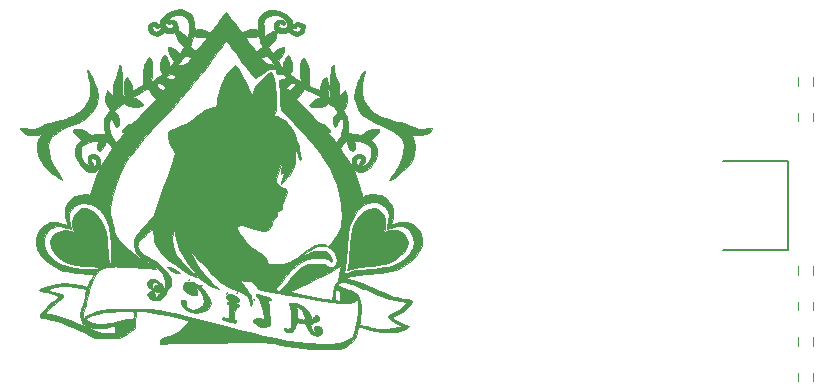
<source format=gbo>
G04 #@! TF.FileFunction,Legend,Bot*
%FSLAX46Y46*%
G04 Gerber Fmt 4.6, Leading zero omitted, Abs format (unit mm)*
G04 Created by KiCad (PCBNEW 4.0.1-stable) date 2017/06/23 15:44:35*
%MOMM*%
G01*
G04 APERTURE LIST*
%ADD10C,0.100000*%
%ADD11C,0.150000*%
%ADD12C,0.120000*%
%ADD13C,0.010000*%
%ADD14O,1.706220X3.214980*%
%ADD15R,1.900000X1.900000*%
%ADD16O,1.900000X1.900000*%
%ADD17C,1.724000*%
%ADD18C,2.000000*%
%ADD19C,1.900000*%
%ADD20R,2.200000X0.800000*%
%ADD21R,4.400000X0.900000*%
%ADD22R,1.550000X1.550000*%
%ADD23O,1.550000X1.550000*%
%ADD24R,0.950000X1.000000*%
%ADD25R,0.800000X0.600000*%
G04 APERTURE END LIST*
D10*
D11*
X190500000Y-137300000D02*
X196000000Y-137300000D01*
X190500000Y-129700000D02*
X196000000Y-129700000D01*
X196000000Y-129700000D02*
X196000000Y-137300000D01*
D12*
X198100000Y-148350000D02*
X198100000Y-147650000D01*
X196900000Y-147650000D02*
X196900000Y-148350000D01*
X198100000Y-145350000D02*
X198100000Y-144650000D01*
X196900000Y-144650000D02*
X196900000Y-145350000D01*
X198100000Y-142350000D02*
X198100000Y-141650000D01*
X196900000Y-141650000D02*
X196900000Y-142350000D01*
X196900000Y-138650000D02*
X196900000Y-139350000D01*
X198100000Y-139350000D02*
X198100000Y-138650000D01*
X196900000Y-122650000D02*
X196900000Y-123350000D01*
X198100000Y-123350000D02*
X198100000Y-122650000D01*
X196900000Y-125650000D02*
X196900000Y-126350000D01*
X198100000Y-126350000D02*
X198100000Y-125650000D01*
D13*
G36*
X144223559Y-116923934D02*
X143870575Y-117040951D01*
X143528033Y-117213288D01*
X143224523Y-117422376D01*
X142988635Y-117649649D01*
X142848957Y-117876541D01*
X142823210Y-118007687D01*
X142815393Y-118146774D01*
X142771599Y-118159952D01*
X142690115Y-118092942D01*
X142496448Y-117997295D01*
X142254635Y-117976941D01*
X142030403Y-118030793D01*
X141924747Y-118105587D01*
X141816138Y-118323191D01*
X141810393Y-118578823D01*
X141902419Y-118812882D01*
X141993630Y-118911429D01*
X142304811Y-119080439D01*
X142618694Y-119111143D01*
X142914885Y-119004150D01*
X143070510Y-118879265D01*
X143170209Y-118811374D01*
X143302688Y-118809197D01*
X143465739Y-118850703D01*
X143693717Y-118898021D01*
X143860234Y-118871853D01*
X143910401Y-118848253D01*
X144039444Y-118791145D01*
X144093270Y-118785364D01*
X144124935Y-118862098D01*
X144185842Y-119035743D01*
X144243533Y-119209742D01*
X144397369Y-119552447D01*
X144601362Y-119826163D01*
X144617518Y-119841934D01*
X144861583Y-120073840D01*
X144702600Y-120351390D01*
X144601135Y-120526548D01*
X144533155Y-120640253D01*
X144521395Y-120658245D01*
X144467358Y-120627882D01*
X144363841Y-120515108D01*
X144345716Y-120492461D01*
X144193784Y-120344482D01*
X143993229Y-120204449D01*
X143786915Y-120095978D01*
X143617704Y-120042685D01*
X143544246Y-120050881D01*
X143503606Y-120153539D01*
X143525679Y-120340468D01*
X143595717Y-120572702D01*
X143698968Y-120811278D01*
X143820685Y-121017229D01*
X143946117Y-121151593D01*
X143965551Y-121163848D01*
X144031548Y-121216903D01*
X144030413Y-121292554D01*
X143953829Y-121428026D01*
X143883385Y-121531647D01*
X143762244Y-121702417D01*
X143680338Y-121810294D01*
X143661350Y-121829799D01*
X143648652Y-121766471D01*
X143639818Y-121614689D01*
X143606011Y-121458418D01*
X143525657Y-121250902D01*
X143420423Y-121034927D01*
X143311978Y-120853280D01*
X143221990Y-120748746D01*
X143195883Y-120738109D01*
X143106304Y-120803859D01*
X143010905Y-120976059D01*
X142924938Y-121217133D01*
X142863653Y-121489506D01*
X142850445Y-121589175D01*
X142832508Y-121848510D01*
X142850139Y-122005596D01*
X142908952Y-122100630D01*
X142923695Y-122113710D01*
X143020604Y-122232895D01*
X143041548Y-122301099D01*
X142986214Y-122369343D01*
X142842750Y-122492392D01*
X142644960Y-122645562D01*
X142426648Y-122804163D01*
X142221620Y-122943511D01*
X142063680Y-123038918D01*
X141992697Y-123067049D01*
X142000843Y-123010343D01*
X142061062Y-122870051D01*
X142080606Y-122830516D01*
X142156076Y-122602421D01*
X142196959Y-122309808D01*
X142206050Y-121984239D01*
X142186146Y-121657276D01*
X142140042Y-121360483D01*
X142070536Y-121125420D01*
X141980424Y-120983652D01*
X141914577Y-120956447D01*
X141841003Y-121017846D01*
X141734149Y-121179011D01*
X141616837Y-121405396D01*
X141614094Y-121411318D01*
X141514598Y-121642607D01*
X141452362Y-121844609D01*
X141418899Y-122065211D01*
X141405720Y-122352300D01*
X141404012Y-122596567D01*
X141404012Y-123326946D01*
X140494270Y-123778870D01*
X140494270Y-123582808D01*
X140463587Y-123410313D01*
X140385102Y-123189215D01*
X140279165Y-122960918D01*
X140166122Y-122766829D01*
X140066322Y-122648353D01*
X140026214Y-122630372D01*
X139946476Y-122696810D01*
X139874981Y-122870831D01*
X139816728Y-123114493D01*
X139776715Y-123389857D01*
X139759940Y-123658983D01*
X139771401Y-123883931D01*
X139816096Y-124026759D01*
X139839255Y-124049570D01*
X139907799Y-124139407D01*
X139834404Y-124241589D01*
X139784671Y-124275523D01*
X139734689Y-124297316D01*
X139699506Y-124276863D01*
X139676285Y-124193971D01*
X139662190Y-124028448D01*
X139654382Y-123760102D01*
X139650027Y-123368742D01*
X139649614Y-123314233D01*
X139636290Y-122813102D01*
X139605866Y-122376024D01*
X139560967Y-122021062D01*
X139504219Y-121766281D01*
X139438247Y-121629745D01*
X139402133Y-121611461D01*
X139366738Y-121677174D01*
X139332976Y-121846441D01*
X139315172Y-122005210D01*
X139229015Y-122416606D01*
X139043976Y-122864038D01*
X139041924Y-122868047D01*
X138912846Y-123136349D01*
X138844827Y-123342130D01*
X138823855Y-123547580D01*
X138834114Y-123790392D01*
X138866899Y-124243649D01*
X138631314Y-123964661D01*
X138395728Y-123685673D01*
X138326191Y-123867622D01*
X138201458Y-124312205D01*
X138197565Y-124689792D01*
X138315738Y-125016327D01*
X138426364Y-125171872D01*
X138602287Y-125380944D01*
X138075205Y-126160172D01*
X138117994Y-126778796D01*
X138160782Y-127397421D01*
X137744575Y-127409888D01*
X137475962Y-127429855D01*
X137238587Y-127467520D01*
X137136325Y-127495981D01*
X136987484Y-127530050D01*
X136867720Y-127476566D01*
X136772428Y-127383160D01*
X136576321Y-127218001D01*
X136366378Y-127096924D01*
X136170897Y-127039332D01*
X135940446Y-127006640D01*
X135718408Y-126999926D01*
X135548165Y-127020269D01*
X135473099Y-127068748D01*
X135472493Y-127074699D01*
X135519541Y-127238587D01*
X135638685Y-127441059D01*
X135796923Y-127641065D01*
X135961254Y-127797557D01*
X136098677Y-127869486D01*
X136112274Y-127870487D01*
X136139918Y-127915521D01*
X136058452Y-128045852D01*
X135997193Y-128118972D01*
X135759588Y-128462234D01*
X135655673Y-128814953D01*
X135675926Y-129212616D01*
X135687765Y-129272200D01*
X135863746Y-129767338D01*
X136161251Y-130183650D01*
X136428621Y-130416639D01*
X136786913Y-130622866D01*
X137101376Y-130690420D01*
X137372545Y-130619258D01*
X137600959Y-130409341D01*
X137659497Y-130322146D01*
X137787987Y-129997247D01*
X137786008Y-129679304D01*
X137655585Y-129396981D01*
X137588693Y-129320476D01*
X137343258Y-129148178D01*
X137096169Y-129121257D01*
X136871495Y-129221032D01*
X136752019Y-129372012D01*
X136706641Y-129574909D01*
X136726714Y-129789621D01*
X136803590Y-129976046D01*
X136928622Y-130094080D01*
X137063443Y-130111252D01*
X137166435Y-130046217D01*
X137207312Y-129940747D01*
X137174934Y-129853993D01*
X137115366Y-129835530D01*
X137022330Y-129772857D01*
X137000860Y-129648747D01*
X137021836Y-129515668D01*
X137114929Y-129478964D01*
X137201003Y-129484994D01*
X137343794Y-129526212D01*
X137407666Y-129636818D01*
X137424307Y-129749310D01*
X137403886Y-130005186D01*
X137295452Y-130158238D01*
X137116488Y-130205931D01*
X136884482Y-130145726D01*
X136616917Y-129975087D01*
X136510726Y-129881867D01*
X136323697Y-129694886D01*
X136218916Y-129544105D01*
X136167942Y-129371200D01*
X136143055Y-129127868D01*
X136138713Y-128863742D01*
X136160975Y-128642738D01*
X136191017Y-128542822D01*
X136329626Y-128396300D01*
X136565455Y-128249181D01*
X136851834Y-128122845D01*
X137142092Y-128038674D01*
X137340856Y-128016046D01*
X137533483Y-128020968D01*
X137611504Y-128052226D01*
X137605863Y-128134559D01*
X137579681Y-128206975D01*
X137542604Y-128396692D01*
X137550320Y-128605517D01*
X137594556Y-128784008D01*
X137667036Y-128882724D01*
X137693894Y-128889398D01*
X137813709Y-128830419D01*
X137959906Y-128682420D01*
X138098451Y-128488810D01*
X138195307Y-128292996D01*
X138214404Y-128225549D01*
X138266686Y-128090573D01*
X138352989Y-128076178D01*
X138483922Y-128186009D01*
X138629755Y-128368230D01*
X138805983Y-128607094D01*
X138410172Y-129203117D01*
X137924657Y-130005517D01*
X137521521Y-130819425D01*
X137218789Y-131607134D01*
X137146284Y-131846729D01*
X136944556Y-132564756D01*
X136599715Y-132539650D01*
X136103875Y-132564733D01*
X135664712Y-132721171D01*
X135265566Y-133015038D01*
X135246766Y-133033053D01*
X134984991Y-133339747D01*
X134827223Y-133665530D01*
X134769451Y-134034896D01*
X134807664Y-134472337D01*
X134929086Y-134972823D01*
X134973818Y-135124728D01*
X134396507Y-134976407D01*
X134085424Y-134902597D01*
X133866473Y-134870425D01*
X133693335Y-134876604D01*
X133529508Y-134914879D01*
X133081992Y-135117640D01*
X132728640Y-135417324D01*
X132478263Y-135792949D01*
X132339666Y-136223534D01*
X132321659Y-136688097D01*
X132433050Y-137165656D01*
X132509907Y-137343660D01*
X132800997Y-137790776D01*
X133209858Y-138207058D01*
X133709026Y-138571376D01*
X134271037Y-138862597D01*
X134671920Y-139007151D01*
X134923430Y-139065290D01*
X135279549Y-139125862D01*
X135699515Y-139183927D01*
X136142567Y-139234547D01*
X136567942Y-139272781D01*
X136934878Y-139293690D01*
X137056360Y-139296097D01*
X137134785Y-139301958D01*
X137166608Y-139336184D01*
X137146870Y-139425108D01*
X137070613Y-139595064D01*
X136956854Y-139824498D01*
X136833433Y-140070159D01*
X136738141Y-140258214D01*
X136687020Y-140357066D01*
X136682700Y-140364595D01*
X136612806Y-140354162D01*
X136435446Y-140315513D01*
X136184268Y-140256115D01*
X136090802Y-140233206D01*
X135451820Y-140122752D01*
X134777549Y-140089202D01*
X134128256Y-140133436D01*
X133769166Y-140199238D01*
X133420459Y-140293792D01*
X133104506Y-140400337D01*
X132849536Y-140507235D01*
X132683777Y-140602845D01*
X132634098Y-140667300D01*
X132699033Y-140717208D01*
X132864063Y-140766653D01*
X132974767Y-140786995D01*
X133236493Y-140836971D01*
X133523882Y-140908429D01*
X133802067Y-140990412D01*
X134036181Y-141071959D01*
X134191357Y-141142112D01*
X134235244Y-141183185D01*
X134181716Y-141255221D01*
X134041395Y-141385396D01*
X133844939Y-141545308D01*
X133555383Y-141784550D01*
X133274106Y-142044752D01*
X133021897Y-142303343D01*
X132819548Y-142537753D01*
X132687846Y-142725409D01*
X132647584Y-142843742D01*
X132647806Y-142845002D01*
X132698983Y-142924001D01*
X132835405Y-142977136D01*
X133086227Y-143015347D01*
X133107983Y-143017658D01*
X133358837Y-143066532D01*
X133714626Y-143166919D01*
X134148408Y-143308720D01*
X134633243Y-143481834D01*
X135142191Y-143676162D01*
X135648308Y-143881605D01*
X136124656Y-144088063D01*
X136544292Y-144285436D01*
X136696830Y-144363028D01*
X137375321Y-144718208D01*
X138204718Y-144744537D01*
X138839444Y-144738079D01*
X139363561Y-144670026D01*
X139801207Y-144533834D01*
X140176521Y-144322961D01*
X140387280Y-144152949D01*
X140731196Y-143841582D01*
X140736698Y-143736390D01*
X139963005Y-143736390D01*
X139958492Y-143916067D01*
X139946744Y-143983408D01*
X139932686Y-143936533D01*
X139920503Y-143701448D01*
X139922091Y-143679913D01*
X139637771Y-143679913D01*
X139632376Y-143845459D01*
X139609455Y-144108073D01*
X139585316Y-144225881D01*
X139564319Y-144198876D01*
X139550825Y-144027055D01*
X139548498Y-143869818D01*
X139329800Y-143869818D01*
X139318525Y-144081360D01*
X139289609Y-144217760D01*
X139265162Y-144245845D01*
X139231001Y-144181009D01*
X139218155Y-144016645D01*
X139219125Y-143986213D01*
X139038682Y-143986213D01*
X139038682Y-144318625D01*
X138648329Y-144318625D01*
X138328548Y-144303393D01*
X137989018Y-144265131D01*
X137878529Y-144246664D01*
X137658765Y-144187662D01*
X137350288Y-144082139D01*
X136996034Y-143945669D01*
X136678266Y-143811344D01*
X136225615Y-143618852D01*
X135728433Y-143420782D01*
X135213919Y-143226709D01*
X134709271Y-143046210D01*
X134241688Y-142888861D01*
X133838368Y-142764238D01*
X133526509Y-142681917D01*
X133402313Y-142657918D01*
X133034384Y-142603631D01*
X133434671Y-142216447D01*
X133706383Y-141970079D01*
X134013382Y-141715955D01*
X134253439Y-141535032D01*
X134460563Y-141382369D01*
X134610207Y-141258653D01*
X134671703Y-141189353D01*
X134671920Y-141187478D01*
X134612943Y-141085702D01*
X134430636Y-140981014D01*
X134116937Y-140869617D01*
X133822598Y-140787617D01*
X133526304Y-140709834D01*
X133354446Y-140657967D01*
X133290527Y-140621544D01*
X133318046Y-140590089D01*
X133420505Y-140553130D01*
X133442247Y-140546166D01*
X133959492Y-140421574D01*
X134536362Y-140350282D01*
X135127630Y-140333020D01*
X135688070Y-140370515D01*
X136172455Y-140463497D01*
X136290330Y-140500280D01*
X136493429Y-140580163D01*
X136580752Y-140647691D01*
X136577875Y-140725259D01*
X136568672Y-140744048D01*
X136524442Y-140884719D01*
X136483482Y-141109840D01*
X136465033Y-141265175D01*
X136408789Y-141580019D01*
X136310525Y-141909358D01*
X136263399Y-142026074D01*
X136148448Y-142381778D01*
X136102908Y-142756734D01*
X136127028Y-143105795D01*
X136221058Y-143383815D01*
X136255602Y-143437043D01*
X136487192Y-143635321D01*
X136828818Y-143776700D01*
X137255545Y-143858783D01*
X137742440Y-143879170D01*
X138264569Y-143835466D01*
X138796997Y-143725273D01*
X138911318Y-143692391D01*
X138989871Y-143689579D01*
X139027755Y-143764703D01*
X139038558Y-143949107D01*
X139038682Y-143986213D01*
X139219125Y-143986213D01*
X139221442Y-143913539D01*
X139246911Y-143668067D01*
X139278632Y-143554309D01*
X139308150Y-143575677D01*
X139327009Y-143735583D01*
X139329800Y-143869818D01*
X139548498Y-143869818D01*
X139548138Y-143845559D01*
X139557115Y-143626293D01*
X139580270Y-143480857D01*
X139602722Y-143445173D01*
X139628483Y-143510705D01*
X139637771Y-143679913D01*
X139922091Y-143679913D01*
X139932686Y-143536246D01*
X139948552Y-143491095D01*
X139959526Y-143573751D01*
X139963005Y-143736390D01*
X140736698Y-143736390D01*
X140768626Y-143125983D01*
X140784415Y-142824120D01*
X140628824Y-142824120D01*
X140611669Y-142965326D01*
X140564940Y-143078542D01*
X140471434Y-143117152D01*
X140294467Y-143104040D01*
X140046982Y-143108756D01*
X139695118Y-143169386D01*
X139366190Y-143252622D01*
X139055512Y-143338127D01*
X138779537Y-143410128D01*
X138581246Y-143457571D01*
X138529227Y-143467894D01*
X138097448Y-143505506D01*
X137625134Y-143492034D01*
X137189231Y-143431017D01*
X137064821Y-143400583D01*
X136785920Y-143297605D01*
X136619579Y-143181852D01*
X136578248Y-143064449D01*
X136616466Y-142999982D01*
X136709047Y-142947532D01*
X136898694Y-142863428D01*
X137145510Y-142765290D01*
X137161685Y-142759183D01*
X137571050Y-142640748D01*
X138097024Y-142545029D01*
X138711948Y-142475396D01*
X139388165Y-142435219D01*
X139892453Y-142426422D01*
X140208033Y-142428134D01*
X140407644Y-142438340D01*
X140520874Y-142464540D01*
X140577311Y-142514236D01*
X140606541Y-142594926D01*
X140609942Y-142608309D01*
X140628824Y-142824120D01*
X140784415Y-142824120D01*
X140806057Y-142410383D01*
X141572485Y-142462622D01*
X141941291Y-142498330D01*
X142373709Y-142560822D01*
X142885699Y-142653150D01*
X143493219Y-142778365D01*
X144212229Y-142939517D01*
X144842837Y-143087852D01*
X145058367Y-143155176D01*
X145195991Y-143229118D01*
X145224929Y-143272009D01*
X145177096Y-143362850D01*
X145049165Y-143527149D01*
X144864488Y-143735965D01*
X144770058Y-143835745D01*
X144558507Y-144049116D01*
X144386311Y-144198111D01*
X144212030Y-144307059D01*
X143994222Y-144400286D01*
X143691447Y-144502121D01*
X143569198Y-144540702D01*
X143239332Y-144646305D01*
X143024391Y-144724463D01*
X142899865Y-144789496D01*
X142841240Y-144855725D01*
X142824005Y-144937470D01*
X142823210Y-144976531D01*
X142823210Y-145178285D01*
X144115043Y-145149361D01*
X144466203Y-145142509D01*
X144940239Y-145134781D01*
X145514474Y-145126472D01*
X146166231Y-145117872D01*
X146872833Y-145109275D01*
X147611603Y-145100973D01*
X148359862Y-145093258D01*
X148770370Y-145089341D01*
X149594049Y-145082479D01*
X150285126Y-145078593D01*
X150856532Y-145077931D01*
X151321198Y-145080743D01*
X151692056Y-145087276D01*
X151982037Y-145097778D01*
X152204072Y-145112499D01*
X152371092Y-145131686D01*
X152496028Y-145155588D01*
X152518507Y-145161331D01*
X153028947Y-145280620D01*
X153613031Y-145387636D01*
X154247735Y-145480724D01*
X154910037Y-145558230D01*
X155576913Y-145618499D01*
X156225340Y-145659876D01*
X156832295Y-145680705D01*
X157374754Y-145679333D01*
X157829695Y-145654103D01*
X158174094Y-145603362D01*
X158276710Y-145575230D01*
X158565371Y-145437439D01*
X158872037Y-145224878D01*
X159155261Y-144973011D01*
X159373596Y-144717301D01*
X159463757Y-144559539D01*
X159530404Y-144322563D01*
X159562054Y-144057619D01*
X159562465Y-144029845D01*
X159574481Y-143846864D01*
X159604526Y-143744873D01*
X159617049Y-143737219D01*
X159705439Y-143757630D01*
X159901151Y-143812105D01*
X160172475Y-143891611D01*
X160399427Y-143960073D01*
X161053123Y-144121346D01*
X161712748Y-144214289D01*
X162335350Y-144235028D01*
X162864107Y-144182337D01*
X163143865Y-144113824D01*
X163420994Y-144019582D01*
X163662865Y-143914256D01*
X163836849Y-143812489D01*
X163910317Y-143728923D01*
X163909386Y-143713256D01*
X163833430Y-143656821D01*
X163657168Y-143576251D01*
X163432517Y-143493768D01*
X163151287Y-143381821D01*
X162891265Y-143247565D01*
X162746343Y-143149054D01*
X162514169Y-142955227D01*
X162839606Y-142790824D01*
X163164647Y-142605778D01*
X163475786Y-142391688D01*
X163753487Y-142166855D01*
X163978214Y-141949578D01*
X164130432Y-141758157D01*
X164153212Y-141702404D01*
X163710889Y-141702404D01*
X163653822Y-141800267D01*
X163502552Y-141950533D01*
X163286971Y-142129532D01*
X163036972Y-142313594D01*
X162782448Y-142479047D01*
X162607111Y-142576415D01*
X162375318Y-142694286D01*
X162199972Y-142786582D01*
X162116891Y-142834423D01*
X162115521Y-142835560D01*
X162129083Y-142908973D01*
X162241993Y-143031185D01*
X162426719Y-143179659D01*
X162655730Y-143331859D01*
X162860039Y-143445027D01*
X163291510Y-143660636D01*
X163082718Y-143741880D01*
X162610214Y-143867978D01*
X162043649Y-143923895D01*
X161416426Y-143909736D01*
X160761950Y-143825605D01*
X160337086Y-143733279D01*
X159692510Y-143569067D01*
X159738292Y-143307026D01*
X159766135Y-143105881D01*
X159797247Y-142817558D01*
X159825440Y-142500128D01*
X159828535Y-142460183D01*
X159833726Y-142007394D01*
X159831104Y-141985384D01*
X159634733Y-141985384D01*
X159625036Y-142327741D01*
X159596986Y-142690000D01*
X159552319Y-143030914D01*
X159522131Y-143190544D01*
X159453320Y-143512543D01*
X159385542Y-143837779D01*
X159340688Y-144059634D01*
X159277949Y-144305325D01*
X159200744Y-144513134D01*
X159166584Y-144576842D01*
X158985807Y-144747951D01*
X158690096Y-144909381D01*
X158310078Y-145051128D01*
X157876376Y-145163193D01*
X157419616Y-145235574D01*
X157081461Y-145257778D01*
X156892188Y-145253434D01*
X156592588Y-145236830D01*
X156217163Y-145210294D01*
X155800412Y-145176151D01*
X155589484Y-145157155D01*
X155117525Y-145113024D01*
X154700994Y-145072423D01*
X154325190Y-145032381D01*
X153975411Y-144989926D01*
X153636956Y-144942087D01*
X153295124Y-144885893D01*
X152935213Y-144818373D01*
X152542524Y-144736555D01*
X152102354Y-144637469D01*
X151600002Y-144518142D01*
X151020767Y-144375605D01*
X150349948Y-144206884D01*
X149572844Y-144009010D01*
X148674754Y-143779012D01*
X148318052Y-143687534D01*
X147308569Y-143428746D01*
X146427481Y-143203651D01*
X145662178Y-143009811D01*
X145000053Y-142844788D01*
X144428495Y-142706146D01*
X143934898Y-142591445D01*
X143506651Y-142498250D01*
X143131146Y-142424122D01*
X142795774Y-142366623D01*
X142487927Y-142323317D01*
X142194996Y-142291765D01*
X141904371Y-142269530D01*
X141603445Y-142254175D01*
X141279608Y-142243261D01*
X140920251Y-142234351D01*
X140785387Y-142231292D01*
X140196164Y-142222327D01*
X139635304Y-142221976D01*
X139131937Y-142229781D01*
X138715194Y-142245288D01*
X138414205Y-142268039D01*
X138410094Y-142268505D01*
X137986605Y-142338262D01*
X137549220Y-142446960D01*
X137134493Y-142582166D01*
X136778977Y-142731451D01*
X136519225Y-142882383D01*
X136459070Y-142932007D01*
X136298961Y-143082422D01*
X136356775Y-142602193D01*
X136406203Y-142311893D01*
X136475791Y-142046065D01*
X136536510Y-141892071D01*
X136614242Y-141676751D01*
X136666517Y-141405094D01*
X136675731Y-141298281D01*
X136716605Y-141054247D01*
X136811568Y-140720997D01*
X136945722Y-140337490D01*
X137104169Y-139942682D01*
X137272011Y-139575530D01*
X137434350Y-139274992D01*
X137472709Y-139214253D01*
X137693893Y-138986918D01*
X138023775Y-138819806D01*
X138473127Y-138708554D01*
X138830539Y-138664465D01*
X139050390Y-138656786D01*
X139384270Y-138659503D01*
X139801135Y-138671108D01*
X140269943Y-138690094D01*
X140759651Y-138714954D01*
X141239217Y-138744179D01*
X141677596Y-138776263D01*
X142043747Y-138809699D01*
X142204585Y-138828310D01*
X142495702Y-138865945D01*
X142240975Y-138636275D01*
X142033046Y-138479616D01*
X141758682Y-138311954D01*
X141545676Y-138202472D01*
X141231060Y-138036366D01*
X140901148Y-137818244D01*
X140866149Y-137790897D01*
X138708469Y-137790897D01*
X138704377Y-138085090D01*
X138686795Y-138284534D01*
X138658325Y-138361211D01*
X138601319Y-138376834D01*
X138554799Y-138334595D01*
X138515759Y-138218768D01*
X138481194Y-138013627D01*
X138448096Y-137703447D01*
X138413458Y-137272502D01*
X138391950Y-136967908D01*
X138330042Y-136290403D01*
X138240590Y-135733646D01*
X138114841Y-135274045D01*
X137944042Y-134888007D01*
X137719441Y-134551941D01*
X137432286Y-134242254D01*
X137353958Y-134170015D01*
X136969143Y-133885384D01*
X136607450Y-133743946D01*
X136269434Y-133745755D01*
X135955651Y-133890866D01*
X135807071Y-134018125D01*
X135566635Y-134356352D01*
X135432036Y-134764477D01*
X135412309Y-135203692D01*
X135465149Y-135486712D01*
X135530584Y-135714870D01*
X135267627Y-135642264D01*
X134840720Y-135584179D01*
X134429556Y-135636847D01*
X134063624Y-135788655D01*
X133772415Y-136027988D01*
X133603005Y-136297863D01*
X133532502Y-136592869D01*
X133573871Y-136899969D01*
X133732316Y-137247652D01*
X133795655Y-137351880D01*
X134130141Y-137764396D01*
X134559219Y-138090042D01*
X135091367Y-138332890D01*
X135735064Y-138497015D01*
X136340897Y-138574782D01*
X136814151Y-138615664D01*
X137159441Y-138649594D01*
X137393982Y-138680165D01*
X137534985Y-138710969D01*
X137599664Y-138745601D01*
X137605233Y-138787651D01*
X137575811Y-138832558D01*
X137453935Y-138886186D01*
X137201517Y-138908336D01*
X136815731Y-138898931D01*
X136293750Y-138857896D01*
X135632747Y-138785154D01*
X135581662Y-138778930D01*
X134979742Y-138648781D01*
X134391421Y-138417995D01*
X133867506Y-138108547D01*
X133668694Y-137951579D01*
X133345947Y-137596092D01*
X133130610Y-137200774D01*
X133021913Y-136788294D01*
X133019091Y-136381322D01*
X133121374Y-136002529D01*
X133327996Y-135674585D01*
X133638190Y-135420161D01*
X133756458Y-135359217D01*
X134054672Y-135255866D01*
X134345687Y-135235276D01*
X134679611Y-135297650D01*
X134889481Y-135363851D01*
X135106303Y-135435245D01*
X135257935Y-135478661D01*
X135305293Y-135485443D01*
X135295548Y-135412996D01*
X135252802Y-135245431D01*
X135215096Y-135115266D01*
X135119843Y-134659897D01*
X135135438Y-134270421D01*
X135263807Y-133916181D01*
X135293685Y-133862862D01*
X135558309Y-133543439D01*
X135908144Y-133341738D01*
X136341755Y-133258519D01*
X136437826Y-133256160D01*
X136914212Y-133325838D01*
X137349818Y-133530882D01*
X137738619Y-133865310D01*
X138074588Y-134323140D01*
X138351699Y-134898391D01*
X138484413Y-135287962D01*
X138533077Y-135508936D01*
X138578670Y-135819276D01*
X138619704Y-136192681D01*
X138654689Y-136602847D01*
X138682137Y-137023473D01*
X138700560Y-137428257D01*
X138708469Y-137790897D01*
X140866149Y-137790897D01*
X140534533Y-137531791D01*
X140109809Y-137160693D01*
X139791652Y-136865618D01*
X139385028Y-136437560D01*
X139114447Y-136049612D01*
X138980972Y-135703461D01*
X138965903Y-135556759D01*
X138942875Y-135392725D01*
X138881948Y-135141302D01*
X138795357Y-134851756D01*
X138777303Y-134797359D01*
X138678266Y-134478380D01*
X138628623Y-134228082D01*
X138619859Y-133981601D01*
X138637567Y-133733058D01*
X138698418Y-133309184D01*
X138802283Y-132798513D01*
X138936813Y-132248866D01*
X139089660Y-131708066D01*
X139248477Y-131223935D01*
X139359236Y-130938128D01*
X139701074Y-130253412D01*
X140172140Y-129502810D01*
X140772095Y-128686770D01*
X141500604Y-127805740D01*
X142357328Y-126860168D01*
X142677651Y-126524166D01*
X143235762Y-125932622D01*
X143827291Y-125282117D01*
X144437976Y-124589985D01*
X144550560Y-124458955D01*
X142465296Y-124458955D01*
X141509041Y-125509707D01*
X141171383Y-125877915D01*
X140913901Y-126150261D01*
X140721098Y-126340578D01*
X140577475Y-126462702D01*
X140467535Y-126530468D01*
X140375779Y-126557710D01*
X140331978Y-126560458D01*
X140130540Y-126607175D01*
X139923654Y-126761801D01*
X139866044Y-126820368D01*
X139694068Y-127033029D01*
X139626634Y-127189183D01*
X139667468Y-127275445D01*
X139735730Y-127288252D01*
X139761427Y-127334838D01*
X139676980Y-127474950D01*
X139517392Y-127669094D01*
X139350405Y-127869515D01*
X139229892Y-128032297D01*
X139181354Y-128122925D01*
X139181283Y-128123965D01*
X139147056Y-128149545D01*
X139064372Y-128075408D01*
X138953036Y-127930401D01*
X138832851Y-127743368D01*
X138723621Y-127543153D01*
X138645150Y-127358602D01*
X138635925Y-127329627D01*
X138539722Y-126853514D01*
X138552601Y-126405200D01*
X138573439Y-126284815D01*
X138617650Y-126063756D01*
X138818347Y-126293912D01*
X138959996Y-126481331D01*
X139058203Y-126655821D01*
X139070157Y-126687822D01*
X139143725Y-126825614D01*
X139226459Y-126841387D01*
X139304330Y-126756823D01*
X139363309Y-126593603D01*
X139389365Y-126373406D01*
X139381613Y-126206501D01*
X139316243Y-125929244D01*
X139178016Y-125732462D01*
X139145713Y-125703195D01*
X138947306Y-125532533D01*
X139156748Y-125312052D01*
X139349096Y-125127135D01*
X139546369Y-124962537D01*
X139571014Y-124944373D01*
X139775838Y-124797176D01*
X139934911Y-124943166D01*
X140215704Y-125102722D01*
X140602269Y-125164000D01*
X140974890Y-125143466D01*
X141227848Y-125096503D01*
X141350429Y-125032428D01*
X141367622Y-124986990D01*
X141307044Y-124848867D01*
X141147923Y-124681104D01*
X140924178Y-124514404D01*
X140722217Y-124402799D01*
X140457880Y-124279179D01*
X141138835Y-123927841D01*
X141474874Y-123756620D01*
X141703217Y-123648152D01*
X141844330Y-123596185D01*
X141918680Y-123594468D01*
X141946733Y-123636747D01*
X141949857Y-123680099D01*
X141991624Y-123791180D01*
X142099510Y-123970144D01*
X142207577Y-124121324D01*
X142465296Y-124458955D01*
X144550560Y-124458955D01*
X145053551Y-123873557D01*
X145350940Y-123518676D01*
X143291537Y-123518676D01*
X143259141Y-123608011D01*
X143215650Y-123668679D01*
X143093651Y-123831232D01*
X142794677Y-123540115D01*
X142629366Y-123369994D01*
X142559795Y-123264573D01*
X142571043Y-123193992D01*
X142604871Y-123160337D01*
X142726707Y-123086727D01*
X142843988Y-123096304D01*
X142997033Y-123199552D01*
X143098624Y-123288721D01*
X143242850Y-123427893D01*
X143291537Y-123518676D01*
X145350940Y-123518676D01*
X145659753Y-123150164D01*
X146214444Y-122471255D01*
X144120917Y-122471255D01*
X144083647Y-122586953D01*
X144046565Y-122668193D01*
X143951933Y-122804121D01*
X143827369Y-122819958D01*
X143810032Y-122815424D01*
X143620220Y-122765942D01*
X143464253Y-122729537D01*
X143268333Y-122686646D01*
X143464253Y-122522476D01*
X143674249Y-122401388D01*
X143896705Y-122393430D01*
X144067251Y-122422603D01*
X144120917Y-122471255D01*
X146214444Y-122471255D01*
X146242318Y-122437140D01*
X146786982Y-121751816D01*
X147279481Y-121111523D01*
X147422136Y-120918022D01*
X145497933Y-120918022D01*
X145467280Y-120977748D01*
X145369059Y-121117150D01*
X145265107Y-121253711D01*
X145106447Y-121441508D01*
X144974358Y-121539028D01*
X144814589Y-121577049D01*
X144682790Y-121584111D01*
X144486183Y-121583752D01*
X144367487Y-121572492D01*
X144351576Y-121564026D01*
X144391617Y-121495024D01*
X144495681Y-121345081D01*
X144615726Y-121181084D01*
X144767854Y-120985745D01*
X144879786Y-120884146D01*
X144995818Y-120851499D01*
X145160247Y-120863018D01*
X145179766Y-120865480D01*
X145369876Y-120892314D01*
X145484915Y-120913504D01*
X145497933Y-120918022D01*
X147422136Y-120918022D01*
X147705550Y-120533595D01*
X148050926Y-120035363D01*
X148173125Y-119846692D01*
X148297756Y-119658686D01*
X148392128Y-119534256D01*
X148427221Y-119503700D01*
X148480231Y-119560943D01*
X148598522Y-119715291D01*
X148765064Y-119943802D01*
X148962821Y-120223535D01*
X148980956Y-120249559D01*
X149242783Y-120618732D01*
X149526052Y-121006218D01*
X149816209Y-121393361D01*
X150098701Y-121761505D01*
X150358973Y-122091995D01*
X150582472Y-122366175D01*
X150754645Y-122565387D01*
X150860936Y-122670977D01*
X150878438Y-122681863D01*
X150975788Y-122656310D01*
X151150678Y-122556481D01*
X151369590Y-122402197D01*
X151428081Y-122356798D01*
X151702883Y-122154118D01*
X151922889Y-122033402D01*
X152134263Y-121971756D01*
X152232578Y-121957863D01*
X152444254Y-121940687D01*
X152561435Y-121965128D01*
X152634086Y-122054955D01*
X152687143Y-122174107D01*
X152769044Y-122339075D01*
X152860415Y-122398848D01*
X153016284Y-122386475D01*
X153034986Y-122383021D01*
X153234945Y-122373805D01*
X153384828Y-122456541D01*
X153434384Y-122505648D01*
X153592168Y-122673601D01*
X153258855Y-122762749D01*
X152925542Y-122851896D01*
X152976353Y-124032968D01*
X153003544Y-124533982D01*
X153036926Y-124930230D01*
X153075067Y-125208391D01*
X153116532Y-125355147D01*
X153119168Y-125359599D01*
X153195539Y-125454038D01*
X153356769Y-125635358D01*
X153586521Y-125885812D01*
X153868460Y-126187655D01*
X154186250Y-126523139D01*
X154295301Y-126637264D01*
X155097168Y-127499034D01*
X155784253Y-128291572D01*
X156363745Y-129025080D01*
X156842837Y-129709758D01*
X157228719Y-130355809D01*
X157528583Y-130973434D01*
X157729579Y-131509455D01*
X157906016Y-132077562D01*
X158034550Y-132550554D01*
X158122277Y-132968084D01*
X158176289Y-133369807D01*
X158203681Y-133795376D01*
X158211318Y-134202292D01*
X158211766Y-134602519D01*
X158205126Y-134891880D01*
X158186165Y-135105055D01*
X158149650Y-135276725D01*
X158090347Y-135441571D01*
X158003025Y-135634273D01*
X157991615Y-135658384D01*
X157819510Y-135975066D01*
X157601440Y-136314625D01*
X157426031Y-136550799D01*
X157084878Y-136969644D01*
X157344867Y-137197918D01*
X157622964Y-137507258D01*
X157781511Y-137831291D01*
X157815598Y-138149692D01*
X157720316Y-138442133D01*
X157664919Y-138522850D01*
X157461750Y-138679930D01*
X157219019Y-138705249D01*
X156961806Y-138597467D01*
X156914828Y-138562981D01*
X156793654Y-138486389D01*
X156643744Y-138439965D01*
X156426841Y-138416605D01*
X156104691Y-138409206D01*
X156086245Y-138409131D01*
X155767263Y-138417934D01*
X155479036Y-138443298D01*
X155271400Y-138480325D01*
X155232092Y-138493048D01*
X154900615Y-138672852D01*
X154536916Y-138952691D01*
X154175052Y-139303006D01*
X153850996Y-139691649D01*
X153639121Y-139969667D01*
X153424405Y-140237479D01*
X153245181Y-140447617D01*
X153206497Y-140489742D01*
X153048579Y-140645839D01*
X152938873Y-140708933D01*
X152832443Y-140697873D01*
X152770883Y-140672469D01*
X152586734Y-140588565D01*
X152769714Y-140397578D01*
X152888418Y-140261396D01*
X153067379Y-140041369D01*
X153280122Y-139770548D01*
X153453733Y-139543651D01*
X153945699Y-138960596D01*
X154443178Y-138510320D01*
X154960521Y-138180315D01*
X155090272Y-138117143D01*
X155281957Y-138039698D01*
X155477188Y-137990350D01*
X155716709Y-137963217D01*
X156041266Y-137952421D01*
X156239423Y-137951315D01*
X156591121Y-137953352D01*
X156827424Y-137963476D01*
X156978467Y-137987022D01*
X157074388Y-138029324D01*
X157145323Y-138095718D01*
X157160831Y-138114411D01*
X157287536Y-138248967D01*
X157355783Y-138256354D01*
X157378734Y-138136118D01*
X157379084Y-138106908D01*
X157337419Y-137949297D01*
X157231522Y-137741538D01*
X157160289Y-137633842D01*
X157011954Y-137449552D01*
X156879333Y-137357771D01*
X156705582Y-137324822D01*
X156632638Y-137321225D01*
X156244395Y-137319112D01*
X155939635Y-137351588D01*
X155658054Y-137430623D01*
X155339345Y-137568187D01*
X155304871Y-137584771D01*
X154795416Y-137831339D01*
X155122923Y-137545590D01*
X155387295Y-137342081D01*
X155690326Y-137146714D01*
X155833346Y-137068542D01*
X156100991Y-136952156D01*
X156332977Y-136904764D01*
X156611583Y-136910049D01*
X156626467Y-136911258D01*
X156851668Y-136926686D01*
X156953506Y-136920547D01*
X156953288Y-136887346D01*
X156898565Y-136841076D01*
X156741948Y-136777052D01*
X156491575Y-136763506D01*
X156337127Y-136773151D01*
X156104332Y-136804896D01*
X155893033Y-136866960D01*
X155676260Y-136974506D01*
X155427041Y-137142698D01*
X155118406Y-137386697D01*
X154862657Y-137602099D01*
X154418601Y-137934268D01*
X153948177Y-138205909D01*
X153812894Y-138268493D01*
X153529710Y-138384781D01*
X153306823Y-138453037D01*
X153085832Y-138483747D01*
X152808337Y-138487398D01*
X152623269Y-138482117D01*
X151979489Y-138459885D01*
X151884200Y-138182145D01*
X151785832Y-137949131D01*
X151654184Y-137768442D01*
X151456317Y-137606954D01*
X151159293Y-137431544D01*
X151113147Y-137406773D01*
X150949510Y-137295415D01*
X145443267Y-137295415D01*
X145406877Y-137331805D01*
X145370488Y-137295415D01*
X145406877Y-137259026D01*
X145443267Y-137295415D01*
X150949510Y-137295415D01*
X150612249Y-137065903D01*
X150131539Y-136591836D01*
X149682987Y-135996703D01*
X149611210Y-135885027D01*
X149560790Y-135803438D01*
X145062485Y-135803438D01*
X145054897Y-135935847D01*
X145036005Y-135951452D01*
X145029201Y-135930802D01*
X145017883Y-135746217D01*
X145029201Y-135676074D01*
X145050296Y-135653424D01*
X145061781Y-135754059D01*
X145062485Y-135803438D01*
X149560790Y-135803438D01*
X149450980Y-135625750D01*
X149360872Y-135460141D01*
X149331889Y-135359687D01*
X149355036Y-135295877D01*
X149410270Y-135248208D01*
X149582446Y-135164603D01*
X149785120Y-135164437D01*
X150060984Y-135248216D01*
X150081479Y-135256192D01*
X150280155Y-135322922D01*
X150559892Y-135402906D01*
X150879736Y-135486086D01*
X151198732Y-135562402D01*
X151475926Y-135621798D01*
X151670362Y-135654213D01*
X151714904Y-135657370D01*
X151902696Y-135596523D01*
X152089924Y-135443731D01*
X152231995Y-135245787D01*
X152284528Y-135059574D01*
X152330117Y-134859877D01*
X152481665Y-134655067D01*
X152546627Y-134590912D01*
X152712943Y-134409936D01*
X152774323Y-134267612D01*
X152767403Y-134179075D01*
X152765853Y-134054670D01*
X152855103Y-133953082D01*
X152981290Y-133876989D01*
X153146680Y-133770750D01*
X153205515Y-133667682D01*
X153195272Y-133551841D01*
X153206458Y-133334695D01*
X153309299Y-133041305D01*
X153328210Y-133000834D01*
X153487792Y-132629686D01*
X153557672Y-132356973D01*
X153537146Y-132165952D01*
X153425513Y-132039879D01*
X153285321Y-131979003D01*
X153121345Y-131903225D01*
X152921497Y-131778203D01*
X152876461Y-131745552D01*
X152723907Y-131617363D01*
X152662132Y-131499053D01*
X152664601Y-131324952D01*
X152674699Y-131246197D01*
X152728018Y-131003941D01*
X152820815Y-130706156D01*
X152902880Y-130491192D01*
X153013787Y-130211013D01*
X153109847Y-129939636D01*
X153158097Y-129779940D01*
X153193157Y-129657988D01*
X153209776Y-129647260D01*
X153209912Y-129759090D01*
X153195917Y-129998881D01*
X153167851Y-130273420D01*
X153126646Y-130505775D01*
X153085316Y-130635701D01*
X153055770Y-130751190D01*
X153110651Y-130786611D01*
X153214337Y-130744212D01*
X153331206Y-130626240D01*
X153335702Y-130619909D01*
X153412510Y-130518698D01*
X153440082Y-130509471D01*
X153415913Y-130602988D01*
X153337504Y-130810008D01*
X153230040Y-131074280D01*
X153131905Y-131327835D01*
X153067100Y-131526314D01*
X153046643Y-131634901D01*
X153049769Y-131643942D01*
X153126765Y-131627662D01*
X153264085Y-131516905D01*
X153439530Y-131337099D01*
X153630903Y-131113674D01*
X153816006Y-130872058D01*
X153972641Y-130637682D01*
X154050545Y-130497487D01*
X154159650Y-130263301D01*
X154227861Y-130066153D01*
X154264822Y-129857266D01*
X154280174Y-129587864D01*
X154283296Y-129320078D01*
X154287057Y-128998547D01*
X154297349Y-128804729D01*
X154317081Y-128720821D01*
X154349163Y-128729020D01*
X154373653Y-128767290D01*
X154440535Y-128929564D01*
X154513552Y-129167057D01*
X154548988Y-129307880D01*
X154621694Y-129563819D01*
X154684077Y-129678349D01*
X154728252Y-129655597D01*
X154746334Y-129499691D01*
X154730440Y-129214759D01*
X154730257Y-129212970D01*
X154639490Y-128665987D01*
X154591207Y-128489112D01*
X154249571Y-128489112D01*
X154213181Y-128525501D01*
X154176791Y-128489112D01*
X154213181Y-128452722D01*
X154249571Y-128489112D01*
X154591207Y-128489112D01*
X154484500Y-128098220D01*
X154280352Y-127548904D01*
X154042108Y-127057276D01*
X153784831Y-126662573D01*
X153722056Y-126586774D01*
X153485494Y-126355748D01*
X153213533Y-126149253D01*
X152945648Y-125992677D01*
X152721311Y-125911410D01*
X152662779Y-125905444D01*
X152537589Y-125881619D01*
X152529349Y-125796286D01*
X152532780Y-125786904D01*
X152578194Y-125644948D01*
X152637527Y-125431136D01*
X152658558Y-125349505D01*
X152691307Y-125116087D01*
X152699663Y-124797913D01*
X152686813Y-124419950D01*
X152655947Y-124007163D01*
X152610253Y-123584517D01*
X152552920Y-123176980D01*
X152487138Y-122809516D01*
X152416094Y-122507092D01*
X152342977Y-122294674D01*
X152270976Y-122197226D01*
X152255484Y-122193696D01*
X152095240Y-122251030D01*
X151854151Y-122419796D01*
X151538924Y-122695139D01*
X151461476Y-122768401D01*
X151116360Y-123138757D01*
X150878393Y-123496757D01*
X150719718Y-123884455D01*
X150717645Y-123891215D01*
X150624895Y-124195129D01*
X150503775Y-123904011D01*
X150323747Y-123496146D01*
X150119338Y-123073310D01*
X149907197Y-122666452D01*
X149703973Y-122306520D01*
X149526316Y-122024463D01*
X149410742Y-121872266D01*
X149155029Y-121587226D01*
X148859789Y-121907029D01*
X148652489Y-122147404D01*
X148451138Y-122405882D01*
X148362969Y-122531162D01*
X148226431Y-122786050D01*
X148078556Y-123141000D01*
X147933518Y-123552765D01*
X147805491Y-123978103D01*
X147708651Y-124373768D01*
X147658761Y-124679601D01*
X147628366Y-124916983D01*
X147583941Y-125048386D01*
X147505182Y-125113252D01*
X147422116Y-125139369D01*
X147084539Y-125256854D01*
X146690405Y-125446960D01*
X146288657Y-125682025D01*
X145928236Y-125934386D01*
X145750446Y-126084203D01*
X145528267Y-126276661D01*
X145311297Y-126427820D01*
X145057835Y-126561294D01*
X144726179Y-126700697D01*
X144528906Y-126775925D01*
X144205322Y-126904163D01*
X143928260Y-127027371D01*
X143729026Y-127130762D01*
X143641977Y-127194851D01*
X143556875Y-127420144D01*
X143558156Y-127733522D01*
X143642621Y-128108341D01*
X143798768Y-128500761D01*
X143924322Y-128750578D01*
X144033569Y-128946295D01*
X144106535Y-129052633D01*
X144115656Y-129060480D01*
X144112966Y-129139018D01*
X144063204Y-129332837D01*
X143972697Y-129621810D01*
X143847774Y-129985809D01*
X143694765Y-130404707D01*
X143683872Y-130433692D01*
X143485671Y-130968413D01*
X143266881Y-131572366D01*
X143048025Y-132188049D01*
X142849627Y-132757963D01*
X142754392Y-133037822D01*
X142325818Y-134311461D01*
X141816898Y-134857306D01*
X141422904Y-135290163D01*
X141124659Y-135645881D01*
X140910004Y-135945015D01*
X140766779Y-136208115D01*
X140682826Y-136455734D01*
X140645985Y-136708424D01*
X140641427Y-136844159D01*
X140691686Y-137229414D01*
X140853128Y-137553346D01*
X141135977Y-137828718D01*
X141550461Y-138068291D01*
X141662481Y-138118384D01*
X141942159Y-138271660D01*
X142258348Y-138496656D01*
X142574515Y-138761632D01*
X142854124Y-139034853D01*
X143060641Y-139284580D01*
X143123457Y-139387523D01*
X143208753Y-139614657D01*
X143265474Y-139880865D01*
X143288809Y-140139526D01*
X143273949Y-140344021D01*
X143231727Y-140436916D01*
X143158298Y-140436165D01*
X143129515Y-140388539D01*
X143028949Y-140227825D01*
X142981707Y-140177500D01*
X142664992Y-140177500D01*
X142560163Y-140212195D01*
X142513897Y-140212369D01*
X142389578Y-140239823D01*
X142366132Y-140358797D01*
X142366984Y-140367540D01*
X142344148Y-140477531D01*
X142267795Y-140486777D01*
X142177646Y-140406309D01*
X142127096Y-140300920D01*
X142127844Y-140121490D01*
X142232706Y-140005310D01*
X142404126Y-139982222D01*
X142493014Y-140010174D01*
X142641917Y-140103455D01*
X142664992Y-140177500D01*
X142981707Y-140177500D01*
X142848723Y-140035839D01*
X142635214Y-139854115D01*
X142434801Y-139724189D01*
X142350275Y-139690664D01*
X142090527Y-139682713D01*
X141890820Y-139780710D01*
X141773674Y-139954905D01*
X141761610Y-140175544D01*
X141841213Y-140363164D01*
X141978005Y-140500481D01*
X142184882Y-140635267D01*
X142413285Y-140743541D01*
X142614656Y-140801321D01*
X142719344Y-140796861D01*
X142805077Y-140814365D01*
X142823210Y-140904574D01*
X142793411Y-141006357D01*
X142739185Y-141000213D01*
X142689879Y-140991105D01*
X142712120Y-141040445D01*
X142712146Y-141153257D01*
X142668780Y-141196134D01*
X142514907Y-141256988D01*
X142435054Y-141193109D01*
X142420054Y-141065793D01*
X142367730Y-140876891D01*
X142227753Y-140758895D01*
X142079388Y-140690047D01*
X141975397Y-140709404D01*
X141882051Y-140784324D01*
X141754825Y-140945594D01*
X141759250Y-141100157D01*
X141897220Y-141276563D01*
X141915834Y-141294100D01*
X142205729Y-141469456D01*
X142540128Y-141520747D01*
X142850105Y-141452497D01*
X143054169Y-141328908D01*
X143219700Y-141162223D01*
X143313547Y-140992477D01*
X143317305Y-140888304D01*
X143349549Y-140792198D01*
X143464247Y-140646121D01*
X143546996Y-140564039D01*
X143708216Y-140397762D01*
X143780918Y-140248557D01*
X143794850Y-140048639D01*
X143793429Y-140002477D01*
X143740862Y-139672345D01*
X143599611Y-139350398D01*
X143355383Y-139011631D01*
X143028972Y-138665092D01*
X142568003Y-138277318D01*
X142019657Y-137938130D01*
X141891564Y-137871284D01*
X141490936Y-137653232D01*
X141211840Y-137462729D01*
X141037129Y-137283112D01*
X140949652Y-137097717D01*
X140930946Y-136937897D01*
X140947849Y-136773599D01*
X141010153Y-136617669D01*
X141135248Y-136446828D01*
X141340525Y-136237798D01*
X141643376Y-135967302D01*
X141679060Y-135936524D01*
X142200071Y-135488103D01*
X142294430Y-136096171D01*
X142374577Y-136488136D01*
X142479609Y-136822423D01*
X142562752Y-136999827D01*
X142751566Y-137260240D01*
X143034310Y-137573811D01*
X143382878Y-137914354D01*
X143769168Y-138255682D01*
X144165077Y-138571611D01*
X144512559Y-138816611D01*
X144833855Y-139016851D01*
X145153824Y-139200577D01*
X145448959Y-139356155D01*
X145695756Y-139471950D01*
X145870708Y-139536330D01*
X145950312Y-139537661D01*
X145952722Y-139529396D01*
X145903143Y-139461794D01*
X145766230Y-139311949D01*
X145559716Y-139098351D01*
X145301336Y-138839491D01*
X145126442Y-138667855D01*
X144727174Y-138266222D01*
X144430790Y-137937559D01*
X144224372Y-137666647D01*
X144109837Y-137470063D01*
X143930788Y-136944349D01*
X143865429Y-136362255D01*
X143917426Y-135762705D01*
X143939093Y-135657880D01*
X144045843Y-135184814D01*
X144053151Y-135518874D01*
X144093183Y-135895398D01*
X144189075Y-136343195D01*
X144325673Y-136806474D01*
X144487821Y-137229448D01*
X144558359Y-137378641D01*
X144852899Y-137889094D01*
X145237027Y-138448383D01*
X145683512Y-139018508D01*
X145975374Y-139355948D01*
X146270953Y-139677357D01*
X146506248Y-139909696D01*
X146712918Y-140076739D01*
X146922623Y-140202258D01*
X147167024Y-140310027D01*
X147324988Y-140369362D01*
X147806193Y-140544030D01*
X147370021Y-140120582D01*
X146920497Y-139669456D01*
X146561969Y-139272258D01*
X146268455Y-138896293D01*
X146013973Y-138508864D01*
X145825359Y-138176748D01*
X145630239Y-137808635D01*
X145507606Y-137563754D01*
X145456568Y-137439626D01*
X145476236Y-137433771D01*
X145565720Y-137543711D01*
X145629743Y-137632009D01*
X145776866Y-137805250D01*
X145996212Y-138024825D01*
X146244777Y-138248137D01*
X146289960Y-138285986D01*
X146530011Y-138497423D01*
X146739894Y-138705123D01*
X146881408Y-138870744D01*
X146899900Y-138898253D01*
X147010349Y-139043026D01*
X147196926Y-139253606D01*
X147429249Y-139496592D01*
X147580373Y-139646382D01*
X147958650Y-139981670D01*
X148341339Y-140246805D01*
X148771670Y-140466583D01*
X149292876Y-140665799D01*
X149446132Y-140716488D01*
X149899709Y-140907093D01*
X150218058Y-141144320D01*
X150405166Y-141432283D01*
X150465043Y-141767732D01*
X150485808Y-141922590D01*
X150535952Y-141989612D01*
X150537823Y-141989685D01*
X150583078Y-141925450D01*
X150605735Y-141763428D01*
X150605687Y-141549643D01*
X150582830Y-141330116D01*
X150539725Y-141157726D01*
X150458485Y-141001729D01*
X150318692Y-140784000D01*
X150178329Y-140588947D01*
X150002626Y-140357752D01*
X149841939Y-140146400D01*
X149749313Y-140024642D01*
X149610816Y-139842693D01*
X150064819Y-139845007D01*
X150332475Y-139855071D01*
X150511815Y-139894007D01*
X150659687Y-139979992D01*
X150764855Y-140068816D01*
X150919519Y-140225251D01*
X151018967Y-140358061D01*
X151034282Y-140394010D01*
X151086728Y-140520083D01*
X151107061Y-140545922D01*
X151196634Y-140575804D01*
X151423482Y-140627929D01*
X151781222Y-140701100D01*
X152263471Y-140794118D01*
X152863845Y-140905786D01*
X153575960Y-141034906D01*
X154393433Y-141180280D01*
X155309881Y-141340711D01*
X155741548Y-141415540D01*
X156623678Y-141558839D01*
X157373102Y-141660251D01*
X157996427Y-141720067D01*
X158500260Y-141738578D01*
X158891209Y-141716078D01*
X159175880Y-141652856D01*
X159330408Y-141573991D01*
X159417220Y-141516619D01*
X158616333Y-141516619D01*
X158579943Y-141553008D01*
X158543553Y-141516619D01*
X158579943Y-141480229D01*
X158616333Y-141516619D01*
X159417220Y-141516619D01*
X159478243Y-141476291D01*
X159554636Y-141467446D01*
X159592137Y-141525359D01*
X159624345Y-141704174D01*
X159634733Y-141985384D01*
X159831104Y-141985384D01*
X159784029Y-141590289D01*
X159732876Y-141407450D01*
X158968738Y-141407450D01*
X158957301Y-141510770D01*
X158932029Y-141498424D01*
X158922417Y-141349419D01*
X158932029Y-141316476D01*
X158958593Y-141307333D01*
X158968738Y-141407450D01*
X159732876Y-141407450D01*
X159686411Y-141241374D01*
X159647078Y-141170917D01*
X158389552Y-141170917D01*
X158384282Y-141384326D01*
X158361696Y-141523013D01*
X158339829Y-141553008D01*
X158308632Y-141489218D01*
X158303818Y-141330888D01*
X158307635Y-141280086D01*
X158321469Y-141155532D01*
X158106877Y-141155532D01*
X158106877Y-141562231D01*
X157633811Y-141516619D01*
X157653910Y-141084103D01*
X157668385Y-140850010D01*
X157685460Y-140683338D01*
X157698401Y-140627196D01*
X157775854Y-140632287D01*
X157914835Y-140675818D01*
X158025224Y-140731252D01*
X158082671Y-140817453D01*
X158104151Y-140976826D01*
X158106877Y-141155532D01*
X158321469Y-141155532D01*
X158336455Y-141020610D01*
X158359643Y-140905215D01*
X158376891Y-140934310D01*
X158387892Y-141108306D01*
X158389552Y-141170917D01*
X159647078Y-141170917D01*
X159596291Y-141079943D01*
X159053009Y-141079943D01*
X159016619Y-141116332D01*
X158980230Y-141079943D01*
X159016619Y-141043553D01*
X159053009Y-141079943D01*
X159596291Y-141079943D01*
X159547840Y-140993155D01*
X159504329Y-140947636D01*
X159377161Y-140871098D01*
X159150556Y-140769143D01*
X158864261Y-140658959D01*
X158726076Y-140611113D01*
X158423678Y-140499886D01*
X158161320Y-140384833D01*
X157979747Y-140284579D01*
X157935916Y-140249924D01*
X157789713Y-140103721D01*
X158002880Y-140022002D01*
X158145020Y-139982548D01*
X158307209Y-139973332D01*
X158507594Y-139999175D01*
X158764321Y-140064900D01*
X159095536Y-140175329D01*
X159519386Y-140335282D01*
X160054018Y-140549583D01*
X160175830Y-140599387D01*
X160772347Y-140843156D01*
X161254077Y-141037490D01*
X161640590Y-141188950D01*
X161951455Y-141304097D01*
X162206242Y-141389494D01*
X162424520Y-141451702D01*
X162625859Y-141497282D01*
X162829828Y-141532797D01*
X163054618Y-141564623D01*
X163342520Y-141608095D01*
X163566167Y-141651651D01*
X163693435Y-141688545D01*
X163710889Y-141702404D01*
X164153212Y-141702404D01*
X164190605Y-141610891D01*
X164169111Y-141545443D01*
X164070632Y-141504141D01*
X163864797Y-141451247D01*
X163588365Y-141395633D01*
X163451112Y-141372145D01*
X163169721Y-141323358D01*
X162912845Y-141269374D01*
X162659053Y-141202612D01*
X162386918Y-141115493D01*
X162075009Y-141000437D01*
X161701899Y-140849864D01*
X161246157Y-140656193D01*
X160686355Y-140411845D01*
X160482812Y-140322186D01*
X159918284Y-140077020D01*
X159466041Y-139891555D01*
X159107697Y-139761362D01*
X158824867Y-139682012D01*
X158599165Y-139649074D01*
X158412207Y-139658119D01*
X158245607Y-139704718D01*
X158133474Y-139756160D01*
X157949142Y-139871715D01*
X157814405Y-139989885D01*
X157697733Y-140190176D01*
X157587220Y-140478543D01*
X157500413Y-140797952D01*
X157454862Y-141091365D01*
X157451863Y-141168123D01*
X157431833Y-141386956D01*
X157373977Y-141477623D01*
X157360889Y-141479468D01*
X157250140Y-141466323D01*
X157025551Y-141430577D01*
X156710603Y-141376610D01*
X156328775Y-141308798D01*
X155903550Y-141231523D01*
X155458407Y-141149162D01*
X155016826Y-141066094D01*
X154602289Y-140986699D01*
X154238277Y-140915354D01*
X153948269Y-140856440D01*
X153755746Y-140814334D01*
X153684506Y-140793865D01*
X153701118Y-140756619D01*
X153738675Y-140752435D01*
X153867861Y-140720262D01*
X154104962Y-140630467D01*
X154429040Y-140493141D01*
X154819159Y-140318371D01*
X155254382Y-140116247D01*
X155713772Y-139896858D01*
X156176392Y-139670293D01*
X156621305Y-139446641D01*
X157027574Y-139235991D01*
X157374263Y-139048432D01*
X157640434Y-138894052D01*
X157768304Y-138810654D01*
X157958952Y-138680999D01*
X158096412Y-138599321D01*
X158145151Y-138583068D01*
X158143556Y-138660969D01*
X158115977Y-138837764D01*
X158071116Y-139070980D01*
X158017674Y-139318145D01*
X157964352Y-139536788D01*
X157919851Y-139684436D01*
X157919141Y-139686295D01*
X157894461Y-139770976D01*
X157935332Y-139779668D01*
X158071365Y-139715476D01*
X158092660Y-139704487D01*
X158344423Y-139599287D01*
X158672931Y-139507870D01*
X159093444Y-139427574D01*
X159621223Y-139355734D01*
X160271528Y-139289687D01*
X160654155Y-139257466D01*
X161126973Y-139216053D01*
X161580350Y-139169478D01*
X161982535Y-139121515D01*
X162301777Y-139075940D01*
X162500979Y-139037880D01*
X163074204Y-138842455D01*
X163619276Y-138558194D01*
X164108290Y-138205852D01*
X164513341Y-137806183D01*
X164806525Y-137379941D01*
X164850694Y-137290254D01*
X164991272Y-136839601D01*
X165001314Y-136680849D01*
X164327393Y-136680849D01*
X164227089Y-137122233D01*
X163999105Y-137541774D01*
X163652301Y-137925182D01*
X163195540Y-138258167D01*
X162953294Y-138389321D01*
X162692496Y-138509179D01*
X162439747Y-138603357D01*
X162167974Y-138677204D01*
X161850104Y-138736074D01*
X161459063Y-138785318D01*
X160967777Y-138830287D01*
X160568426Y-138860735D01*
X159927613Y-138919205D01*
X159381886Y-138993754D01*
X158946135Y-139081725D01*
X158635251Y-139180463D01*
X158553358Y-139220029D01*
X158448472Y-139264175D01*
X158411146Y-139224817D01*
X158434547Y-139080890D01*
X158468378Y-138957971D01*
X158497873Y-138801024D01*
X158533126Y-138525608D01*
X158571385Y-138158563D01*
X158609899Y-137726731D01*
X158645917Y-137256950D01*
X158652581Y-137160779D01*
X158692744Y-136637868D01*
X158738513Y-136155291D01*
X158786791Y-135739970D01*
X158834480Y-135418828D01*
X158874466Y-135232126D01*
X159068287Y-134707070D01*
X159326797Y-134222510D01*
X159625061Y-133822238D01*
X159749037Y-133696344D01*
X160060965Y-133470907D01*
X160422549Y-133305579D01*
X160785990Y-133216977D01*
X161103488Y-133221718D01*
X161110238Y-133223136D01*
X161560505Y-133379352D01*
X161897773Y-133625131D01*
X162117885Y-133953383D01*
X162216684Y-134357024D01*
X162190012Y-134828966D01*
X162152587Y-134999974D01*
X162093063Y-135235096D01*
X162051326Y-135405262D01*
X162036963Y-135470626D01*
X162099033Y-135459710D01*
X162259330Y-135411353D01*
X162419055Y-135357954D01*
X162910500Y-135244394D01*
X163346395Y-135257040D01*
X163716736Y-135391225D01*
X164011522Y-135642279D01*
X164220753Y-136005533D01*
X164291155Y-136231910D01*
X164327393Y-136680849D01*
X165001314Y-136680849D01*
X165020763Y-136373397D01*
X164940784Y-135931570D01*
X164781958Y-135595873D01*
X164461769Y-135228348D01*
X164075810Y-134989314D01*
X163629986Y-134880575D01*
X163130205Y-134903934D01*
X162789603Y-134987507D01*
X162341384Y-135129020D01*
X162450324Y-134829410D01*
X162529217Y-134510188D01*
X162562012Y-134148656D01*
X162548491Y-133798510D01*
X162488440Y-133513447D01*
X162455926Y-133438109D01*
X162263687Y-133168395D01*
X161991142Y-132899683D01*
X161693973Y-132684889D01*
X161622096Y-132645684D01*
X161348156Y-132562795D01*
X161000556Y-132532332D01*
X160641575Y-132554683D01*
X160333492Y-132630236D01*
X160315422Y-132637536D01*
X160136323Y-132707710D01*
X160019651Y-132744909D01*
X160006802Y-132746705D01*
X159966029Y-132682154D01*
X159910071Y-132515422D01*
X159866909Y-132348624D01*
X159631800Y-131521382D01*
X159312188Y-130719914D01*
X158892545Y-129909255D01*
X158499438Y-129268986D01*
X158332438Y-129006015D01*
X158200763Y-128786348D01*
X158121776Y-128639646D01*
X158106877Y-128598309D01*
X158151317Y-128508364D01*
X158260058Y-128362155D01*
X158396237Y-128202714D01*
X158522987Y-128073071D01*
X158603442Y-128016255D01*
X158605677Y-128016097D01*
X158644074Y-128078904D01*
X158663811Y-128207560D01*
X158732934Y-128440780D01*
X158887868Y-128677779D01*
X159076928Y-128847380D01*
X159197845Y-128884074D01*
X159272304Y-128816619D01*
X159327134Y-128647992D01*
X159340042Y-128426395D01*
X159312496Y-128219278D01*
X159256791Y-128103381D01*
X159241450Y-128040920D01*
X159335367Y-128012592D01*
X159507022Y-128015539D01*
X159724894Y-128046907D01*
X159957460Y-128103839D01*
X160173198Y-128183479D01*
X160181089Y-128187123D01*
X160461236Y-128334235D01*
X160629877Y-128479938D01*
X160715196Y-128663738D01*
X160745378Y-128925137D01*
X160747059Y-128980378D01*
X160692661Y-129402719D01*
X160512494Y-129757872D01*
X160212844Y-130033830D01*
X160187025Y-130050200D01*
X159905599Y-130176731D01*
X159671242Y-130191128D01*
X159503451Y-130098967D01*
X159421726Y-129905827D01*
X159416906Y-129829886D01*
X159468605Y-129623898D01*
X159601899Y-129499926D01*
X159753081Y-129483818D01*
X159884022Y-129554134D01*
X159886980Y-129678030D01*
X159770555Y-129829457D01*
X159667716Y-129977525D01*
X159687855Y-130082150D01*
X159809046Y-130113679D01*
X159950424Y-130072727D01*
X160109816Y-129928649D01*
X160182636Y-129712381D01*
X160159694Y-129475016D01*
X160084487Y-129327335D01*
X159882453Y-129156337D01*
X159645158Y-129118495D01*
X159396294Y-129213881D01*
X159261355Y-129324870D01*
X159120483Y-129484420D01*
X159063610Y-129628843D01*
X159066570Y-129829576D01*
X159072322Y-129883709D01*
X159165499Y-130256381D01*
X159338835Y-130514643D01*
X159577983Y-130654791D01*
X159868596Y-130673122D01*
X160196325Y-130565930D01*
X160546824Y-130329512D01*
X160604307Y-130279221D01*
X160919763Y-129919469D01*
X161125980Y-129522747D01*
X161219083Y-129113327D01*
X161195199Y-128715482D01*
X161050454Y-128353485D01*
X160936323Y-128198921D01*
X160716215Y-127948231D01*
X160980020Y-127716607D01*
X161170447Y-127523594D01*
X161319339Y-127325468D01*
X161405579Y-127155850D01*
X161408045Y-127048360D01*
X161403306Y-127042752D01*
X161282458Y-127002816D01*
X161072727Y-126999223D01*
X160825118Y-127028079D01*
X160590633Y-127085489D01*
X160525447Y-127109777D01*
X160303485Y-127224135D01*
X160114483Y-127356039D01*
X160095792Y-127372792D01*
X159999059Y-127451390D01*
X159896208Y-127486979D01*
X159743844Y-127484023D01*
X159498571Y-127446986D01*
X159452335Y-127438984D01*
X159187062Y-127401315D01*
X158967373Y-127385335D01*
X158847222Y-127393438D01*
X158791235Y-127396538D01*
X158755463Y-127346719D01*
X158735519Y-127219625D01*
X158727015Y-126990899D01*
X158725502Y-126717676D01*
X158723711Y-126494017D01*
X158323699Y-126494017D01*
X158310431Y-126825118D01*
X158263965Y-127169673D01*
X158191352Y-127465580D01*
X158144068Y-127582658D01*
X158018345Y-127800665D01*
X157889099Y-127978558D01*
X157785013Y-128078842D01*
X157756877Y-128088825D01*
X157693341Y-128038316D01*
X157567969Y-127908169D01*
X157458844Y-127785199D01*
X157237835Y-127524283D01*
X157107116Y-127356862D01*
X157058104Y-127269607D01*
X157082211Y-127249192D01*
X157120900Y-127260607D01*
X157216984Y-127262033D01*
X157227994Y-127174679D01*
X157160205Y-127023091D01*
X157019894Y-126831814D01*
X157007647Y-126817719D01*
X156816203Y-126638787D01*
X156632780Y-126566034D01*
X156551553Y-126560458D01*
X156461815Y-126549886D01*
X156365054Y-126508912D01*
X156245543Y-126423650D01*
X156087554Y-126280214D01*
X155875360Y-126064720D01*
X155593233Y-125763280D01*
X155355798Y-125504728D01*
X154390260Y-124448997D01*
X154543076Y-124285673D01*
X154684526Y-124111153D01*
X154830999Y-123897386D01*
X154849267Y-123867622D01*
X154948951Y-123702974D01*
X155011305Y-123601687D01*
X155018788Y-123590173D01*
X155086023Y-123611476D01*
X155255803Y-123686666D01*
X155501094Y-123803324D01*
X155743419Y-123923121D01*
X156451902Y-124278789D01*
X156209845Y-124379052D01*
X155998953Y-124491708D01*
X155785732Y-124645016D01*
X155607415Y-124807187D01*
X155501235Y-124946429D01*
X155486820Y-124996412D01*
X155552917Y-125063417D01*
X155724834Y-125117548D01*
X155963006Y-125153085D01*
X156227870Y-125164307D01*
X156479863Y-125145493D01*
X156497839Y-125142594D01*
X156717489Y-125075984D01*
X156890191Y-124974157D01*
X156910816Y-124954010D01*
X157029698Y-124847937D01*
X157103603Y-124813753D01*
X157184842Y-124860551D01*
X157338900Y-124984162D01*
X157534741Y-125159414D01*
X157566030Y-125188814D01*
X157765362Y-125380445D01*
X157871128Y-125498502D01*
X157896448Y-125568436D01*
X157854442Y-125615695D01*
X157800930Y-125644477D01*
X157633619Y-125800211D01*
X157518371Y-126046517D01*
X157472404Y-126332640D01*
X157494769Y-126547000D01*
X157571487Y-126729812D01*
X157669081Y-126812108D01*
X157758645Y-126782472D01*
X157805259Y-126669627D01*
X157869551Y-126524679D01*
X157995793Y-126341261D01*
X158041216Y-126286794D01*
X158249291Y-126049520D01*
X158296715Y-126238472D01*
X158323699Y-126494017D01*
X158723711Y-126494017D01*
X158722829Y-126383879D01*
X158709359Y-126157266D01*
X158676915Y-125999485D01*
X158617318Y-125872185D01*
X158522391Y-125737015D01*
X158514066Y-125726075D01*
X158389446Y-125548807D01*
X158348558Y-125432781D01*
X158378711Y-125330200D01*
X158399610Y-125295064D01*
X158574134Y-124991006D01*
X158665245Y-124755316D01*
X158688664Y-124573059D01*
X158674603Y-124409953D01*
X158638785Y-124196922D01*
X158591560Y-123980534D01*
X158543280Y-123807359D01*
X158504295Y-123723964D01*
X158499503Y-123722063D01*
X158439299Y-123770822D01*
X158316051Y-123894926D01*
X158235221Y-123981549D01*
X157997708Y-124241034D01*
X158022181Y-123761667D01*
X158025714Y-123458781D01*
X157992612Y-123242631D01*
X157913230Y-123056917D01*
X157896441Y-123027708D01*
X157756297Y-122739551D01*
X157644686Y-122416170D01*
X157574401Y-122105763D01*
X157558234Y-121856527D01*
X157568166Y-121790895D01*
X157587790Y-121651393D01*
X157540172Y-121619640D01*
X157516719Y-121625634D01*
X157417326Y-121705980D01*
X157341809Y-121881383D01*
X157288225Y-122163379D01*
X157254630Y-122563505D01*
X157239082Y-123093300D01*
X157237633Y-123282787D01*
X157234931Y-123708455D01*
X157228984Y-124007134D01*
X157217601Y-124197393D01*
X157198595Y-124297798D01*
X157169777Y-124326916D01*
X157128957Y-124303315D01*
X157118512Y-124293256D01*
X157050738Y-124198147D01*
X157044160Y-124075520D01*
X157093678Y-123877257D01*
X157144182Y-123630501D01*
X157133351Y-123379649D01*
X157097723Y-123194295D01*
X157020941Y-122891436D01*
X156950933Y-122716411D01*
X156876345Y-122652629D01*
X156785823Y-122683498D01*
X156761207Y-122702531D01*
X156572463Y-122942161D01*
X156450131Y-123272315D01*
X156417117Y-123495429D01*
X156396714Y-123674920D01*
X156370006Y-123768794D01*
X156360172Y-123773039D01*
X156280307Y-123732380D01*
X156108537Y-123647963D01*
X155911676Y-123552403D01*
X155499570Y-123353333D01*
X155495538Y-123231409D01*
X154384302Y-123231409D01*
X154116793Y-123502231D01*
X153957964Y-123657220D01*
X153841425Y-123760326D01*
X153805979Y-123783947D01*
X153730937Y-123744343D01*
X153630542Y-123648837D01*
X153543845Y-123536824D01*
X153528652Y-123485084D01*
X153596435Y-123429620D01*
X153731147Y-123311120D01*
X153794180Y-123254421D01*
X153951211Y-123124833D01*
X154060712Y-123085203D01*
X154175810Y-123120347D01*
X154206885Y-123136458D01*
X154384302Y-123231409D01*
X155495538Y-123231409D01*
X155473773Y-122573371D01*
X155456711Y-122199668D01*
X155428908Y-121927425D01*
X155381866Y-121712560D01*
X155307086Y-121510991D01*
X155242016Y-121371211D01*
X155124638Y-121158901D01*
X155019221Y-121016787D01*
X154952126Y-120976299D01*
X154833412Y-121085196D01*
X154742557Y-121303880D01*
X154682656Y-121598699D01*
X154656806Y-121936005D01*
X154668101Y-122282145D01*
X154719638Y-122603470D01*
X154784137Y-122802301D01*
X154903989Y-123083399D01*
X154704144Y-122952091D01*
X154524904Y-122836519D01*
X154289872Y-122687692D01*
X154158596Y-122605530D01*
X153970067Y-122480755D01*
X153845479Y-122384116D01*
X153815209Y-122346571D01*
X153856241Y-122260907D01*
X153924378Y-122161591D01*
X153990032Y-122003016D01*
X154026733Y-121774524D01*
X154029634Y-121688525D01*
X154005170Y-121465138D01*
X153943718Y-121217228D01*
X153860332Y-120986012D01*
X153770070Y-120812707D01*
X153687985Y-120738527D01*
X153682461Y-120738109D01*
X153604099Y-120799941D01*
X153499637Y-120957261D01*
X153390006Y-121167806D01*
X153296134Y-121389312D01*
X153238952Y-121579516D01*
X153230659Y-121650425D01*
X153226364Y-121762896D01*
X153199008Y-121784619D01*
X153126883Y-121705900D01*
X153030563Y-121575072D01*
X152553316Y-121575072D01*
X152182389Y-121549865D01*
X151956992Y-121524307D01*
X151807173Y-121463883D01*
X151674256Y-121335327D01*
X151572622Y-121204163D01*
X151333783Y-120883668D01*
X151548475Y-120883668D01*
X151740934Y-120870635D01*
X151866951Y-120843842D01*
X151973257Y-120878155D01*
X152134514Y-121031991D01*
X152262025Y-121189544D01*
X152553316Y-121575072D01*
X153030563Y-121575072D01*
X153015205Y-121554212D01*
X152799750Y-121256785D01*
X153004775Y-121037305D01*
X153136579Y-120853498D01*
X153249672Y-120622548D01*
X153329226Y-120387697D01*
X153360412Y-120192188D01*
X153332123Y-120082667D01*
X153220701Y-120063268D01*
X153042206Y-120118021D01*
X152838677Y-120224740D01*
X152652158Y-120361239D01*
X152524691Y-120505332D01*
X152521788Y-120510288D01*
X152398766Y-120724642D01*
X152207855Y-120391313D01*
X152016944Y-120057985D01*
X152061468Y-120018892D01*
X151515635Y-120018892D01*
X151493096Y-120085752D01*
X151420200Y-120116620D01*
X151266899Y-120203276D01*
X151154766Y-120303291D01*
X151043593Y-120409235D01*
X150981414Y-120444153D01*
X150918027Y-120388989D01*
X150798380Y-120249037D01*
X150683382Y-120100821D01*
X150500567Y-119856628D01*
X150317550Y-119612437D01*
X150235607Y-119503229D01*
X150102766Y-119326314D01*
X146764914Y-119326314D01*
X146701033Y-119417429D01*
X146571488Y-119592191D01*
X146399716Y-119819144D01*
X146322696Y-119919757D01*
X145928487Y-120433018D01*
X145647159Y-120246844D01*
X145487256Y-120121155D01*
X145402841Y-120014916D01*
X145399254Y-119980908D01*
X145436835Y-119871858D01*
X145499758Y-119671553D01*
X145556948Y-119481892D01*
X145631923Y-119251624D01*
X145690929Y-119140611D01*
X145749641Y-119126031D01*
X145785460Y-119149151D01*
X145909966Y-119195488D01*
X146128762Y-119228882D01*
X146351312Y-119240897D01*
X146621831Y-119254143D01*
X146753878Y-119286947D01*
X146764914Y-119326314D01*
X150102766Y-119326314D01*
X150042559Y-119246132D01*
X150503650Y-119240897D01*
X150764705Y-119224279D01*
X150975023Y-119186341D01*
X151074535Y-119144542D01*
X151147659Y-119107914D01*
X151202241Y-119162549D01*
X151259313Y-119332630D01*
X151268991Y-119368115D01*
X151346418Y-119614239D01*
X151433576Y-119834667D01*
X151454621Y-119878229D01*
X151515635Y-120018892D01*
X152061468Y-120018892D01*
X152258049Y-119846292D01*
X152485929Y-119558023D01*
X152624608Y-119222027D01*
X152693456Y-118998772D01*
X152744018Y-118840684D01*
X152762618Y-118788536D01*
X152829255Y-118799908D01*
X152967220Y-118855118D01*
X153159446Y-118905567D01*
X153382934Y-118873324D01*
X153428946Y-118859854D01*
X153619870Y-118814807D01*
X153744087Y-118837296D01*
X153850233Y-118919516D01*
X154117923Y-119080892D01*
X154425362Y-119104182D01*
X154748299Y-118996877D01*
X154941881Y-118871823D01*
X155043628Y-118750607D01*
X155051137Y-118717002D01*
X155070868Y-118541652D01*
X155081474Y-118492873D01*
X154747978Y-118492873D01*
X154685848Y-118639763D01*
X154643861Y-118677281D01*
X154520404Y-118753749D01*
X154408304Y-118763253D01*
X154238354Y-118709822D01*
X154217919Y-118702088D01*
X154072536Y-118613093D01*
X154030600Y-118520705D01*
X154092856Y-118462287D01*
X154213181Y-118464136D01*
X154352993Y-118465264D01*
X154395046Y-118382801D01*
X154395129Y-118376202D01*
X154443090Y-118283555D01*
X154558139Y-118276743D01*
X154701457Y-118353402D01*
X154747978Y-118492873D01*
X155081474Y-118492873D01*
X155094256Y-118434093D01*
X155080708Y-118253268D01*
X154960859Y-118107032D01*
X154772177Y-118007215D01*
X154552130Y-117965646D01*
X154338185Y-117994155D01*
X154167810Y-118104570D01*
X154144528Y-118134245D01*
X154069033Y-118233635D01*
X154037800Y-118223587D01*
X154032808Y-118119506D01*
X153595223Y-118119506D01*
X153559552Y-118303115D01*
X153418611Y-118429797D01*
X153179681Y-118473774D01*
X153100319Y-118468240D01*
X152939299Y-118397903D01*
X152868886Y-118265470D01*
X152911312Y-118119727D01*
X152931246Y-118097236D01*
X153042373Y-118061515D01*
X153197532Y-118119798D01*
X153339965Y-118181528D01*
X153417795Y-118159561D01*
X153450049Y-118116350D01*
X153463655Y-117981895D01*
X153366149Y-117857807D01*
X153190714Y-117773591D01*
X153042713Y-117754155D01*
X152790928Y-117817484D01*
X152612160Y-117988468D01*
X152527969Y-118238606D01*
X152533690Y-118427153D01*
X152552017Y-118607091D01*
X152520421Y-118685102D01*
X152443072Y-118700286D01*
X152313141Y-118745799D01*
X152130700Y-118861883D01*
X152023731Y-118947383D01*
X151856069Y-119087929D01*
X151763733Y-119140620D01*
X151713609Y-119114701D01*
X151681413Y-119042956D01*
X151650649Y-118896022D01*
X151624603Y-118655104D01*
X151608818Y-118371777D01*
X151608634Y-118365669D01*
X151605836Y-118081105D01*
X151624799Y-117897115D01*
X151675607Y-117769178D01*
X151768347Y-117652779D01*
X151770714Y-117650247D01*
X152065593Y-117431454D01*
X152405485Y-117342817D01*
X152771097Y-117383910D01*
X153143140Y-117554306D01*
X153321634Y-117684617D01*
X153518344Y-117904747D01*
X153595223Y-118119506D01*
X154032808Y-118119506D01*
X154031288Y-118087820D01*
X154031233Y-118039847D01*
X154002906Y-117846253D01*
X153899055Y-117670609D01*
X153758310Y-117521914D01*
X153348573Y-117199910D01*
X152920652Y-116991789D01*
X152494473Y-116900634D01*
X152089961Y-116929525D01*
X151727043Y-117081543D01*
X151587850Y-117186313D01*
X151321362Y-117471072D01*
X151173451Y-117773712D01*
X151121107Y-118145084D01*
X151120058Y-118220177D01*
X151120058Y-118620649D01*
X150761941Y-118578235D01*
X150499267Y-118566215D01*
X150283446Y-118616517D01*
X150082370Y-118715487D01*
X149760914Y-118895151D01*
X149112263Y-117997381D01*
X148885405Y-117686781D01*
X148688292Y-117423291D01*
X148536456Y-117227176D01*
X148445428Y-117118699D01*
X148427221Y-117103658D01*
X148374469Y-117161121D01*
X148253157Y-117316822D01*
X148078788Y-117550169D01*
X147866866Y-117840571D01*
X147748600Y-118005017D01*
X147106368Y-118902328D01*
X146778493Y-118719075D01*
X146531551Y-118602671D01*
X146312475Y-118563955D01*
X146110696Y-118576057D01*
X145770774Y-118616292D01*
X145753200Y-118215726D01*
X145747220Y-118165308D01*
X145275929Y-118165308D01*
X145266408Y-118570448D01*
X145259138Y-118665167D01*
X145206732Y-119294293D01*
X144942908Y-119038013D01*
X144748503Y-118871215D01*
X144560442Y-118744315D01*
X144492732Y-118711665D01*
X144369808Y-118644751D01*
X144328161Y-118536910D01*
X144337463Y-118375352D01*
X144308913Y-118102323D01*
X144174451Y-117895656D01*
X143965570Y-117777075D01*
X143713760Y-117768305D01*
X143546219Y-117829495D01*
X143428301Y-117945411D01*
X143416178Y-118078458D01*
X143481412Y-118156412D01*
X143593816Y-118155690D01*
X143662434Y-118116175D01*
X143812607Y-118058904D01*
X143933795Y-118115818D01*
X143976704Y-118260931D01*
X143974589Y-118280736D01*
X143896426Y-118419961D01*
X143743563Y-118481266D01*
X143561618Y-118468655D01*
X143477880Y-118426876D01*
X142895989Y-118426876D01*
X142837388Y-118554356D01*
X142700167Y-118683345D01*
X142542200Y-118764785D01*
X142487571Y-118773066D01*
X142372137Y-118730623D01*
X142244584Y-118645065D01*
X142130327Y-118493984D01*
X142135139Y-118390337D01*
X142222475Y-118294130D01*
X142344429Y-118266714D01*
X142440001Y-118311392D01*
X142459313Y-118372779D01*
X142514331Y-118459823D01*
X142640572Y-118476659D01*
X142779811Y-118419649D01*
X142808654Y-118394613D01*
X142879423Y-118351113D01*
X142895989Y-118426876D01*
X143477880Y-118426876D01*
X143396210Y-118386129D01*
X143292956Y-118237691D01*
X143288087Y-118220507D01*
X143280387Y-118086455D01*
X143344439Y-117949620D01*
X143500681Y-117768558D01*
X143521640Y-117746959D01*
X143856351Y-117489614D01*
X144221124Y-117358342D01*
X144591630Y-117357053D01*
X144943542Y-117489658D01*
X144979968Y-117512519D01*
X145138591Y-117660628D01*
X145235284Y-117870129D01*
X145275929Y-118165308D01*
X145747220Y-118165308D01*
X145719567Y-117932174D01*
X145653879Y-117662857D01*
X145612886Y-117556504D01*
X145427845Y-117304181D01*
X145152260Y-117085180D01*
X144838409Y-116932999D01*
X144558396Y-116880802D01*
X144223559Y-116923934D01*
X144223559Y-116923934D01*
G37*
X144223559Y-116923934D02*
X143870575Y-117040951D01*
X143528033Y-117213288D01*
X143224523Y-117422376D01*
X142988635Y-117649649D01*
X142848957Y-117876541D01*
X142823210Y-118007687D01*
X142815393Y-118146774D01*
X142771599Y-118159952D01*
X142690115Y-118092942D01*
X142496448Y-117997295D01*
X142254635Y-117976941D01*
X142030403Y-118030793D01*
X141924747Y-118105587D01*
X141816138Y-118323191D01*
X141810393Y-118578823D01*
X141902419Y-118812882D01*
X141993630Y-118911429D01*
X142304811Y-119080439D01*
X142618694Y-119111143D01*
X142914885Y-119004150D01*
X143070510Y-118879265D01*
X143170209Y-118811374D01*
X143302688Y-118809197D01*
X143465739Y-118850703D01*
X143693717Y-118898021D01*
X143860234Y-118871853D01*
X143910401Y-118848253D01*
X144039444Y-118791145D01*
X144093270Y-118785364D01*
X144124935Y-118862098D01*
X144185842Y-119035743D01*
X144243533Y-119209742D01*
X144397369Y-119552447D01*
X144601362Y-119826163D01*
X144617518Y-119841934D01*
X144861583Y-120073840D01*
X144702600Y-120351390D01*
X144601135Y-120526548D01*
X144533155Y-120640253D01*
X144521395Y-120658245D01*
X144467358Y-120627882D01*
X144363841Y-120515108D01*
X144345716Y-120492461D01*
X144193784Y-120344482D01*
X143993229Y-120204449D01*
X143786915Y-120095978D01*
X143617704Y-120042685D01*
X143544246Y-120050881D01*
X143503606Y-120153539D01*
X143525679Y-120340468D01*
X143595717Y-120572702D01*
X143698968Y-120811278D01*
X143820685Y-121017229D01*
X143946117Y-121151593D01*
X143965551Y-121163848D01*
X144031548Y-121216903D01*
X144030413Y-121292554D01*
X143953829Y-121428026D01*
X143883385Y-121531647D01*
X143762244Y-121702417D01*
X143680338Y-121810294D01*
X143661350Y-121829799D01*
X143648652Y-121766471D01*
X143639818Y-121614689D01*
X143606011Y-121458418D01*
X143525657Y-121250902D01*
X143420423Y-121034927D01*
X143311978Y-120853280D01*
X143221990Y-120748746D01*
X143195883Y-120738109D01*
X143106304Y-120803859D01*
X143010905Y-120976059D01*
X142924938Y-121217133D01*
X142863653Y-121489506D01*
X142850445Y-121589175D01*
X142832508Y-121848510D01*
X142850139Y-122005596D01*
X142908952Y-122100630D01*
X142923695Y-122113710D01*
X143020604Y-122232895D01*
X143041548Y-122301099D01*
X142986214Y-122369343D01*
X142842750Y-122492392D01*
X142644960Y-122645562D01*
X142426648Y-122804163D01*
X142221620Y-122943511D01*
X142063680Y-123038918D01*
X141992697Y-123067049D01*
X142000843Y-123010343D01*
X142061062Y-122870051D01*
X142080606Y-122830516D01*
X142156076Y-122602421D01*
X142196959Y-122309808D01*
X142206050Y-121984239D01*
X142186146Y-121657276D01*
X142140042Y-121360483D01*
X142070536Y-121125420D01*
X141980424Y-120983652D01*
X141914577Y-120956447D01*
X141841003Y-121017846D01*
X141734149Y-121179011D01*
X141616837Y-121405396D01*
X141614094Y-121411318D01*
X141514598Y-121642607D01*
X141452362Y-121844609D01*
X141418899Y-122065211D01*
X141405720Y-122352300D01*
X141404012Y-122596567D01*
X141404012Y-123326946D01*
X140494270Y-123778870D01*
X140494270Y-123582808D01*
X140463587Y-123410313D01*
X140385102Y-123189215D01*
X140279165Y-122960918D01*
X140166122Y-122766829D01*
X140066322Y-122648353D01*
X140026214Y-122630372D01*
X139946476Y-122696810D01*
X139874981Y-122870831D01*
X139816728Y-123114493D01*
X139776715Y-123389857D01*
X139759940Y-123658983D01*
X139771401Y-123883931D01*
X139816096Y-124026759D01*
X139839255Y-124049570D01*
X139907799Y-124139407D01*
X139834404Y-124241589D01*
X139784671Y-124275523D01*
X139734689Y-124297316D01*
X139699506Y-124276863D01*
X139676285Y-124193971D01*
X139662190Y-124028448D01*
X139654382Y-123760102D01*
X139650027Y-123368742D01*
X139649614Y-123314233D01*
X139636290Y-122813102D01*
X139605866Y-122376024D01*
X139560967Y-122021062D01*
X139504219Y-121766281D01*
X139438247Y-121629745D01*
X139402133Y-121611461D01*
X139366738Y-121677174D01*
X139332976Y-121846441D01*
X139315172Y-122005210D01*
X139229015Y-122416606D01*
X139043976Y-122864038D01*
X139041924Y-122868047D01*
X138912846Y-123136349D01*
X138844827Y-123342130D01*
X138823855Y-123547580D01*
X138834114Y-123790392D01*
X138866899Y-124243649D01*
X138631314Y-123964661D01*
X138395728Y-123685673D01*
X138326191Y-123867622D01*
X138201458Y-124312205D01*
X138197565Y-124689792D01*
X138315738Y-125016327D01*
X138426364Y-125171872D01*
X138602287Y-125380944D01*
X138075205Y-126160172D01*
X138117994Y-126778796D01*
X138160782Y-127397421D01*
X137744575Y-127409888D01*
X137475962Y-127429855D01*
X137238587Y-127467520D01*
X137136325Y-127495981D01*
X136987484Y-127530050D01*
X136867720Y-127476566D01*
X136772428Y-127383160D01*
X136576321Y-127218001D01*
X136366378Y-127096924D01*
X136170897Y-127039332D01*
X135940446Y-127006640D01*
X135718408Y-126999926D01*
X135548165Y-127020269D01*
X135473099Y-127068748D01*
X135472493Y-127074699D01*
X135519541Y-127238587D01*
X135638685Y-127441059D01*
X135796923Y-127641065D01*
X135961254Y-127797557D01*
X136098677Y-127869486D01*
X136112274Y-127870487D01*
X136139918Y-127915521D01*
X136058452Y-128045852D01*
X135997193Y-128118972D01*
X135759588Y-128462234D01*
X135655673Y-128814953D01*
X135675926Y-129212616D01*
X135687765Y-129272200D01*
X135863746Y-129767338D01*
X136161251Y-130183650D01*
X136428621Y-130416639D01*
X136786913Y-130622866D01*
X137101376Y-130690420D01*
X137372545Y-130619258D01*
X137600959Y-130409341D01*
X137659497Y-130322146D01*
X137787987Y-129997247D01*
X137786008Y-129679304D01*
X137655585Y-129396981D01*
X137588693Y-129320476D01*
X137343258Y-129148178D01*
X137096169Y-129121257D01*
X136871495Y-129221032D01*
X136752019Y-129372012D01*
X136706641Y-129574909D01*
X136726714Y-129789621D01*
X136803590Y-129976046D01*
X136928622Y-130094080D01*
X137063443Y-130111252D01*
X137166435Y-130046217D01*
X137207312Y-129940747D01*
X137174934Y-129853993D01*
X137115366Y-129835530D01*
X137022330Y-129772857D01*
X137000860Y-129648747D01*
X137021836Y-129515668D01*
X137114929Y-129478964D01*
X137201003Y-129484994D01*
X137343794Y-129526212D01*
X137407666Y-129636818D01*
X137424307Y-129749310D01*
X137403886Y-130005186D01*
X137295452Y-130158238D01*
X137116488Y-130205931D01*
X136884482Y-130145726D01*
X136616917Y-129975087D01*
X136510726Y-129881867D01*
X136323697Y-129694886D01*
X136218916Y-129544105D01*
X136167942Y-129371200D01*
X136143055Y-129127868D01*
X136138713Y-128863742D01*
X136160975Y-128642738D01*
X136191017Y-128542822D01*
X136329626Y-128396300D01*
X136565455Y-128249181D01*
X136851834Y-128122845D01*
X137142092Y-128038674D01*
X137340856Y-128016046D01*
X137533483Y-128020968D01*
X137611504Y-128052226D01*
X137605863Y-128134559D01*
X137579681Y-128206975D01*
X137542604Y-128396692D01*
X137550320Y-128605517D01*
X137594556Y-128784008D01*
X137667036Y-128882724D01*
X137693894Y-128889398D01*
X137813709Y-128830419D01*
X137959906Y-128682420D01*
X138098451Y-128488810D01*
X138195307Y-128292996D01*
X138214404Y-128225549D01*
X138266686Y-128090573D01*
X138352989Y-128076178D01*
X138483922Y-128186009D01*
X138629755Y-128368230D01*
X138805983Y-128607094D01*
X138410172Y-129203117D01*
X137924657Y-130005517D01*
X137521521Y-130819425D01*
X137218789Y-131607134D01*
X137146284Y-131846729D01*
X136944556Y-132564756D01*
X136599715Y-132539650D01*
X136103875Y-132564733D01*
X135664712Y-132721171D01*
X135265566Y-133015038D01*
X135246766Y-133033053D01*
X134984991Y-133339747D01*
X134827223Y-133665530D01*
X134769451Y-134034896D01*
X134807664Y-134472337D01*
X134929086Y-134972823D01*
X134973818Y-135124728D01*
X134396507Y-134976407D01*
X134085424Y-134902597D01*
X133866473Y-134870425D01*
X133693335Y-134876604D01*
X133529508Y-134914879D01*
X133081992Y-135117640D01*
X132728640Y-135417324D01*
X132478263Y-135792949D01*
X132339666Y-136223534D01*
X132321659Y-136688097D01*
X132433050Y-137165656D01*
X132509907Y-137343660D01*
X132800997Y-137790776D01*
X133209858Y-138207058D01*
X133709026Y-138571376D01*
X134271037Y-138862597D01*
X134671920Y-139007151D01*
X134923430Y-139065290D01*
X135279549Y-139125862D01*
X135699515Y-139183927D01*
X136142567Y-139234547D01*
X136567942Y-139272781D01*
X136934878Y-139293690D01*
X137056360Y-139296097D01*
X137134785Y-139301958D01*
X137166608Y-139336184D01*
X137146870Y-139425108D01*
X137070613Y-139595064D01*
X136956854Y-139824498D01*
X136833433Y-140070159D01*
X136738141Y-140258214D01*
X136687020Y-140357066D01*
X136682700Y-140364595D01*
X136612806Y-140354162D01*
X136435446Y-140315513D01*
X136184268Y-140256115D01*
X136090802Y-140233206D01*
X135451820Y-140122752D01*
X134777549Y-140089202D01*
X134128256Y-140133436D01*
X133769166Y-140199238D01*
X133420459Y-140293792D01*
X133104506Y-140400337D01*
X132849536Y-140507235D01*
X132683777Y-140602845D01*
X132634098Y-140667300D01*
X132699033Y-140717208D01*
X132864063Y-140766653D01*
X132974767Y-140786995D01*
X133236493Y-140836971D01*
X133523882Y-140908429D01*
X133802067Y-140990412D01*
X134036181Y-141071959D01*
X134191357Y-141142112D01*
X134235244Y-141183185D01*
X134181716Y-141255221D01*
X134041395Y-141385396D01*
X133844939Y-141545308D01*
X133555383Y-141784550D01*
X133274106Y-142044752D01*
X133021897Y-142303343D01*
X132819548Y-142537753D01*
X132687846Y-142725409D01*
X132647584Y-142843742D01*
X132647806Y-142845002D01*
X132698983Y-142924001D01*
X132835405Y-142977136D01*
X133086227Y-143015347D01*
X133107983Y-143017658D01*
X133358837Y-143066532D01*
X133714626Y-143166919D01*
X134148408Y-143308720D01*
X134633243Y-143481834D01*
X135142191Y-143676162D01*
X135648308Y-143881605D01*
X136124656Y-144088063D01*
X136544292Y-144285436D01*
X136696830Y-144363028D01*
X137375321Y-144718208D01*
X138204718Y-144744537D01*
X138839444Y-144738079D01*
X139363561Y-144670026D01*
X139801207Y-144533834D01*
X140176521Y-144322961D01*
X140387280Y-144152949D01*
X140731196Y-143841582D01*
X140736698Y-143736390D01*
X139963005Y-143736390D01*
X139958492Y-143916067D01*
X139946744Y-143983408D01*
X139932686Y-143936533D01*
X139920503Y-143701448D01*
X139922091Y-143679913D01*
X139637771Y-143679913D01*
X139632376Y-143845459D01*
X139609455Y-144108073D01*
X139585316Y-144225881D01*
X139564319Y-144198876D01*
X139550825Y-144027055D01*
X139548498Y-143869818D01*
X139329800Y-143869818D01*
X139318525Y-144081360D01*
X139289609Y-144217760D01*
X139265162Y-144245845D01*
X139231001Y-144181009D01*
X139218155Y-144016645D01*
X139219125Y-143986213D01*
X139038682Y-143986213D01*
X139038682Y-144318625D01*
X138648329Y-144318625D01*
X138328548Y-144303393D01*
X137989018Y-144265131D01*
X137878529Y-144246664D01*
X137658765Y-144187662D01*
X137350288Y-144082139D01*
X136996034Y-143945669D01*
X136678266Y-143811344D01*
X136225615Y-143618852D01*
X135728433Y-143420782D01*
X135213919Y-143226709D01*
X134709271Y-143046210D01*
X134241688Y-142888861D01*
X133838368Y-142764238D01*
X133526509Y-142681917D01*
X133402313Y-142657918D01*
X133034384Y-142603631D01*
X133434671Y-142216447D01*
X133706383Y-141970079D01*
X134013382Y-141715955D01*
X134253439Y-141535032D01*
X134460563Y-141382369D01*
X134610207Y-141258653D01*
X134671703Y-141189353D01*
X134671920Y-141187478D01*
X134612943Y-141085702D01*
X134430636Y-140981014D01*
X134116937Y-140869617D01*
X133822598Y-140787617D01*
X133526304Y-140709834D01*
X133354446Y-140657967D01*
X133290527Y-140621544D01*
X133318046Y-140590089D01*
X133420505Y-140553130D01*
X133442247Y-140546166D01*
X133959492Y-140421574D01*
X134536362Y-140350282D01*
X135127630Y-140333020D01*
X135688070Y-140370515D01*
X136172455Y-140463497D01*
X136290330Y-140500280D01*
X136493429Y-140580163D01*
X136580752Y-140647691D01*
X136577875Y-140725259D01*
X136568672Y-140744048D01*
X136524442Y-140884719D01*
X136483482Y-141109840D01*
X136465033Y-141265175D01*
X136408789Y-141580019D01*
X136310525Y-141909358D01*
X136263399Y-142026074D01*
X136148448Y-142381778D01*
X136102908Y-142756734D01*
X136127028Y-143105795D01*
X136221058Y-143383815D01*
X136255602Y-143437043D01*
X136487192Y-143635321D01*
X136828818Y-143776700D01*
X137255545Y-143858783D01*
X137742440Y-143879170D01*
X138264569Y-143835466D01*
X138796997Y-143725273D01*
X138911318Y-143692391D01*
X138989871Y-143689579D01*
X139027755Y-143764703D01*
X139038558Y-143949107D01*
X139038682Y-143986213D01*
X139219125Y-143986213D01*
X139221442Y-143913539D01*
X139246911Y-143668067D01*
X139278632Y-143554309D01*
X139308150Y-143575677D01*
X139327009Y-143735583D01*
X139329800Y-143869818D01*
X139548498Y-143869818D01*
X139548138Y-143845559D01*
X139557115Y-143626293D01*
X139580270Y-143480857D01*
X139602722Y-143445173D01*
X139628483Y-143510705D01*
X139637771Y-143679913D01*
X139922091Y-143679913D01*
X139932686Y-143536246D01*
X139948552Y-143491095D01*
X139959526Y-143573751D01*
X139963005Y-143736390D01*
X140736698Y-143736390D01*
X140768626Y-143125983D01*
X140784415Y-142824120D01*
X140628824Y-142824120D01*
X140611669Y-142965326D01*
X140564940Y-143078542D01*
X140471434Y-143117152D01*
X140294467Y-143104040D01*
X140046982Y-143108756D01*
X139695118Y-143169386D01*
X139366190Y-143252622D01*
X139055512Y-143338127D01*
X138779537Y-143410128D01*
X138581246Y-143457571D01*
X138529227Y-143467894D01*
X138097448Y-143505506D01*
X137625134Y-143492034D01*
X137189231Y-143431017D01*
X137064821Y-143400583D01*
X136785920Y-143297605D01*
X136619579Y-143181852D01*
X136578248Y-143064449D01*
X136616466Y-142999982D01*
X136709047Y-142947532D01*
X136898694Y-142863428D01*
X137145510Y-142765290D01*
X137161685Y-142759183D01*
X137571050Y-142640748D01*
X138097024Y-142545029D01*
X138711948Y-142475396D01*
X139388165Y-142435219D01*
X139892453Y-142426422D01*
X140208033Y-142428134D01*
X140407644Y-142438340D01*
X140520874Y-142464540D01*
X140577311Y-142514236D01*
X140606541Y-142594926D01*
X140609942Y-142608309D01*
X140628824Y-142824120D01*
X140784415Y-142824120D01*
X140806057Y-142410383D01*
X141572485Y-142462622D01*
X141941291Y-142498330D01*
X142373709Y-142560822D01*
X142885699Y-142653150D01*
X143493219Y-142778365D01*
X144212229Y-142939517D01*
X144842837Y-143087852D01*
X145058367Y-143155176D01*
X145195991Y-143229118D01*
X145224929Y-143272009D01*
X145177096Y-143362850D01*
X145049165Y-143527149D01*
X144864488Y-143735965D01*
X144770058Y-143835745D01*
X144558507Y-144049116D01*
X144386311Y-144198111D01*
X144212030Y-144307059D01*
X143994222Y-144400286D01*
X143691447Y-144502121D01*
X143569198Y-144540702D01*
X143239332Y-144646305D01*
X143024391Y-144724463D01*
X142899865Y-144789496D01*
X142841240Y-144855725D01*
X142824005Y-144937470D01*
X142823210Y-144976531D01*
X142823210Y-145178285D01*
X144115043Y-145149361D01*
X144466203Y-145142509D01*
X144940239Y-145134781D01*
X145514474Y-145126472D01*
X146166231Y-145117872D01*
X146872833Y-145109275D01*
X147611603Y-145100973D01*
X148359862Y-145093258D01*
X148770370Y-145089341D01*
X149594049Y-145082479D01*
X150285126Y-145078593D01*
X150856532Y-145077931D01*
X151321198Y-145080743D01*
X151692056Y-145087276D01*
X151982037Y-145097778D01*
X152204072Y-145112499D01*
X152371092Y-145131686D01*
X152496028Y-145155588D01*
X152518507Y-145161331D01*
X153028947Y-145280620D01*
X153613031Y-145387636D01*
X154247735Y-145480724D01*
X154910037Y-145558230D01*
X155576913Y-145618499D01*
X156225340Y-145659876D01*
X156832295Y-145680705D01*
X157374754Y-145679333D01*
X157829695Y-145654103D01*
X158174094Y-145603362D01*
X158276710Y-145575230D01*
X158565371Y-145437439D01*
X158872037Y-145224878D01*
X159155261Y-144973011D01*
X159373596Y-144717301D01*
X159463757Y-144559539D01*
X159530404Y-144322563D01*
X159562054Y-144057619D01*
X159562465Y-144029845D01*
X159574481Y-143846864D01*
X159604526Y-143744873D01*
X159617049Y-143737219D01*
X159705439Y-143757630D01*
X159901151Y-143812105D01*
X160172475Y-143891611D01*
X160399427Y-143960073D01*
X161053123Y-144121346D01*
X161712748Y-144214289D01*
X162335350Y-144235028D01*
X162864107Y-144182337D01*
X163143865Y-144113824D01*
X163420994Y-144019582D01*
X163662865Y-143914256D01*
X163836849Y-143812489D01*
X163910317Y-143728923D01*
X163909386Y-143713256D01*
X163833430Y-143656821D01*
X163657168Y-143576251D01*
X163432517Y-143493768D01*
X163151287Y-143381821D01*
X162891265Y-143247565D01*
X162746343Y-143149054D01*
X162514169Y-142955227D01*
X162839606Y-142790824D01*
X163164647Y-142605778D01*
X163475786Y-142391688D01*
X163753487Y-142166855D01*
X163978214Y-141949578D01*
X164130432Y-141758157D01*
X164153212Y-141702404D01*
X163710889Y-141702404D01*
X163653822Y-141800267D01*
X163502552Y-141950533D01*
X163286971Y-142129532D01*
X163036972Y-142313594D01*
X162782448Y-142479047D01*
X162607111Y-142576415D01*
X162375318Y-142694286D01*
X162199972Y-142786582D01*
X162116891Y-142834423D01*
X162115521Y-142835560D01*
X162129083Y-142908973D01*
X162241993Y-143031185D01*
X162426719Y-143179659D01*
X162655730Y-143331859D01*
X162860039Y-143445027D01*
X163291510Y-143660636D01*
X163082718Y-143741880D01*
X162610214Y-143867978D01*
X162043649Y-143923895D01*
X161416426Y-143909736D01*
X160761950Y-143825605D01*
X160337086Y-143733279D01*
X159692510Y-143569067D01*
X159738292Y-143307026D01*
X159766135Y-143105881D01*
X159797247Y-142817558D01*
X159825440Y-142500128D01*
X159828535Y-142460183D01*
X159833726Y-142007394D01*
X159831104Y-141985384D01*
X159634733Y-141985384D01*
X159625036Y-142327741D01*
X159596986Y-142690000D01*
X159552319Y-143030914D01*
X159522131Y-143190544D01*
X159453320Y-143512543D01*
X159385542Y-143837779D01*
X159340688Y-144059634D01*
X159277949Y-144305325D01*
X159200744Y-144513134D01*
X159166584Y-144576842D01*
X158985807Y-144747951D01*
X158690096Y-144909381D01*
X158310078Y-145051128D01*
X157876376Y-145163193D01*
X157419616Y-145235574D01*
X157081461Y-145257778D01*
X156892188Y-145253434D01*
X156592588Y-145236830D01*
X156217163Y-145210294D01*
X155800412Y-145176151D01*
X155589484Y-145157155D01*
X155117525Y-145113024D01*
X154700994Y-145072423D01*
X154325190Y-145032381D01*
X153975411Y-144989926D01*
X153636956Y-144942087D01*
X153295124Y-144885893D01*
X152935213Y-144818373D01*
X152542524Y-144736555D01*
X152102354Y-144637469D01*
X151600002Y-144518142D01*
X151020767Y-144375605D01*
X150349948Y-144206884D01*
X149572844Y-144009010D01*
X148674754Y-143779012D01*
X148318052Y-143687534D01*
X147308569Y-143428746D01*
X146427481Y-143203651D01*
X145662178Y-143009811D01*
X145000053Y-142844788D01*
X144428495Y-142706146D01*
X143934898Y-142591445D01*
X143506651Y-142498250D01*
X143131146Y-142424122D01*
X142795774Y-142366623D01*
X142487927Y-142323317D01*
X142194996Y-142291765D01*
X141904371Y-142269530D01*
X141603445Y-142254175D01*
X141279608Y-142243261D01*
X140920251Y-142234351D01*
X140785387Y-142231292D01*
X140196164Y-142222327D01*
X139635304Y-142221976D01*
X139131937Y-142229781D01*
X138715194Y-142245288D01*
X138414205Y-142268039D01*
X138410094Y-142268505D01*
X137986605Y-142338262D01*
X137549220Y-142446960D01*
X137134493Y-142582166D01*
X136778977Y-142731451D01*
X136519225Y-142882383D01*
X136459070Y-142932007D01*
X136298961Y-143082422D01*
X136356775Y-142602193D01*
X136406203Y-142311893D01*
X136475791Y-142046065D01*
X136536510Y-141892071D01*
X136614242Y-141676751D01*
X136666517Y-141405094D01*
X136675731Y-141298281D01*
X136716605Y-141054247D01*
X136811568Y-140720997D01*
X136945722Y-140337490D01*
X137104169Y-139942682D01*
X137272011Y-139575530D01*
X137434350Y-139274992D01*
X137472709Y-139214253D01*
X137693893Y-138986918D01*
X138023775Y-138819806D01*
X138473127Y-138708554D01*
X138830539Y-138664465D01*
X139050390Y-138656786D01*
X139384270Y-138659503D01*
X139801135Y-138671108D01*
X140269943Y-138690094D01*
X140759651Y-138714954D01*
X141239217Y-138744179D01*
X141677596Y-138776263D01*
X142043747Y-138809699D01*
X142204585Y-138828310D01*
X142495702Y-138865945D01*
X142240975Y-138636275D01*
X142033046Y-138479616D01*
X141758682Y-138311954D01*
X141545676Y-138202472D01*
X141231060Y-138036366D01*
X140901148Y-137818244D01*
X140866149Y-137790897D01*
X138708469Y-137790897D01*
X138704377Y-138085090D01*
X138686795Y-138284534D01*
X138658325Y-138361211D01*
X138601319Y-138376834D01*
X138554799Y-138334595D01*
X138515759Y-138218768D01*
X138481194Y-138013627D01*
X138448096Y-137703447D01*
X138413458Y-137272502D01*
X138391950Y-136967908D01*
X138330042Y-136290403D01*
X138240590Y-135733646D01*
X138114841Y-135274045D01*
X137944042Y-134888007D01*
X137719441Y-134551941D01*
X137432286Y-134242254D01*
X137353958Y-134170015D01*
X136969143Y-133885384D01*
X136607450Y-133743946D01*
X136269434Y-133745755D01*
X135955651Y-133890866D01*
X135807071Y-134018125D01*
X135566635Y-134356352D01*
X135432036Y-134764477D01*
X135412309Y-135203692D01*
X135465149Y-135486712D01*
X135530584Y-135714870D01*
X135267627Y-135642264D01*
X134840720Y-135584179D01*
X134429556Y-135636847D01*
X134063624Y-135788655D01*
X133772415Y-136027988D01*
X133603005Y-136297863D01*
X133532502Y-136592869D01*
X133573871Y-136899969D01*
X133732316Y-137247652D01*
X133795655Y-137351880D01*
X134130141Y-137764396D01*
X134559219Y-138090042D01*
X135091367Y-138332890D01*
X135735064Y-138497015D01*
X136340897Y-138574782D01*
X136814151Y-138615664D01*
X137159441Y-138649594D01*
X137393982Y-138680165D01*
X137534985Y-138710969D01*
X137599664Y-138745601D01*
X137605233Y-138787651D01*
X137575811Y-138832558D01*
X137453935Y-138886186D01*
X137201517Y-138908336D01*
X136815731Y-138898931D01*
X136293750Y-138857896D01*
X135632747Y-138785154D01*
X135581662Y-138778930D01*
X134979742Y-138648781D01*
X134391421Y-138417995D01*
X133867506Y-138108547D01*
X133668694Y-137951579D01*
X133345947Y-137596092D01*
X133130610Y-137200774D01*
X133021913Y-136788294D01*
X133019091Y-136381322D01*
X133121374Y-136002529D01*
X133327996Y-135674585D01*
X133638190Y-135420161D01*
X133756458Y-135359217D01*
X134054672Y-135255866D01*
X134345687Y-135235276D01*
X134679611Y-135297650D01*
X134889481Y-135363851D01*
X135106303Y-135435245D01*
X135257935Y-135478661D01*
X135305293Y-135485443D01*
X135295548Y-135412996D01*
X135252802Y-135245431D01*
X135215096Y-135115266D01*
X135119843Y-134659897D01*
X135135438Y-134270421D01*
X135263807Y-133916181D01*
X135293685Y-133862862D01*
X135558309Y-133543439D01*
X135908144Y-133341738D01*
X136341755Y-133258519D01*
X136437826Y-133256160D01*
X136914212Y-133325838D01*
X137349818Y-133530882D01*
X137738619Y-133865310D01*
X138074588Y-134323140D01*
X138351699Y-134898391D01*
X138484413Y-135287962D01*
X138533077Y-135508936D01*
X138578670Y-135819276D01*
X138619704Y-136192681D01*
X138654689Y-136602847D01*
X138682137Y-137023473D01*
X138700560Y-137428257D01*
X138708469Y-137790897D01*
X140866149Y-137790897D01*
X140534533Y-137531791D01*
X140109809Y-137160693D01*
X139791652Y-136865618D01*
X139385028Y-136437560D01*
X139114447Y-136049612D01*
X138980972Y-135703461D01*
X138965903Y-135556759D01*
X138942875Y-135392725D01*
X138881948Y-135141302D01*
X138795357Y-134851756D01*
X138777303Y-134797359D01*
X138678266Y-134478380D01*
X138628623Y-134228082D01*
X138619859Y-133981601D01*
X138637567Y-133733058D01*
X138698418Y-133309184D01*
X138802283Y-132798513D01*
X138936813Y-132248866D01*
X139089660Y-131708066D01*
X139248477Y-131223935D01*
X139359236Y-130938128D01*
X139701074Y-130253412D01*
X140172140Y-129502810D01*
X140772095Y-128686770D01*
X141500604Y-127805740D01*
X142357328Y-126860168D01*
X142677651Y-126524166D01*
X143235762Y-125932622D01*
X143827291Y-125282117D01*
X144437976Y-124589985D01*
X144550560Y-124458955D01*
X142465296Y-124458955D01*
X141509041Y-125509707D01*
X141171383Y-125877915D01*
X140913901Y-126150261D01*
X140721098Y-126340578D01*
X140577475Y-126462702D01*
X140467535Y-126530468D01*
X140375779Y-126557710D01*
X140331978Y-126560458D01*
X140130540Y-126607175D01*
X139923654Y-126761801D01*
X139866044Y-126820368D01*
X139694068Y-127033029D01*
X139626634Y-127189183D01*
X139667468Y-127275445D01*
X139735730Y-127288252D01*
X139761427Y-127334838D01*
X139676980Y-127474950D01*
X139517392Y-127669094D01*
X139350405Y-127869515D01*
X139229892Y-128032297D01*
X139181354Y-128122925D01*
X139181283Y-128123965D01*
X139147056Y-128149545D01*
X139064372Y-128075408D01*
X138953036Y-127930401D01*
X138832851Y-127743368D01*
X138723621Y-127543153D01*
X138645150Y-127358602D01*
X138635925Y-127329627D01*
X138539722Y-126853514D01*
X138552601Y-126405200D01*
X138573439Y-126284815D01*
X138617650Y-126063756D01*
X138818347Y-126293912D01*
X138959996Y-126481331D01*
X139058203Y-126655821D01*
X139070157Y-126687822D01*
X139143725Y-126825614D01*
X139226459Y-126841387D01*
X139304330Y-126756823D01*
X139363309Y-126593603D01*
X139389365Y-126373406D01*
X139381613Y-126206501D01*
X139316243Y-125929244D01*
X139178016Y-125732462D01*
X139145713Y-125703195D01*
X138947306Y-125532533D01*
X139156748Y-125312052D01*
X139349096Y-125127135D01*
X139546369Y-124962537D01*
X139571014Y-124944373D01*
X139775838Y-124797176D01*
X139934911Y-124943166D01*
X140215704Y-125102722D01*
X140602269Y-125164000D01*
X140974890Y-125143466D01*
X141227848Y-125096503D01*
X141350429Y-125032428D01*
X141367622Y-124986990D01*
X141307044Y-124848867D01*
X141147923Y-124681104D01*
X140924178Y-124514404D01*
X140722217Y-124402799D01*
X140457880Y-124279179D01*
X141138835Y-123927841D01*
X141474874Y-123756620D01*
X141703217Y-123648152D01*
X141844330Y-123596185D01*
X141918680Y-123594468D01*
X141946733Y-123636747D01*
X141949857Y-123680099D01*
X141991624Y-123791180D01*
X142099510Y-123970144D01*
X142207577Y-124121324D01*
X142465296Y-124458955D01*
X144550560Y-124458955D01*
X145053551Y-123873557D01*
X145350940Y-123518676D01*
X143291537Y-123518676D01*
X143259141Y-123608011D01*
X143215650Y-123668679D01*
X143093651Y-123831232D01*
X142794677Y-123540115D01*
X142629366Y-123369994D01*
X142559795Y-123264573D01*
X142571043Y-123193992D01*
X142604871Y-123160337D01*
X142726707Y-123086727D01*
X142843988Y-123096304D01*
X142997033Y-123199552D01*
X143098624Y-123288721D01*
X143242850Y-123427893D01*
X143291537Y-123518676D01*
X145350940Y-123518676D01*
X145659753Y-123150164D01*
X146214444Y-122471255D01*
X144120917Y-122471255D01*
X144083647Y-122586953D01*
X144046565Y-122668193D01*
X143951933Y-122804121D01*
X143827369Y-122819958D01*
X143810032Y-122815424D01*
X143620220Y-122765942D01*
X143464253Y-122729537D01*
X143268333Y-122686646D01*
X143464253Y-122522476D01*
X143674249Y-122401388D01*
X143896705Y-122393430D01*
X144067251Y-122422603D01*
X144120917Y-122471255D01*
X146214444Y-122471255D01*
X146242318Y-122437140D01*
X146786982Y-121751816D01*
X147279481Y-121111523D01*
X147422136Y-120918022D01*
X145497933Y-120918022D01*
X145467280Y-120977748D01*
X145369059Y-121117150D01*
X145265107Y-121253711D01*
X145106447Y-121441508D01*
X144974358Y-121539028D01*
X144814589Y-121577049D01*
X144682790Y-121584111D01*
X144486183Y-121583752D01*
X144367487Y-121572492D01*
X144351576Y-121564026D01*
X144391617Y-121495024D01*
X144495681Y-121345081D01*
X144615726Y-121181084D01*
X144767854Y-120985745D01*
X144879786Y-120884146D01*
X144995818Y-120851499D01*
X145160247Y-120863018D01*
X145179766Y-120865480D01*
X145369876Y-120892314D01*
X145484915Y-120913504D01*
X145497933Y-120918022D01*
X147422136Y-120918022D01*
X147705550Y-120533595D01*
X148050926Y-120035363D01*
X148173125Y-119846692D01*
X148297756Y-119658686D01*
X148392128Y-119534256D01*
X148427221Y-119503700D01*
X148480231Y-119560943D01*
X148598522Y-119715291D01*
X148765064Y-119943802D01*
X148962821Y-120223535D01*
X148980956Y-120249559D01*
X149242783Y-120618732D01*
X149526052Y-121006218D01*
X149816209Y-121393361D01*
X150098701Y-121761505D01*
X150358973Y-122091995D01*
X150582472Y-122366175D01*
X150754645Y-122565387D01*
X150860936Y-122670977D01*
X150878438Y-122681863D01*
X150975788Y-122656310D01*
X151150678Y-122556481D01*
X151369590Y-122402197D01*
X151428081Y-122356798D01*
X151702883Y-122154118D01*
X151922889Y-122033402D01*
X152134263Y-121971756D01*
X152232578Y-121957863D01*
X152444254Y-121940687D01*
X152561435Y-121965128D01*
X152634086Y-122054955D01*
X152687143Y-122174107D01*
X152769044Y-122339075D01*
X152860415Y-122398848D01*
X153016284Y-122386475D01*
X153034986Y-122383021D01*
X153234945Y-122373805D01*
X153384828Y-122456541D01*
X153434384Y-122505648D01*
X153592168Y-122673601D01*
X153258855Y-122762749D01*
X152925542Y-122851896D01*
X152976353Y-124032968D01*
X153003544Y-124533982D01*
X153036926Y-124930230D01*
X153075067Y-125208391D01*
X153116532Y-125355147D01*
X153119168Y-125359599D01*
X153195539Y-125454038D01*
X153356769Y-125635358D01*
X153586521Y-125885812D01*
X153868460Y-126187655D01*
X154186250Y-126523139D01*
X154295301Y-126637264D01*
X155097168Y-127499034D01*
X155784253Y-128291572D01*
X156363745Y-129025080D01*
X156842837Y-129709758D01*
X157228719Y-130355809D01*
X157528583Y-130973434D01*
X157729579Y-131509455D01*
X157906016Y-132077562D01*
X158034550Y-132550554D01*
X158122277Y-132968084D01*
X158176289Y-133369807D01*
X158203681Y-133795376D01*
X158211318Y-134202292D01*
X158211766Y-134602519D01*
X158205126Y-134891880D01*
X158186165Y-135105055D01*
X158149650Y-135276725D01*
X158090347Y-135441571D01*
X158003025Y-135634273D01*
X157991615Y-135658384D01*
X157819510Y-135975066D01*
X157601440Y-136314625D01*
X157426031Y-136550799D01*
X157084878Y-136969644D01*
X157344867Y-137197918D01*
X157622964Y-137507258D01*
X157781511Y-137831291D01*
X157815598Y-138149692D01*
X157720316Y-138442133D01*
X157664919Y-138522850D01*
X157461750Y-138679930D01*
X157219019Y-138705249D01*
X156961806Y-138597467D01*
X156914828Y-138562981D01*
X156793654Y-138486389D01*
X156643744Y-138439965D01*
X156426841Y-138416605D01*
X156104691Y-138409206D01*
X156086245Y-138409131D01*
X155767263Y-138417934D01*
X155479036Y-138443298D01*
X155271400Y-138480325D01*
X155232092Y-138493048D01*
X154900615Y-138672852D01*
X154536916Y-138952691D01*
X154175052Y-139303006D01*
X153850996Y-139691649D01*
X153639121Y-139969667D01*
X153424405Y-140237479D01*
X153245181Y-140447617D01*
X153206497Y-140489742D01*
X153048579Y-140645839D01*
X152938873Y-140708933D01*
X152832443Y-140697873D01*
X152770883Y-140672469D01*
X152586734Y-140588565D01*
X152769714Y-140397578D01*
X152888418Y-140261396D01*
X153067379Y-140041369D01*
X153280122Y-139770548D01*
X153453733Y-139543651D01*
X153945699Y-138960596D01*
X154443178Y-138510320D01*
X154960521Y-138180315D01*
X155090272Y-138117143D01*
X155281957Y-138039698D01*
X155477188Y-137990350D01*
X155716709Y-137963217D01*
X156041266Y-137952421D01*
X156239423Y-137951315D01*
X156591121Y-137953352D01*
X156827424Y-137963476D01*
X156978467Y-137987022D01*
X157074388Y-138029324D01*
X157145323Y-138095718D01*
X157160831Y-138114411D01*
X157287536Y-138248967D01*
X157355783Y-138256354D01*
X157378734Y-138136118D01*
X157379084Y-138106908D01*
X157337419Y-137949297D01*
X157231522Y-137741538D01*
X157160289Y-137633842D01*
X157011954Y-137449552D01*
X156879333Y-137357771D01*
X156705582Y-137324822D01*
X156632638Y-137321225D01*
X156244395Y-137319112D01*
X155939635Y-137351588D01*
X155658054Y-137430623D01*
X155339345Y-137568187D01*
X155304871Y-137584771D01*
X154795416Y-137831339D01*
X155122923Y-137545590D01*
X155387295Y-137342081D01*
X155690326Y-137146714D01*
X155833346Y-137068542D01*
X156100991Y-136952156D01*
X156332977Y-136904764D01*
X156611583Y-136910049D01*
X156626467Y-136911258D01*
X156851668Y-136926686D01*
X156953506Y-136920547D01*
X156953288Y-136887346D01*
X156898565Y-136841076D01*
X156741948Y-136777052D01*
X156491575Y-136763506D01*
X156337127Y-136773151D01*
X156104332Y-136804896D01*
X155893033Y-136866960D01*
X155676260Y-136974506D01*
X155427041Y-137142698D01*
X155118406Y-137386697D01*
X154862657Y-137602099D01*
X154418601Y-137934268D01*
X153948177Y-138205909D01*
X153812894Y-138268493D01*
X153529710Y-138384781D01*
X153306823Y-138453037D01*
X153085832Y-138483747D01*
X152808337Y-138487398D01*
X152623269Y-138482117D01*
X151979489Y-138459885D01*
X151884200Y-138182145D01*
X151785832Y-137949131D01*
X151654184Y-137768442D01*
X151456317Y-137606954D01*
X151159293Y-137431544D01*
X151113147Y-137406773D01*
X150949510Y-137295415D01*
X145443267Y-137295415D01*
X145406877Y-137331805D01*
X145370488Y-137295415D01*
X145406877Y-137259026D01*
X145443267Y-137295415D01*
X150949510Y-137295415D01*
X150612249Y-137065903D01*
X150131539Y-136591836D01*
X149682987Y-135996703D01*
X149611210Y-135885027D01*
X149560790Y-135803438D01*
X145062485Y-135803438D01*
X145054897Y-135935847D01*
X145036005Y-135951452D01*
X145029201Y-135930802D01*
X145017883Y-135746217D01*
X145029201Y-135676074D01*
X145050296Y-135653424D01*
X145061781Y-135754059D01*
X145062485Y-135803438D01*
X149560790Y-135803438D01*
X149450980Y-135625750D01*
X149360872Y-135460141D01*
X149331889Y-135359687D01*
X149355036Y-135295877D01*
X149410270Y-135248208D01*
X149582446Y-135164603D01*
X149785120Y-135164437D01*
X150060984Y-135248216D01*
X150081479Y-135256192D01*
X150280155Y-135322922D01*
X150559892Y-135402906D01*
X150879736Y-135486086D01*
X151198732Y-135562402D01*
X151475926Y-135621798D01*
X151670362Y-135654213D01*
X151714904Y-135657370D01*
X151902696Y-135596523D01*
X152089924Y-135443731D01*
X152231995Y-135245787D01*
X152284528Y-135059574D01*
X152330117Y-134859877D01*
X152481665Y-134655067D01*
X152546627Y-134590912D01*
X152712943Y-134409936D01*
X152774323Y-134267612D01*
X152767403Y-134179075D01*
X152765853Y-134054670D01*
X152855103Y-133953082D01*
X152981290Y-133876989D01*
X153146680Y-133770750D01*
X153205515Y-133667682D01*
X153195272Y-133551841D01*
X153206458Y-133334695D01*
X153309299Y-133041305D01*
X153328210Y-133000834D01*
X153487792Y-132629686D01*
X153557672Y-132356973D01*
X153537146Y-132165952D01*
X153425513Y-132039879D01*
X153285321Y-131979003D01*
X153121345Y-131903225D01*
X152921497Y-131778203D01*
X152876461Y-131745552D01*
X152723907Y-131617363D01*
X152662132Y-131499053D01*
X152664601Y-131324952D01*
X152674699Y-131246197D01*
X152728018Y-131003941D01*
X152820815Y-130706156D01*
X152902880Y-130491192D01*
X153013787Y-130211013D01*
X153109847Y-129939636D01*
X153158097Y-129779940D01*
X153193157Y-129657988D01*
X153209776Y-129647260D01*
X153209912Y-129759090D01*
X153195917Y-129998881D01*
X153167851Y-130273420D01*
X153126646Y-130505775D01*
X153085316Y-130635701D01*
X153055770Y-130751190D01*
X153110651Y-130786611D01*
X153214337Y-130744212D01*
X153331206Y-130626240D01*
X153335702Y-130619909D01*
X153412510Y-130518698D01*
X153440082Y-130509471D01*
X153415913Y-130602988D01*
X153337504Y-130810008D01*
X153230040Y-131074280D01*
X153131905Y-131327835D01*
X153067100Y-131526314D01*
X153046643Y-131634901D01*
X153049769Y-131643942D01*
X153126765Y-131627662D01*
X153264085Y-131516905D01*
X153439530Y-131337099D01*
X153630903Y-131113674D01*
X153816006Y-130872058D01*
X153972641Y-130637682D01*
X154050545Y-130497487D01*
X154159650Y-130263301D01*
X154227861Y-130066153D01*
X154264822Y-129857266D01*
X154280174Y-129587864D01*
X154283296Y-129320078D01*
X154287057Y-128998547D01*
X154297349Y-128804729D01*
X154317081Y-128720821D01*
X154349163Y-128729020D01*
X154373653Y-128767290D01*
X154440535Y-128929564D01*
X154513552Y-129167057D01*
X154548988Y-129307880D01*
X154621694Y-129563819D01*
X154684077Y-129678349D01*
X154728252Y-129655597D01*
X154746334Y-129499691D01*
X154730440Y-129214759D01*
X154730257Y-129212970D01*
X154639490Y-128665987D01*
X154591207Y-128489112D01*
X154249571Y-128489112D01*
X154213181Y-128525501D01*
X154176791Y-128489112D01*
X154213181Y-128452722D01*
X154249571Y-128489112D01*
X154591207Y-128489112D01*
X154484500Y-128098220D01*
X154280352Y-127548904D01*
X154042108Y-127057276D01*
X153784831Y-126662573D01*
X153722056Y-126586774D01*
X153485494Y-126355748D01*
X153213533Y-126149253D01*
X152945648Y-125992677D01*
X152721311Y-125911410D01*
X152662779Y-125905444D01*
X152537589Y-125881619D01*
X152529349Y-125796286D01*
X152532780Y-125786904D01*
X152578194Y-125644948D01*
X152637527Y-125431136D01*
X152658558Y-125349505D01*
X152691307Y-125116087D01*
X152699663Y-124797913D01*
X152686813Y-124419950D01*
X152655947Y-124007163D01*
X152610253Y-123584517D01*
X152552920Y-123176980D01*
X152487138Y-122809516D01*
X152416094Y-122507092D01*
X152342977Y-122294674D01*
X152270976Y-122197226D01*
X152255484Y-122193696D01*
X152095240Y-122251030D01*
X151854151Y-122419796D01*
X151538924Y-122695139D01*
X151461476Y-122768401D01*
X151116360Y-123138757D01*
X150878393Y-123496757D01*
X150719718Y-123884455D01*
X150717645Y-123891215D01*
X150624895Y-124195129D01*
X150503775Y-123904011D01*
X150323747Y-123496146D01*
X150119338Y-123073310D01*
X149907197Y-122666452D01*
X149703973Y-122306520D01*
X149526316Y-122024463D01*
X149410742Y-121872266D01*
X149155029Y-121587226D01*
X148859789Y-121907029D01*
X148652489Y-122147404D01*
X148451138Y-122405882D01*
X148362969Y-122531162D01*
X148226431Y-122786050D01*
X148078556Y-123141000D01*
X147933518Y-123552765D01*
X147805491Y-123978103D01*
X147708651Y-124373768D01*
X147658761Y-124679601D01*
X147628366Y-124916983D01*
X147583941Y-125048386D01*
X147505182Y-125113252D01*
X147422116Y-125139369D01*
X147084539Y-125256854D01*
X146690405Y-125446960D01*
X146288657Y-125682025D01*
X145928236Y-125934386D01*
X145750446Y-126084203D01*
X145528267Y-126276661D01*
X145311297Y-126427820D01*
X145057835Y-126561294D01*
X144726179Y-126700697D01*
X144528906Y-126775925D01*
X144205322Y-126904163D01*
X143928260Y-127027371D01*
X143729026Y-127130762D01*
X143641977Y-127194851D01*
X143556875Y-127420144D01*
X143558156Y-127733522D01*
X143642621Y-128108341D01*
X143798768Y-128500761D01*
X143924322Y-128750578D01*
X144033569Y-128946295D01*
X144106535Y-129052633D01*
X144115656Y-129060480D01*
X144112966Y-129139018D01*
X144063204Y-129332837D01*
X143972697Y-129621810D01*
X143847774Y-129985809D01*
X143694765Y-130404707D01*
X143683872Y-130433692D01*
X143485671Y-130968413D01*
X143266881Y-131572366D01*
X143048025Y-132188049D01*
X142849627Y-132757963D01*
X142754392Y-133037822D01*
X142325818Y-134311461D01*
X141816898Y-134857306D01*
X141422904Y-135290163D01*
X141124659Y-135645881D01*
X140910004Y-135945015D01*
X140766779Y-136208115D01*
X140682826Y-136455734D01*
X140645985Y-136708424D01*
X140641427Y-136844159D01*
X140691686Y-137229414D01*
X140853128Y-137553346D01*
X141135977Y-137828718D01*
X141550461Y-138068291D01*
X141662481Y-138118384D01*
X141942159Y-138271660D01*
X142258348Y-138496656D01*
X142574515Y-138761632D01*
X142854124Y-139034853D01*
X143060641Y-139284580D01*
X143123457Y-139387523D01*
X143208753Y-139614657D01*
X143265474Y-139880865D01*
X143288809Y-140139526D01*
X143273949Y-140344021D01*
X143231727Y-140436916D01*
X143158298Y-140436165D01*
X143129515Y-140388539D01*
X143028949Y-140227825D01*
X142981707Y-140177500D01*
X142664992Y-140177500D01*
X142560163Y-140212195D01*
X142513897Y-140212369D01*
X142389578Y-140239823D01*
X142366132Y-140358797D01*
X142366984Y-140367540D01*
X142344148Y-140477531D01*
X142267795Y-140486777D01*
X142177646Y-140406309D01*
X142127096Y-140300920D01*
X142127844Y-140121490D01*
X142232706Y-140005310D01*
X142404126Y-139982222D01*
X142493014Y-140010174D01*
X142641917Y-140103455D01*
X142664992Y-140177500D01*
X142981707Y-140177500D01*
X142848723Y-140035839D01*
X142635214Y-139854115D01*
X142434801Y-139724189D01*
X142350275Y-139690664D01*
X142090527Y-139682713D01*
X141890820Y-139780710D01*
X141773674Y-139954905D01*
X141761610Y-140175544D01*
X141841213Y-140363164D01*
X141978005Y-140500481D01*
X142184882Y-140635267D01*
X142413285Y-140743541D01*
X142614656Y-140801321D01*
X142719344Y-140796861D01*
X142805077Y-140814365D01*
X142823210Y-140904574D01*
X142793411Y-141006357D01*
X142739185Y-141000213D01*
X142689879Y-140991105D01*
X142712120Y-141040445D01*
X142712146Y-141153257D01*
X142668780Y-141196134D01*
X142514907Y-141256988D01*
X142435054Y-141193109D01*
X142420054Y-141065793D01*
X142367730Y-140876891D01*
X142227753Y-140758895D01*
X142079388Y-140690047D01*
X141975397Y-140709404D01*
X141882051Y-140784324D01*
X141754825Y-140945594D01*
X141759250Y-141100157D01*
X141897220Y-141276563D01*
X141915834Y-141294100D01*
X142205729Y-141469456D01*
X142540128Y-141520747D01*
X142850105Y-141452497D01*
X143054169Y-141328908D01*
X143219700Y-141162223D01*
X143313547Y-140992477D01*
X143317305Y-140888304D01*
X143349549Y-140792198D01*
X143464247Y-140646121D01*
X143546996Y-140564039D01*
X143708216Y-140397762D01*
X143780918Y-140248557D01*
X143794850Y-140048639D01*
X143793429Y-140002477D01*
X143740862Y-139672345D01*
X143599611Y-139350398D01*
X143355383Y-139011631D01*
X143028972Y-138665092D01*
X142568003Y-138277318D01*
X142019657Y-137938130D01*
X141891564Y-137871284D01*
X141490936Y-137653232D01*
X141211840Y-137462729D01*
X141037129Y-137283112D01*
X140949652Y-137097717D01*
X140930946Y-136937897D01*
X140947849Y-136773599D01*
X141010153Y-136617669D01*
X141135248Y-136446828D01*
X141340525Y-136237798D01*
X141643376Y-135967302D01*
X141679060Y-135936524D01*
X142200071Y-135488103D01*
X142294430Y-136096171D01*
X142374577Y-136488136D01*
X142479609Y-136822423D01*
X142562752Y-136999827D01*
X142751566Y-137260240D01*
X143034310Y-137573811D01*
X143382878Y-137914354D01*
X143769168Y-138255682D01*
X144165077Y-138571611D01*
X144512559Y-138816611D01*
X144833855Y-139016851D01*
X145153824Y-139200577D01*
X145448959Y-139356155D01*
X145695756Y-139471950D01*
X145870708Y-139536330D01*
X145950312Y-139537661D01*
X145952722Y-139529396D01*
X145903143Y-139461794D01*
X145766230Y-139311949D01*
X145559716Y-139098351D01*
X145301336Y-138839491D01*
X145126442Y-138667855D01*
X144727174Y-138266222D01*
X144430790Y-137937559D01*
X144224372Y-137666647D01*
X144109837Y-137470063D01*
X143930788Y-136944349D01*
X143865429Y-136362255D01*
X143917426Y-135762705D01*
X143939093Y-135657880D01*
X144045843Y-135184814D01*
X144053151Y-135518874D01*
X144093183Y-135895398D01*
X144189075Y-136343195D01*
X144325673Y-136806474D01*
X144487821Y-137229448D01*
X144558359Y-137378641D01*
X144852899Y-137889094D01*
X145237027Y-138448383D01*
X145683512Y-139018508D01*
X145975374Y-139355948D01*
X146270953Y-139677357D01*
X146506248Y-139909696D01*
X146712918Y-140076739D01*
X146922623Y-140202258D01*
X147167024Y-140310027D01*
X147324988Y-140369362D01*
X147806193Y-140544030D01*
X147370021Y-140120582D01*
X146920497Y-139669456D01*
X146561969Y-139272258D01*
X146268455Y-138896293D01*
X146013973Y-138508864D01*
X145825359Y-138176748D01*
X145630239Y-137808635D01*
X145507606Y-137563754D01*
X145456568Y-137439626D01*
X145476236Y-137433771D01*
X145565720Y-137543711D01*
X145629743Y-137632009D01*
X145776866Y-137805250D01*
X145996212Y-138024825D01*
X146244777Y-138248137D01*
X146289960Y-138285986D01*
X146530011Y-138497423D01*
X146739894Y-138705123D01*
X146881408Y-138870744D01*
X146899900Y-138898253D01*
X147010349Y-139043026D01*
X147196926Y-139253606D01*
X147429249Y-139496592D01*
X147580373Y-139646382D01*
X147958650Y-139981670D01*
X148341339Y-140246805D01*
X148771670Y-140466583D01*
X149292876Y-140665799D01*
X149446132Y-140716488D01*
X149899709Y-140907093D01*
X150218058Y-141144320D01*
X150405166Y-141432283D01*
X150465043Y-141767732D01*
X150485808Y-141922590D01*
X150535952Y-141989612D01*
X150537823Y-141989685D01*
X150583078Y-141925450D01*
X150605735Y-141763428D01*
X150605687Y-141549643D01*
X150582830Y-141330116D01*
X150539725Y-141157726D01*
X150458485Y-141001729D01*
X150318692Y-140784000D01*
X150178329Y-140588947D01*
X150002626Y-140357752D01*
X149841939Y-140146400D01*
X149749313Y-140024642D01*
X149610816Y-139842693D01*
X150064819Y-139845007D01*
X150332475Y-139855071D01*
X150511815Y-139894007D01*
X150659687Y-139979992D01*
X150764855Y-140068816D01*
X150919519Y-140225251D01*
X151018967Y-140358061D01*
X151034282Y-140394010D01*
X151086728Y-140520083D01*
X151107061Y-140545922D01*
X151196634Y-140575804D01*
X151423482Y-140627929D01*
X151781222Y-140701100D01*
X152263471Y-140794118D01*
X152863845Y-140905786D01*
X153575960Y-141034906D01*
X154393433Y-141180280D01*
X155309881Y-141340711D01*
X155741548Y-141415540D01*
X156623678Y-141558839D01*
X157373102Y-141660251D01*
X157996427Y-141720067D01*
X158500260Y-141738578D01*
X158891209Y-141716078D01*
X159175880Y-141652856D01*
X159330408Y-141573991D01*
X159417220Y-141516619D01*
X158616333Y-141516619D01*
X158579943Y-141553008D01*
X158543553Y-141516619D01*
X158579943Y-141480229D01*
X158616333Y-141516619D01*
X159417220Y-141516619D01*
X159478243Y-141476291D01*
X159554636Y-141467446D01*
X159592137Y-141525359D01*
X159624345Y-141704174D01*
X159634733Y-141985384D01*
X159831104Y-141985384D01*
X159784029Y-141590289D01*
X159732876Y-141407450D01*
X158968738Y-141407450D01*
X158957301Y-141510770D01*
X158932029Y-141498424D01*
X158922417Y-141349419D01*
X158932029Y-141316476D01*
X158958593Y-141307333D01*
X158968738Y-141407450D01*
X159732876Y-141407450D01*
X159686411Y-141241374D01*
X159647078Y-141170917D01*
X158389552Y-141170917D01*
X158384282Y-141384326D01*
X158361696Y-141523013D01*
X158339829Y-141553008D01*
X158308632Y-141489218D01*
X158303818Y-141330888D01*
X158307635Y-141280086D01*
X158321469Y-141155532D01*
X158106877Y-141155532D01*
X158106877Y-141562231D01*
X157633811Y-141516619D01*
X157653910Y-141084103D01*
X157668385Y-140850010D01*
X157685460Y-140683338D01*
X157698401Y-140627196D01*
X157775854Y-140632287D01*
X157914835Y-140675818D01*
X158025224Y-140731252D01*
X158082671Y-140817453D01*
X158104151Y-140976826D01*
X158106877Y-141155532D01*
X158321469Y-141155532D01*
X158336455Y-141020610D01*
X158359643Y-140905215D01*
X158376891Y-140934310D01*
X158387892Y-141108306D01*
X158389552Y-141170917D01*
X159647078Y-141170917D01*
X159596291Y-141079943D01*
X159053009Y-141079943D01*
X159016619Y-141116332D01*
X158980230Y-141079943D01*
X159016619Y-141043553D01*
X159053009Y-141079943D01*
X159596291Y-141079943D01*
X159547840Y-140993155D01*
X159504329Y-140947636D01*
X159377161Y-140871098D01*
X159150556Y-140769143D01*
X158864261Y-140658959D01*
X158726076Y-140611113D01*
X158423678Y-140499886D01*
X158161320Y-140384833D01*
X157979747Y-140284579D01*
X157935916Y-140249924D01*
X157789713Y-140103721D01*
X158002880Y-140022002D01*
X158145020Y-139982548D01*
X158307209Y-139973332D01*
X158507594Y-139999175D01*
X158764321Y-140064900D01*
X159095536Y-140175329D01*
X159519386Y-140335282D01*
X160054018Y-140549583D01*
X160175830Y-140599387D01*
X160772347Y-140843156D01*
X161254077Y-141037490D01*
X161640590Y-141188950D01*
X161951455Y-141304097D01*
X162206242Y-141389494D01*
X162424520Y-141451702D01*
X162625859Y-141497282D01*
X162829828Y-141532797D01*
X163054618Y-141564623D01*
X163342520Y-141608095D01*
X163566167Y-141651651D01*
X163693435Y-141688545D01*
X163710889Y-141702404D01*
X164153212Y-141702404D01*
X164190605Y-141610891D01*
X164169111Y-141545443D01*
X164070632Y-141504141D01*
X163864797Y-141451247D01*
X163588365Y-141395633D01*
X163451112Y-141372145D01*
X163169721Y-141323358D01*
X162912845Y-141269374D01*
X162659053Y-141202612D01*
X162386918Y-141115493D01*
X162075009Y-141000437D01*
X161701899Y-140849864D01*
X161246157Y-140656193D01*
X160686355Y-140411845D01*
X160482812Y-140322186D01*
X159918284Y-140077020D01*
X159466041Y-139891555D01*
X159107697Y-139761362D01*
X158824867Y-139682012D01*
X158599165Y-139649074D01*
X158412207Y-139658119D01*
X158245607Y-139704718D01*
X158133474Y-139756160D01*
X157949142Y-139871715D01*
X157814405Y-139989885D01*
X157697733Y-140190176D01*
X157587220Y-140478543D01*
X157500413Y-140797952D01*
X157454862Y-141091365D01*
X157451863Y-141168123D01*
X157431833Y-141386956D01*
X157373977Y-141477623D01*
X157360889Y-141479468D01*
X157250140Y-141466323D01*
X157025551Y-141430577D01*
X156710603Y-141376610D01*
X156328775Y-141308798D01*
X155903550Y-141231523D01*
X155458407Y-141149162D01*
X155016826Y-141066094D01*
X154602289Y-140986699D01*
X154238277Y-140915354D01*
X153948269Y-140856440D01*
X153755746Y-140814334D01*
X153684506Y-140793865D01*
X153701118Y-140756619D01*
X153738675Y-140752435D01*
X153867861Y-140720262D01*
X154104962Y-140630467D01*
X154429040Y-140493141D01*
X154819159Y-140318371D01*
X155254382Y-140116247D01*
X155713772Y-139896858D01*
X156176392Y-139670293D01*
X156621305Y-139446641D01*
X157027574Y-139235991D01*
X157374263Y-139048432D01*
X157640434Y-138894052D01*
X157768304Y-138810654D01*
X157958952Y-138680999D01*
X158096412Y-138599321D01*
X158145151Y-138583068D01*
X158143556Y-138660969D01*
X158115977Y-138837764D01*
X158071116Y-139070980D01*
X158017674Y-139318145D01*
X157964352Y-139536788D01*
X157919851Y-139684436D01*
X157919141Y-139686295D01*
X157894461Y-139770976D01*
X157935332Y-139779668D01*
X158071365Y-139715476D01*
X158092660Y-139704487D01*
X158344423Y-139599287D01*
X158672931Y-139507870D01*
X159093444Y-139427574D01*
X159621223Y-139355734D01*
X160271528Y-139289687D01*
X160654155Y-139257466D01*
X161126973Y-139216053D01*
X161580350Y-139169478D01*
X161982535Y-139121515D01*
X162301777Y-139075940D01*
X162500979Y-139037880D01*
X163074204Y-138842455D01*
X163619276Y-138558194D01*
X164108290Y-138205852D01*
X164513341Y-137806183D01*
X164806525Y-137379941D01*
X164850694Y-137290254D01*
X164991272Y-136839601D01*
X165001314Y-136680849D01*
X164327393Y-136680849D01*
X164227089Y-137122233D01*
X163999105Y-137541774D01*
X163652301Y-137925182D01*
X163195540Y-138258167D01*
X162953294Y-138389321D01*
X162692496Y-138509179D01*
X162439747Y-138603357D01*
X162167974Y-138677204D01*
X161850104Y-138736074D01*
X161459063Y-138785318D01*
X160967777Y-138830287D01*
X160568426Y-138860735D01*
X159927613Y-138919205D01*
X159381886Y-138993754D01*
X158946135Y-139081725D01*
X158635251Y-139180463D01*
X158553358Y-139220029D01*
X158448472Y-139264175D01*
X158411146Y-139224817D01*
X158434547Y-139080890D01*
X158468378Y-138957971D01*
X158497873Y-138801024D01*
X158533126Y-138525608D01*
X158571385Y-138158563D01*
X158609899Y-137726731D01*
X158645917Y-137256950D01*
X158652581Y-137160779D01*
X158692744Y-136637868D01*
X158738513Y-136155291D01*
X158786791Y-135739970D01*
X158834480Y-135418828D01*
X158874466Y-135232126D01*
X159068287Y-134707070D01*
X159326797Y-134222510D01*
X159625061Y-133822238D01*
X159749037Y-133696344D01*
X160060965Y-133470907D01*
X160422549Y-133305579D01*
X160785990Y-133216977D01*
X161103488Y-133221718D01*
X161110238Y-133223136D01*
X161560505Y-133379352D01*
X161897773Y-133625131D01*
X162117885Y-133953383D01*
X162216684Y-134357024D01*
X162190012Y-134828966D01*
X162152587Y-134999974D01*
X162093063Y-135235096D01*
X162051326Y-135405262D01*
X162036963Y-135470626D01*
X162099033Y-135459710D01*
X162259330Y-135411353D01*
X162419055Y-135357954D01*
X162910500Y-135244394D01*
X163346395Y-135257040D01*
X163716736Y-135391225D01*
X164011522Y-135642279D01*
X164220753Y-136005533D01*
X164291155Y-136231910D01*
X164327393Y-136680849D01*
X165001314Y-136680849D01*
X165020763Y-136373397D01*
X164940784Y-135931570D01*
X164781958Y-135595873D01*
X164461769Y-135228348D01*
X164075810Y-134989314D01*
X163629986Y-134880575D01*
X163130205Y-134903934D01*
X162789603Y-134987507D01*
X162341384Y-135129020D01*
X162450324Y-134829410D01*
X162529217Y-134510188D01*
X162562012Y-134148656D01*
X162548491Y-133798510D01*
X162488440Y-133513447D01*
X162455926Y-133438109D01*
X162263687Y-133168395D01*
X161991142Y-132899683D01*
X161693973Y-132684889D01*
X161622096Y-132645684D01*
X161348156Y-132562795D01*
X161000556Y-132532332D01*
X160641575Y-132554683D01*
X160333492Y-132630236D01*
X160315422Y-132637536D01*
X160136323Y-132707710D01*
X160019651Y-132744909D01*
X160006802Y-132746705D01*
X159966029Y-132682154D01*
X159910071Y-132515422D01*
X159866909Y-132348624D01*
X159631800Y-131521382D01*
X159312188Y-130719914D01*
X158892545Y-129909255D01*
X158499438Y-129268986D01*
X158332438Y-129006015D01*
X158200763Y-128786348D01*
X158121776Y-128639646D01*
X158106877Y-128598309D01*
X158151317Y-128508364D01*
X158260058Y-128362155D01*
X158396237Y-128202714D01*
X158522987Y-128073071D01*
X158603442Y-128016255D01*
X158605677Y-128016097D01*
X158644074Y-128078904D01*
X158663811Y-128207560D01*
X158732934Y-128440780D01*
X158887868Y-128677779D01*
X159076928Y-128847380D01*
X159197845Y-128884074D01*
X159272304Y-128816619D01*
X159327134Y-128647992D01*
X159340042Y-128426395D01*
X159312496Y-128219278D01*
X159256791Y-128103381D01*
X159241450Y-128040920D01*
X159335367Y-128012592D01*
X159507022Y-128015539D01*
X159724894Y-128046907D01*
X159957460Y-128103839D01*
X160173198Y-128183479D01*
X160181089Y-128187123D01*
X160461236Y-128334235D01*
X160629877Y-128479938D01*
X160715196Y-128663738D01*
X160745378Y-128925137D01*
X160747059Y-128980378D01*
X160692661Y-129402719D01*
X160512494Y-129757872D01*
X160212844Y-130033830D01*
X160187025Y-130050200D01*
X159905599Y-130176731D01*
X159671242Y-130191128D01*
X159503451Y-130098967D01*
X159421726Y-129905827D01*
X159416906Y-129829886D01*
X159468605Y-129623898D01*
X159601899Y-129499926D01*
X159753081Y-129483818D01*
X159884022Y-129554134D01*
X159886980Y-129678030D01*
X159770555Y-129829457D01*
X159667716Y-129977525D01*
X159687855Y-130082150D01*
X159809046Y-130113679D01*
X159950424Y-130072727D01*
X160109816Y-129928649D01*
X160182636Y-129712381D01*
X160159694Y-129475016D01*
X160084487Y-129327335D01*
X159882453Y-129156337D01*
X159645158Y-129118495D01*
X159396294Y-129213881D01*
X159261355Y-129324870D01*
X159120483Y-129484420D01*
X159063610Y-129628843D01*
X159066570Y-129829576D01*
X159072322Y-129883709D01*
X159165499Y-130256381D01*
X159338835Y-130514643D01*
X159577983Y-130654791D01*
X159868596Y-130673122D01*
X160196325Y-130565930D01*
X160546824Y-130329512D01*
X160604307Y-130279221D01*
X160919763Y-129919469D01*
X161125980Y-129522747D01*
X161219083Y-129113327D01*
X161195199Y-128715482D01*
X161050454Y-128353485D01*
X160936323Y-128198921D01*
X160716215Y-127948231D01*
X160980020Y-127716607D01*
X161170447Y-127523594D01*
X161319339Y-127325468D01*
X161405579Y-127155850D01*
X161408045Y-127048360D01*
X161403306Y-127042752D01*
X161282458Y-127002816D01*
X161072727Y-126999223D01*
X160825118Y-127028079D01*
X160590633Y-127085489D01*
X160525447Y-127109777D01*
X160303485Y-127224135D01*
X160114483Y-127356039D01*
X160095792Y-127372792D01*
X159999059Y-127451390D01*
X159896208Y-127486979D01*
X159743844Y-127484023D01*
X159498571Y-127446986D01*
X159452335Y-127438984D01*
X159187062Y-127401315D01*
X158967373Y-127385335D01*
X158847222Y-127393438D01*
X158791235Y-127396538D01*
X158755463Y-127346719D01*
X158735519Y-127219625D01*
X158727015Y-126990899D01*
X158725502Y-126717676D01*
X158723711Y-126494017D01*
X158323699Y-126494017D01*
X158310431Y-126825118D01*
X158263965Y-127169673D01*
X158191352Y-127465580D01*
X158144068Y-127582658D01*
X158018345Y-127800665D01*
X157889099Y-127978558D01*
X157785013Y-128078842D01*
X157756877Y-128088825D01*
X157693341Y-128038316D01*
X157567969Y-127908169D01*
X157458844Y-127785199D01*
X157237835Y-127524283D01*
X157107116Y-127356862D01*
X157058104Y-127269607D01*
X157082211Y-127249192D01*
X157120900Y-127260607D01*
X157216984Y-127262033D01*
X157227994Y-127174679D01*
X157160205Y-127023091D01*
X157019894Y-126831814D01*
X157007647Y-126817719D01*
X156816203Y-126638787D01*
X156632780Y-126566034D01*
X156551553Y-126560458D01*
X156461815Y-126549886D01*
X156365054Y-126508912D01*
X156245543Y-126423650D01*
X156087554Y-126280214D01*
X155875360Y-126064720D01*
X155593233Y-125763280D01*
X155355798Y-125504728D01*
X154390260Y-124448997D01*
X154543076Y-124285673D01*
X154684526Y-124111153D01*
X154830999Y-123897386D01*
X154849267Y-123867622D01*
X154948951Y-123702974D01*
X155011305Y-123601687D01*
X155018788Y-123590173D01*
X155086023Y-123611476D01*
X155255803Y-123686666D01*
X155501094Y-123803324D01*
X155743419Y-123923121D01*
X156451902Y-124278789D01*
X156209845Y-124379052D01*
X155998953Y-124491708D01*
X155785732Y-124645016D01*
X155607415Y-124807187D01*
X155501235Y-124946429D01*
X155486820Y-124996412D01*
X155552917Y-125063417D01*
X155724834Y-125117548D01*
X155963006Y-125153085D01*
X156227870Y-125164307D01*
X156479863Y-125145493D01*
X156497839Y-125142594D01*
X156717489Y-125075984D01*
X156890191Y-124974157D01*
X156910816Y-124954010D01*
X157029698Y-124847937D01*
X157103603Y-124813753D01*
X157184842Y-124860551D01*
X157338900Y-124984162D01*
X157534741Y-125159414D01*
X157566030Y-125188814D01*
X157765362Y-125380445D01*
X157871128Y-125498502D01*
X157896448Y-125568436D01*
X157854442Y-125615695D01*
X157800930Y-125644477D01*
X157633619Y-125800211D01*
X157518371Y-126046517D01*
X157472404Y-126332640D01*
X157494769Y-126547000D01*
X157571487Y-126729812D01*
X157669081Y-126812108D01*
X157758645Y-126782472D01*
X157805259Y-126669627D01*
X157869551Y-126524679D01*
X157995793Y-126341261D01*
X158041216Y-126286794D01*
X158249291Y-126049520D01*
X158296715Y-126238472D01*
X158323699Y-126494017D01*
X158723711Y-126494017D01*
X158722829Y-126383879D01*
X158709359Y-126157266D01*
X158676915Y-125999485D01*
X158617318Y-125872185D01*
X158522391Y-125737015D01*
X158514066Y-125726075D01*
X158389446Y-125548807D01*
X158348558Y-125432781D01*
X158378711Y-125330200D01*
X158399610Y-125295064D01*
X158574134Y-124991006D01*
X158665245Y-124755316D01*
X158688664Y-124573059D01*
X158674603Y-124409953D01*
X158638785Y-124196922D01*
X158591560Y-123980534D01*
X158543280Y-123807359D01*
X158504295Y-123723964D01*
X158499503Y-123722063D01*
X158439299Y-123770822D01*
X158316051Y-123894926D01*
X158235221Y-123981549D01*
X157997708Y-124241034D01*
X158022181Y-123761667D01*
X158025714Y-123458781D01*
X157992612Y-123242631D01*
X157913230Y-123056917D01*
X157896441Y-123027708D01*
X157756297Y-122739551D01*
X157644686Y-122416170D01*
X157574401Y-122105763D01*
X157558234Y-121856527D01*
X157568166Y-121790895D01*
X157587790Y-121651393D01*
X157540172Y-121619640D01*
X157516719Y-121625634D01*
X157417326Y-121705980D01*
X157341809Y-121881383D01*
X157288225Y-122163379D01*
X157254630Y-122563505D01*
X157239082Y-123093300D01*
X157237633Y-123282787D01*
X157234931Y-123708455D01*
X157228984Y-124007134D01*
X157217601Y-124197393D01*
X157198595Y-124297798D01*
X157169777Y-124326916D01*
X157128957Y-124303315D01*
X157118512Y-124293256D01*
X157050738Y-124198147D01*
X157044160Y-124075520D01*
X157093678Y-123877257D01*
X157144182Y-123630501D01*
X157133351Y-123379649D01*
X157097723Y-123194295D01*
X157020941Y-122891436D01*
X156950933Y-122716411D01*
X156876345Y-122652629D01*
X156785823Y-122683498D01*
X156761207Y-122702531D01*
X156572463Y-122942161D01*
X156450131Y-123272315D01*
X156417117Y-123495429D01*
X156396714Y-123674920D01*
X156370006Y-123768794D01*
X156360172Y-123773039D01*
X156280307Y-123732380D01*
X156108537Y-123647963D01*
X155911676Y-123552403D01*
X155499570Y-123353333D01*
X155495538Y-123231409D01*
X154384302Y-123231409D01*
X154116793Y-123502231D01*
X153957964Y-123657220D01*
X153841425Y-123760326D01*
X153805979Y-123783947D01*
X153730937Y-123744343D01*
X153630542Y-123648837D01*
X153543845Y-123536824D01*
X153528652Y-123485084D01*
X153596435Y-123429620D01*
X153731147Y-123311120D01*
X153794180Y-123254421D01*
X153951211Y-123124833D01*
X154060712Y-123085203D01*
X154175810Y-123120347D01*
X154206885Y-123136458D01*
X154384302Y-123231409D01*
X155495538Y-123231409D01*
X155473773Y-122573371D01*
X155456711Y-122199668D01*
X155428908Y-121927425D01*
X155381866Y-121712560D01*
X155307086Y-121510991D01*
X155242016Y-121371211D01*
X155124638Y-121158901D01*
X155019221Y-121016787D01*
X154952126Y-120976299D01*
X154833412Y-121085196D01*
X154742557Y-121303880D01*
X154682656Y-121598699D01*
X154656806Y-121936005D01*
X154668101Y-122282145D01*
X154719638Y-122603470D01*
X154784137Y-122802301D01*
X154903989Y-123083399D01*
X154704144Y-122952091D01*
X154524904Y-122836519D01*
X154289872Y-122687692D01*
X154158596Y-122605530D01*
X153970067Y-122480755D01*
X153845479Y-122384116D01*
X153815209Y-122346571D01*
X153856241Y-122260907D01*
X153924378Y-122161591D01*
X153990032Y-122003016D01*
X154026733Y-121774524D01*
X154029634Y-121688525D01*
X154005170Y-121465138D01*
X153943718Y-121217228D01*
X153860332Y-120986012D01*
X153770070Y-120812707D01*
X153687985Y-120738527D01*
X153682461Y-120738109D01*
X153604099Y-120799941D01*
X153499637Y-120957261D01*
X153390006Y-121167806D01*
X153296134Y-121389312D01*
X153238952Y-121579516D01*
X153230659Y-121650425D01*
X153226364Y-121762896D01*
X153199008Y-121784619D01*
X153126883Y-121705900D01*
X153030563Y-121575072D01*
X152553316Y-121575072D01*
X152182389Y-121549865D01*
X151956992Y-121524307D01*
X151807173Y-121463883D01*
X151674256Y-121335327D01*
X151572622Y-121204163D01*
X151333783Y-120883668D01*
X151548475Y-120883668D01*
X151740934Y-120870635D01*
X151866951Y-120843842D01*
X151973257Y-120878155D01*
X152134514Y-121031991D01*
X152262025Y-121189544D01*
X152553316Y-121575072D01*
X153030563Y-121575072D01*
X153015205Y-121554212D01*
X152799750Y-121256785D01*
X153004775Y-121037305D01*
X153136579Y-120853498D01*
X153249672Y-120622548D01*
X153329226Y-120387697D01*
X153360412Y-120192188D01*
X153332123Y-120082667D01*
X153220701Y-120063268D01*
X153042206Y-120118021D01*
X152838677Y-120224740D01*
X152652158Y-120361239D01*
X152524691Y-120505332D01*
X152521788Y-120510288D01*
X152398766Y-120724642D01*
X152207855Y-120391313D01*
X152016944Y-120057985D01*
X152061468Y-120018892D01*
X151515635Y-120018892D01*
X151493096Y-120085752D01*
X151420200Y-120116620D01*
X151266899Y-120203276D01*
X151154766Y-120303291D01*
X151043593Y-120409235D01*
X150981414Y-120444153D01*
X150918027Y-120388989D01*
X150798380Y-120249037D01*
X150683382Y-120100821D01*
X150500567Y-119856628D01*
X150317550Y-119612437D01*
X150235607Y-119503229D01*
X150102766Y-119326314D01*
X146764914Y-119326314D01*
X146701033Y-119417429D01*
X146571488Y-119592191D01*
X146399716Y-119819144D01*
X146322696Y-119919757D01*
X145928487Y-120433018D01*
X145647159Y-120246844D01*
X145487256Y-120121155D01*
X145402841Y-120014916D01*
X145399254Y-119980908D01*
X145436835Y-119871858D01*
X145499758Y-119671553D01*
X145556948Y-119481892D01*
X145631923Y-119251624D01*
X145690929Y-119140611D01*
X145749641Y-119126031D01*
X145785460Y-119149151D01*
X145909966Y-119195488D01*
X146128762Y-119228882D01*
X146351312Y-119240897D01*
X146621831Y-119254143D01*
X146753878Y-119286947D01*
X146764914Y-119326314D01*
X150102766Y-119326314D01*
X150042559Y-119246132D01*
X150503650Y-119240897D01*
X150764705Y-119224279D01*
X150975023Y-119186341D01*
X151074535Y-119144542D01*
X151147659Y-119107914D01*
X151202241Y-119162549D01*
X151259313Y-119332630D01*
X151268991Y-119368115D01*
X151346418Y-119614239D01*
X151433576Y-119834667D01*
X151454621Y-119878229D01*
X151515635Y-120018892D01*
X152061468Y-120018892D01*
X152258049Y-119846292D01*
X152485929Y-119558023D01*
X152624608Y-119222027D01*
X152693456Y-118998772D01*
X152744018Y-118840684D01*
X152762618Y-118788536D01*
X152829255Y-118799908D01*
X152967220Y-118855118D01*
X153159446Y-118905567D01*
X153382934Y-118873324D01*
X153428946Y-118859854D01*
X153619870Y-118814807D01*
X153744087Y-118837296D01*
X153850233Y-118919516D01*
X154117923Y-119080892D01*
X154425362Y-119104182D01*
X154748299Y-118996877D01*
X154941881Y-118871823D01*
X155043628Y-118750607D01*
X155051137Y-118717002D01*
X155070868Y-118541652D01*
X155081474Y-118492873D01*
X154747978Y-118492873D01*
X154685848Y-118639763D01*
X154643861Y-118677281D01*
X154520404Y-118753749D01*
X154408304Y-118763253D01*
X154238354Y-118709822D01*
X154217919Y-118702088D01*
X154072536Y-118613093D01*
X154030600Y-118520705D01*
X154092856Y-118462287D01*
X154213181Y-118464136D01*
X154352993Y-118465264D01*
X154395046Y-118382801D01*
X154395129Y-118376202D01*
X154443090Y-118283555D01*
X154558139Y-118276743D01*
X154701457Y-118353402D01*
X154747978Y-118492873D01*
X155081474Y-118492873D01*
X155094256Y-118434093D01*
X155080708Y-118253268D01*
X154960859Y-118107032D01*
X154772177Y-118007215D01*
X154552130Y-117965646D01*
X154338185Y-117994155D01*
X154167810Y-118104570D01*
X154144528Y-118134245D01*
X154069033Y-118233635D01*
X154037800Y-118223587D01*
X154032808Y-118119506D01*
X153595223Y-118119506D01*
X153559552Y-118303115D01*
X153418611Y-118429797D01*
X153179681Y-118473774D01*
X153100319Y-118468240D01*
X152939299Y-118397903D01*
X152868886Y-118265470D01*
X152911312Y-118119727D01*
X152931246Y-118097236D01*
X153042373Y-118061515D01*
X153197532Y-118119798D01*
X153339965Y-118181528D01*
X153417795Y-118159561D01*
X153450049Y-118116350D01*
X153463655Y-117981895D01*
X153366149Y-117857807D01*
X153190714Y-117773591D01*
X153042713Y-117754155D01*
X152790928Y-117817484D01*
X152612160Y-117988468D01*
X152527969Y-118238606D01*
X152533690Y-118427153D01*
X152552017Y-118607091D01*
X152520421Y-118685102D01*
X152443072Y-118700286D01*
X152313141Y-118745799D01*
X152130700Y-118861883D01*
X152023731Y-118947383D01*
X151856069Y-119087929D01*
X151763733Y-119140620D01*
X151713609Y-119114701D01*
X151681413Y-119042956D01*
X151650649Y-118896022D01*
X151624603Y-118655104D01*
X151608818Y-118371777D01*
X151608634Y-118365669D01*
X151605836Y-118081105D01*
X151624799Y-117897115D01*
X151675607Y-117769178D01*
X151768347Y-117652779D01*
X151770714Y-117650247D01*
X152065593Y-117431454D01*
X152405485Y-117342817D01*
X152771097Y-117383910D01*
X153143140Y-117554306D01*
X153321634Y-117684617D01*
X153518344Y-117904747D01*
X153595223Y-118119506D01*
X154032808Y-118119506D01*
X154031288Y-118087820D01*
X154031233Y-118039847D01*
X154002906Y-117846253D01*
X153899055Y-117670609D01*
X153758310Y-117521914D01*
X153348573Y-117199910D01*
X152920652Y-116991789D01*
X152494473Y-116900634D01*
X152089961Y-116929525D01*
X151727043Y-117081543D01*
X151587850Y-117186313D01*
X151321362Y-117471072D01*
X151173451Y-117773712D01*
X151121107Y-118145084D01*
X151120058Y-118220177D01*
X151120058Y-118620649D01*
X150761941Y-118578235D01*
X150499267Y-118566215D01*
X150283446Y-118616517D01*
X150082370Y-118715487D01*
X149760914Y-118895151D01*
X149112263Y-117997381D01*
X148885405Y-117686781D01*
X148688292Y-117423291D01*
X148536456Y-117227176D01*
X148445428Y-117118699D01*
X148427221Y-117103658D01*
X148374469Y-117161121D01*
X148253157Y-117316822D01*
X148078788Y-117550169D01*
X147866866Y-117840571D01*
X147748600Y-118005017D01*
X147106368Y-118902328D01*
X146778493Y-118719075D01*
X146531551Y-118602671D01*
X146312475Y-118563955D01*
X146110696Y-118576057D01*
X145770774Y-118616292D01*
X145753200Y-118215726D01*
X145747220Y-118165308D01*
X145275929Y-118165308D01*
X145266408Y-118570448D01*
X145259138Y-118665167D01*
X145206732Y-119294293D01*
X144942908Y-119038013D01*
X144748503Y-118871215D01*
X144560442Y-118744315D01*
X144492732Y-118711665D01*
X144369808Y-118644751D01*
X144328161Y-118536910D01*
X144337463Y-118375352D01*
X144308913Y-118102323D01*
X144174451Y-117895656D01*
X143965570Y-117777075D01*
X143713760Y-117768305D01*
X143546219Y-117829495D01*
X143428301Y-117945411D01*
X143416178Y-118078458D01*
X143481412Y-118156412D01*
X143593816Y-118155690D01*
X143662434Y-118116175D01*
X143812607Y-118058904D01*
X143933795Y-118115818D01*
X143976704Y-118260931D01*
X143974589Y-118280736D01*
X143896426Y-118419961D01*
X143743563Y-118481266D01*
X143561618Y-118468655D01*
X143477880Y-118426876D01*
X142895989Y-118426876D01*
X142837388Y-118554356D01*
X142700167Y-118683345D01*
X142542200Y-118764785D01*
X142487571Y-118773066D01*
X142372137Y-118730623D01*
X142244584Y-118645065D01*
X142130327Y-118493984D01*
X142135139Y-118390337D01*
X142222475Y-118294130D01*
X142344429Y-118266714D01*
X142440001Y-118311392D01*
X142459313Y-118372779D01*
X142514331Y-118459823D01*
X142640572Y-118476659D01*
X142779811Y-118419649D01*
X142808654Y-118394613D01*
X142879423Y-118351113D01*
X142895989Y-118426876D01*
X143477880Y-118426876D01*
X143396210Y-118386129D01*
X143292956Y-118237691D01*
X143288087Y-118220507D01*
X143280387Y-118086455D01*
X143344439Y-117949620D01*
X143500681Y-117768558D01*
X143521640Y-117746959D01*
X143856351Y-117489614D01*
X144221124Y-117358342D01*
X144591630Y-117357053D01*
X144943542Y-117489658D01*
X144979968Y-117512519D01*
X145138591Y-117660628D01*
X145235284Y-117870129D01*
X145275929Y-118165308D01*
X145747220Y-118165308D01*
X145719567Y-117932174D01*
X145653879Y-117662857D01*
X145612886Y-117556504D01*
X145427845Y-117304181D01*
X145152260Y-117085180D01*
X144838409Y-116932999D01*
X144558396Y-116880802D01*
X144223559Y-116923934D01*
G36*
X160128660Y-122097061D02*
X160025194Y-122228727D01*
X159894383Y-122430157D01*
X159754533Y-122670853D01*
X159623949Y-122920322D01*
X159520938Y-123148065D01*
X159493985Y-123219274D01*
X159335476Y-123813118D01*
X159303030Y-124351909D01*
X159398665Y-124856758D01*
X159624400Y-125348774D01*
X159710822Y-125486551D01*
X159974387Y-125791226D01*
X160349281Y-126095735D01*
X160802901Y-126378200D01*
X161302645Y-126616745D01*
X161515502Y-126697543D01*
X162092620Y-126932443D01*
X162589261Y-127200971D01*
X162988978Y-127491323D01*
X163275323Y-127791697D01*
X163424831Y-128067766D01*
X163490709Y-128481562D01*
X163445784Y-128964737D01*
X163295598Y-129499193D01*
X163045689Y-130066833D01*
X162701598Y-130649562D01*
X162580823Y-130824634D01*
X162390588Y-131100511D01*
X162285064Y-131280446D01*
X162268668Y-131364545D01*
X162345815Y-131352913D01*
X162520921Y-131245655D01*
X162798401Y-131042879D01*
X163066035Y-130836246D01*
X163362737Y-130593047D01*
X163640849Y-130345346D01*
X163864954Y-130125769D01*
X163979909Y-129994448D01*
X164232354Y-129556988D01*
X164381414Y-129064765D01*
X164422951Y-128555057D01*
X164352828Y-128065140D01*
X164229721Y-127743309D01*
X164077392Y-127444719D01*
X164312141Y-127512044D01*
X164644267Y-127563079D01*
X164989266Y-127542632D01*
X165316804Y-127461898D01*
X165596549Y-127332072D01*
X165798167Y-127164348D01*
X165891323Y-126969920D01*
X165894270Y-126928175D01*
X165830979Y-126905940D01*
X165671377Y-126916520D01*
X165584957Y-126930958D01*
X165104573Y-126995280D01*
X164697752Y-126977523D01*
X164313872Y-126871535D01*
X164033339Y-126742407D01*
X163773663Y-126617912D01*
X163544672Y-126527167D01*
X163392074Y-126488061D01*
X163382433Y-126487679D01*
X163209112Y-126464043D01*
X162935671Y-126400449D01*
X162598350Y-126307868D01*
X162233389Y-126197271D01*
X161877026Y-126079629D01*
X161565501Y-125965913D01*
X161339092Y-125869078D01*
X160986871Y-125646807D01*
X160643691Y-125343144D01*
X160344000Y-124996050D01*
X160122242Y-124643488D01*
X160037868Y-124435023D01*
X159938270Y-123866169D01*
X159961225Y-123236387D01*
X160072020Y-122666374D01*
X160136045Y-122398416D01*
X160177436Y-122189751D01*
X160189433Y-122075861D01*
X160186476Y-122065654D01*
X160128660Y-122097061D01*
X160128660Y-122097061D01*
G37*
X160128660Y-122097061D02*
X160025194Y-122228727D01*
X159894383Y-122430157D01*
X159754533Y-122670853D01*
X159623949Y-122920322D01*
X159520938Y-123148065D01*
X159493985Y-123219274D01*
X159335476Y-123813118D01*
X159303030Y-124351909D01*
X159398665Y-124856758D01*
X159624400Y-125348774D01*
X159710822Y-125486551D01*
X159974387Y-125791226D01*
X160349281Y-126095735D01*
X160802901Y-126378200D01*
X161302645Y-126616745D01*
X161515502Y-126697543D01*
X162092620Y-126932443D01*
X162589261Y-127200971D01*
X162988978Y-127491323D01*
X163275323Y-127791697D01*
X163424831Y-128067766D01*
X163490709Y-128481562D01*
X163445784Y-128964737D01*
X163295598Y-129499193D01*
X163045689Y-130066833D01*
X162701598Y-130649562D01*
X162580823Y-130824634D01*
X162390588Y-131100511D01*
X162285064Y-131280446D01*
X162268668Y-131364545D01*
X162345815Y-131352913D01*
X162520921Y-131245655D01*
X162798401Y-131042879D01*
X163066035Y-130836246D01*
X163362737Y-130593047D01*
X163640849Y-130345346D01*
X163864954Y-130125769D01*
X163979909Y-129994448D01*
X164232354Y-129556988D01*
X164381414Y-129064765D01*
X164422951Y-128555057D01*
X164352828Y-128065140D01*
X164229721Y-127743309D01*
X164077392Y-127444719D01*
X164312141Y-127512044D01*
X164644267Y-127563079D01*
X164989266Y-127542632D01*
X165316804Y-127461898D01*
X165596549Y-127332072D01*
X165798167Y-127164348D01*
X165891323Y-126969920D01*
X165894270Y-126928175D01*
X165830979Y-126905940D01*
X165671377Y-126916520D01*
X165584957Y-126930958D01*
X165104573Y-126995280D01*
X164697752Y-126977523D01*
X164313872Y-126871535D01*
X164033339Y-126742407D01*
X163773663Y-126617912D01*
X163544672Y-126527167D01*
X163392074Y-126488061D01*
X163382433Y-126487679D01*
X163209112Y-126464043D01*
X162935671Y-126400449D01*
X162598350Y-126307868D01*
X162233389Y-126197271D01*
X161877026Y-126079629D01*
X161565501Y-125965913D01*
X161339092Y-125869078D01*
X160986871Y-125646807D01*
X160643691Y-125343144D01*
X160344000Y-124996050D01*
X160122242Y-124643488D01*
X160037868Y-124435023D01*
X159938270Y-123866169D01*
X159961225Y-123236387D01*
X160072020Y-122666374D01*
X160136045Y-122398416D01*
X160177436Y-122189751D01*
X160189433Y-122075861D01*
X160186476Y-122065654D01*
X160128660Y-122097061D01*
G36*
X136681438Y-122135064D02*
X136717431Y-122317554D01*
X136779524Y-122564302D01*
X136787540Y-122593455D01*
X136899352Y-123151273D01*
X136931083Y-123702339D01*
X136883442Y-124208521D01*
X136757141Y-124631689D01*
X136749224Y-124649019D01*
X136486836Y-125068396D01*
X136118956Y-125457493D01*
X135685433Y-125778045D01*
X135436104Y-125910062D01*
X135177758Y-126014622D01*
X134848230Y-126129710D01*
X134484543Y-126244490D01*
X134123718Y-126348122D01*
X133802778Y-126429769D01*
X133558744Y-126478593D01*
X133463211Y-126487627D01*
X133325782Y-126520262D01*
X133106237Y-126606242D01*
X132849447Y-126727765D01*
X132821104Y-126742407D01*
X132487773Y-126894061D01*
X132179357Y-126975535D01*
X131846605Y-126992976D01*
X131440266Y-126952533D01*
X131305874Y-126931555D01*
X131081514Y-126901695D01*
X130982335Y-126918516D01*
X130991422Y-126997139D01*
X131078985Y-127134375D01*
X131309433Y-127347444D01*
X131633307Y-127493918D01*
X132009698Y-127563261D01*
X132397699Y-127544934D01*
X132543604Y-127511671D01*
X132701768Y-127470883D01*
X132778332Y-127460122D01*
X132779657Y-127461611D01*
X132750109Y-127530874D01*
X132674696Y-127688144D01*
X132618237Y-127802232D01*
X132471262Y-128252098D01*
X132446744Y-128740497D01*
X132537457Y-129239859D01*
X132736174Y-129722615D01*
X133035669Y-130161195D01*
X133307666Y-130432465D01*
X133631861Y-130699558D01*
X133941781Y-130942053D01*
X134215126Y-131143686D01*
X134429600Y-131288190D01*
X134562905Y-131359298D01*
X134584487Y-131363897D01*
X134578950Y-131308335D01*
X134502738Y-131157377D01*
X134369018Y-130934614D01*
X134205946Y-130685681D01*
X133817439Y-130044749D01*
X133549968Y-129449268D01*
X133404583Y-128904929D01*
X133382339Y-128417424D01*
X133484287Y-127992445D01*
X133654405Y-127703294D01*
X133867842Y-127494256D01*
X134178357Y-127268028D01*
X134543960Y-127050413D01*
X134922666Y-126867213D01*
X135162000Y-126776837D01*
X135886667Y-126489189D01*
X136484415Y-126141283D01*
X136953116Y-125737326D01*
X137290642Y-125281525D01*
X137494865Y-124778087D01*
X137563657Y-124231219D01*
X137494890Y-123645128D01*
X137286436Y-123024022D01*
X137177066Y-122793210D01*
X136982513Y-122429200D01*
X136830389Y-122182997D01*
X136724943Y-122060904D01*
X136679123Y-122054497D01*
X136681438Y-122135064D01*
X136681438Y-122135064D01*
G37*
X136681438Y-122135064D02*
X136717431Y-122317554D01*
X136779524Y-122564302D01*
X136787540Y-122593455D01*
X136899352Y-123151273D01*
X136931083Y-123702339D01*
X136883442Y-124208521D01*
X136757141Y-124631689D01*
X136749224Y-124649019D01*
X136486836Y-125068396D01*
X136118956Y-125457493D01*
X135685433Y-125778045D01*
X135436104Y-125910062D01*
X135177758Y-126014622D01*
X134848230Y-126129710D01*
X134484543Y-126244490D01*
X134123718Y-126348122D01*
X133802778Y-126429769D01*
X133558744Y-126478593D01*
X133463211Y-126487627D01*
X133325782Y-126520262D01*
X133106237Y-126606242D01*
X132849447Y-126727765D01*
X132821104Y-126742407D01*
X132487773Y-126894061D01*
X132179357Y-126975535D01*
X131846605Y-126992976D01*
X131440266Y-126952533D01*
X131305874Y-126931555D01*
X131081514Y-126901695D01*
X130982335Y-126918516D01*
X130991422Y-126997139D01*
X131078985Y-127134375D01*
X131309433Y-127347444D01*
X131633307Y-127493918D01*
X132009698Y-127563261D01*
X132397699Y-127544934D01*
X132543604Y-127511671D01*
X132701768Y-127470883D01*
X132778332Y-127460122D01*
X132779657Y-127461611D01*
X132750109Y-127530874D01*
X132674696Y-127688144D01*
X132618237Y-127802232D01*
X132471262Y-128252098D01*
X132446744Y-128740497D01*
X132537457Y-129239859D01*
X132736174Y-129722615D01*
X133035669Y-130161195D01*
X133307666Y-130432465D01*
X133631861Y-130699558D01*
X133941781Y-130942053D01*
X134215126Y-131143686D01*
X134429600Y-131288190D01*
X134562905Y-131359298D01*
X134584487Y-131363897D01*
X134578950Y-131308335D01*
X134502738Y-131157377D01*
X134369018Y-130934614D01*
X134205946Y-130685681D01*
X133817439Y-130044749D01*
X133549968Y-129449268D01*
X133404583Y-128904929D01*
X133382339Y-128417424D01*
X133484287Y-127992445D01*
X133654405Y-127703294D01*
X133867842Y-127494256D01*
X134178357Y-127268028D01*
X134543960Y-127050413D01*
X134922666Y-126867213D01*
X135162000Y-126776837D01*
X135886667Y-126489189D01*
X136484415Y-126141283D01*
X136953116Y-125737326D01*
X137290642Y-125281525D01*
X137494865Y-124778087D01*
X137563657Y-124231219D01*
X137494890Y-123645128D01*
X137286436Y-123024022D01*
X137177066Y-122793210D01*
X136982513Y-122429200D01*
X136830389Y-122182997D01*
X136724943Y-122060904D01*
X136679123Y-122054497D01*
X136681438Y-122135064D01*
G36*
X153752602Y-141746770D02*
X153750894Y-141854303D01*
X153810405Y-141985033D01*
X153866628Y-142140093D01*
X153916320Y-142360218D01*
X153953132Y-142599426D01*
X153970715Y-142811736D01*
X153962721Y-142951166D01*
X153947637Y-142978891D01*
X153917382Y-143068815D01*
X153921692Y-143242180D01*
X153927695Y-143285911D01*
X153938212Y-143540334D01*
X153895032Y-143753375D01*
X153810947Y-143891810D01*
X153698750Y-143922417D01*
X153684519Y-143917479D01*
X153467044Y-143837994D01*
X153350273Y-143828723D01*
X153306613Y-143891123D01*
X153303439Y-143937599D01*
X153339292Y-144040160D01*
X153467245Y-144116124D01*
X153638215Y-144167304D01*
X153871384Y-144211062D01*
X154029996Y-144186314D01*
X154146323Y-144071454D01*
X154252640Y-143844873D01*
X154296574Y-143726529D01*
X154378728Y-143515560D01*
X154448631Y-143412929D01*
X154538366Y-143388334D01*
X154639029Y-143403078D01*
X154859944Y-143435120D01*
X155022851Y-143445272D01*
X155158343Y-143480745D01*
X155195974Y-143609026D01*
X155258430Y-143855759D01*
X155420421Y-144109361D01*
X155645039Y-144332266D01*
X155895371Y-144486907D01*
X156107446Y-144536691D01*
X156279491Y-144495853D01*
X156416758Y-144423667D01*
X156550368Y-144253510D01*
X156560443Y-144100286D01*
X156287393Y-144100286D01*
X156260764Y-144160192D01*
X156238873Y-144148806D01*
X156230163Y-144062434D01*
X156238873Y-144051767D01*
X156282141Y-144061757D01*
X156287393Y-144100286D01*
X156560443Y-144100286D01*
X156564229Y-144042716D01*
X156457189Y-143835042D01*
X156432952Y-143809169D01*
X156235739Y-143683634D01*
X156043677Y-143686698D01*
X155918591Y-143778689D01*
X155860430Y-143903358D01*
X155910297Y-144033417D01*
X155955231Y-144147789D01*
X155895897Y-144164440D01*
X155800685Y-144115886D01*
X155711430Y-144005220D01*
X155623479Y-143820776D01*
X155566858Y-143631471D01*
X155559599Y-143562535D01*
X155623084Y-143489976D01*
X155784763Y-143407520D01*
X155899303Y-143367129D01*
X156183751Y-143250659D01*
X156324671Y-143117981D01*
X156323384Y-142967236D01*
X156254859Y-142867297D01*
X156098539Y-142741268D01*
X155981813Y-142735920D01*
X155925645Y-142849715D01*
X155923496Y-142891640D01*
X155880557Y-143043539D01*
X155808375Y-143109978D01*
X155647855Y-143151818D01*
X155582016Y-143125762D01*
X155594951Y-143083055D01*
X155595355Y-143078706D01*
X155107469Y-143078706D01*
X155067197Y-143142908D01*
X154964952Y-143153161D01*
X154748334Y-143132337D01*
X154631662Y-143108283D01*
X154526415Y-143056219D01*
X154478619Y-142945823D01*
X154467909Y-142750118D01*
X154451181Y-142504027D01*
X154409706Y-142287887D01*
X154396931Y-142249150D01*
X154362927Y-142110975D01*
X154414208Y-142067464D01*
X154566585Y-142111943D01*
X154642925Y-142145328D01*
X154829460Y-142303536D01*
X154983880Y-142581242D01*
X155084639Y-142917622D01*
X155107469Y-143078706D01*
X155595355Y-143078706D01*
X155605193Y-142973069D01*
X155576735Y-142786330D01*
X155561482Y-142724471D01*
X155413026Y-142430156D01*
X155149319Y-142160806D01*
X154800610Y-141937183D01*
X154397147Y-141780043D01*
X154099034Y-141720801D01*
X153863494Y-141706989D01*
X153752602Y-141746770D01*
X153752602Y-141746770D01*
G37*
X153752602Y-141746770D02*
X153750894Y-141854303D01*
X153810405Y-141985033D01*
X153866628Y-142140093D01*
X153916320Y-142360218D01*
X153953132Y-142599426D01*
X153970715Y-142811736D01*
X153962721Y-142951166D01*
X153947637Y-142978891D01*
X153917382Y-143068815D01*
X153921692Y-143242180D01*
X153927695Y-143285911D01*
X153938212Y-143540334D01*
X153895032Y-143753375D01*
X153810947Y-143891810D01*
X153698750Y-143922417D01*
X153684519Y-143917479D01*
X153467044Y-143837994D01*
X153350273Y-143828723D01*
X153306613Y-143891123D01*
X153303439Y-143937599D01*
X153339292Y-144040160D01*
X153467245Y-144116124D01*
X153638215Y-144167304D01*
X153871384Y-144211062D01*
X154029996Y-144186314D01*
X154146323Y-144071454D01*
X154252640Y-143844873D01*
X154296574Y-143726529D01*
X154378728Y-143515560D01*
X154448631Y-143412929D01*
X154538366Y-143388334D01*
X154639029Y-143403078D01*
X154859944Y-143435120D01*
X155022851Y-143445272D01*
X155158343Y-143480745D01*
X155195974Y-143609026D01*
X155258430Y-143855759D01*
X155420421Y-144109361D01*
X155645039Y-144332266D01*
X155895371Y-144486907D01*
X156107446Y-144536691D01*
X156279491Y-144495853D01*
X156416758Y-144423667D01*
X156550368Y-144253510D01*
X156560443Y-144100286D01*
X156287393Y-144100286D01*
X156260764Y-144160192D01*
X156238873Y-144148806D01*
X156230163Y-144062434D01*
X156238873Y-144051767D01*
X156282141Y-144061757D01*
X156287393Y-144100286D01*
X156560443Y-144100286D01*
X156564229Y-144042716D01*
X156457189Y-143835042D01*
X156432952Y-143809169D01*
X156235739Y-143683634D01*
X156043677Y-143686698D01*
X155918591Y-143778689D01*
X155860430Y-143903358D01*
X155910297Y-144033417D01*
X155955231Y-144147789D01*
X155895897Y-144164440D01*
X155800685Y-144115886D01*
X155711430Y-144005220D01*
X155623479Y-143820776D01*
X155566858Y-143631471D01*
X155559599Y-143562535D01*
X155623084Y-143489976D01*
X155784763Y-143407520D01*
X155899303Y-143367129D01*
X156183751Y-143250659D01*
X156324671Y-143117981D01*
X156323384Y-142967236D01*
X156254859Y-142867297D01*
X156098539Y-142741268D01*
X155981813Y-142735920D01*
X155925645Y-142849715D01*
X155923496Y-142891640D01*
X155880557Y-143043539D01*
X155808375Y-143109978D01*
X155647855Y-143151818D01*
X155582016Y-143125762D01*
X155594951Y-143083055D01*
X155595355Y-143078706D01*
X155107469Y-143078706D01*
X155067197Y-143142908D01*
X154964952Y-143153161D01*
X154748334Y-143132337D01*
X154631662Y-143108283D01*
X154526415Y-143056219D01*
X154478619Y-142945823D01*
X154467909Y-142750118D01*
X154451181Y-142504027D01*
X154409706Y-142287887D01*
X154396931Y-142249150D01*
X154362927Y-142110975D01*
X154414208Y-142067464D01*
X154566585Y-142111943D01*
X154642925Y-142145328D01*
X154829460Y-142303536D01*
X154983880Y-142581242D01*
X155084639Y-142917622D01*
X155107469Y-143078706D01*
X155595355Y-143078706D01*
X155605193Y-142973069D01*
X155576735Y-142786330D01*
X155561482Y-142724471D01*
X155413026Y-142430156D01*
X155149319Y-142160806D01*
X154800610Y-141937183D01*
X154397147Y-141780043D01*
X154099034Y-141720801D01*
X153863494Y-141706989D01*
X153752602Y-141746770D01*
G36*
X150972915Y-141019914D02*
X150981436Y-141127675D01*
X151039513Y-141235353D01*
X151105147Y-141279080D01*
X151193906Y-141370548D01*
X151298880Y-141597199D01*
X151417174Y-141949914D01*
X151545895Y-142419575D01*
X151682150Y-142997067D01*
X151748887Y-143307536D01*
X151732835Y-143478922D01*
X151621946Y-143562832D01*
X151452102Y-143535823D01*
X151423115Y-143520381D01*
X151360546Y-143470063D01*
X151421859Y-143450141D01*
X151502149Y-143447485D01*
X151660163Y-143407134D01*
X151696601Y-143308075D01*
X151608425Y-143176079D01*
X151540540Y-143121892D01*
X151313278Y-143027786D01*
X151064865Y-143019784D01*
X150855652Y-143096315D01*
X150804389Y-143141073D01*
X150734979Y-143236245D01*
X150748836Y-143318920D01*
X150858338Y-143439260D01*
X150884083Y-143463950D01*
X151167015Y-143668412D01*
X151475107Y-143784692D01*
X151770312Y-143804563D01*
X152014579Y-143719797D01*
X152026949Y-143711084D01*
X152084484Y-143656368D01*
X152119813Y-143575306D01*
X152135451Y-143440125D01*
X152133916Y-143223049D01*
X152117724Y-142896302D01*
X152111013Y-142783147D01*
X152086981Y-142424720D01*
X152060720Y-142097367D01*
X152035750Y-141841907D01*
X152019074Y-141716762D01*
X152002766Y-141554661D01*
X152047573Y-141490121D01*
X152136934Y-141480229D01*
X152269180Y-141460201D01*
X152276256Y-141406719D01*
X152171946Y-141329684D01*
X151970030Y-141238998D01*
X151684292Y-141144563D01*
X151660159Y-141137688D01*
X151387190Y-141062242D01*
X151169318Y-141004827D01*
X151043415Y-140975068D01*
X151029084Y-140972971D01*
X150972915Y-141019914D01*
X150972915Y-141019914D01*
G37*
X150972915Y-141019914D02*
X150981436Y-141127675D01*
X151039513Y-141235353D01*
X151105147Y-141279080D01*
X151193906Y-141370548D01*
X151298880Y-141597199D01*
X151417174Y-141949914D01*
X151545895Y-142419575D01*
X151682150Y-142997067D01*
X151748887Y-143307536D01*
X151732835Y-143478922D01*
X151621946Y-143562832D01*
X151452102Y-143535823D01*
X151423115Y-143520381D01*
X151360546Y-143470063D01*
X151421859Y-143450141D01*
X151502149Y-143447485D01*
X151660163Y-143407134D01*
X151696601Y-143308075D01*
X151608425Y-143176079D01*
X151540540Y-143121892D01*
X151313278Y-143027786D01*
X151064865Y-143019784D01*
X150855652Y-143096315D01*
X150804389Y-143141073D01*
X150734979Y-143236245D01*
X150748836Y-143318920D01*
X150858338Y-143439260D01*
X150884083Y-143463950D01*
X151167015Y-143668412D01*
X151475107Y-143784692D01*
X151770312Y-143804563D01*
X152014579Y-143719797D01*
X152026949Y-143711084D01*
X152084484Y-143656368D01*
X152119813Y-143575306D01*
X152135451Y-143440125D01*
X152133916Y-143223049D01*
X152117724Y-142896302D01*
X152111013Y-142783147D01*
X152086981Y-142424720D01*
X152060720Y-142097367D01*
X152035750Y-141841907D01*
X152019074Y-141716762D01*
X152002766Y-141554661D01*
X152047573Y-141490121D01*
X152136934Y-141480229D01*
X152269180Y-141460201D01*
X152276256Y-141406719D01*
X152171946Y-141329684D01*
X151970030Y-141238998D01*
X151684292Y-141144563D01*
X151660159Y-141137688D01*
X151387190Y-141062242D01*
X151169318Y-141004827D01*
X151043415Y-140975068D01*
X151029084Y-140972971D01*
X150972915Y-141019914D01*
G36*
X148576869Y-141023856D02*
X148473411Y-141130526D01*
X148462645Y-141282717D01*
X148565389Y-141464423D01*
X148674305Y-141568296D01*
X148827508Y-141692753D01*
X148663754Y-141650782D01*
X148534572Y-141646108D01*
X148500000Y-141726469D01*
X148556474Y-141828255D01*
X148612956Y-141844126D01*
X148669442Y-141867002D01*
X148701752Y-141953597D01*
X148714398Y-142130860D01*
X148711891Y-142425739D01*
X148711694Y-142433995D01*
X148697477Y-143023864D01*
X148421183Y-142979682D01*
X148216030Y-142968365D01*
X148101580Y-143006895D01*
X148096819Y-143013280D01*
X148072435Y-143086836D01*
X148121846Y-143144170D01*
X148268775Y-143199359D01*
X148514840Y-143261360D01*
X148763021Y-143321421D01*
X148972427Y-143376087D01*
X149051110Y-143398945D01*
X149192183Y-143417422D01*
X149251253Y-143397553D01*
X149301853Y-143275426D01*
X149244783Y-143176062D01*
X149165266Y-143154155D01*
X149097978Y-143146424D01*
X149067363Y-143103302D01*
X149072527Y-142994890D01*
X149112572Y-142791291D01*
X149149459Y-142626504D01*
X149218793Y-142348307D01*
X149280790Y-142183629D01*
X149350872Y-142102217D01*
X149430326Y-142075597D01*
X149567282Y-142024614D01*
X149568684Y-141941837D01*
X149436300Y-141843745D01*
X149403800Y-141828176D01*
X149276726Y-141764408D01*
X149275213Y-141725578D01*
X149372531Y-141684628D01*
X149492829Y-141584218D01*
X149495582Y-141435198D01*
X149387578Y-141264643D01*
X149235226Y-141137028D01*
X148978594Y-141011101D01*
X148752203Y-140978712D01*
X148576869Y-141023856D01*
X148576869Y-141023856D01*
G37*
X148576869Y-141023856D02*
X148473411Y-141130526D01*
X148462645Y-141282717D01*
X148565389Y-141464423D01*
X148674305Y-141568296D01*
X148827508Y-141692753D01*
X148663754Y-141650782D01*
X148534572Y-141646108D01*
X148500000Y-141726469D01*
X148556474Y-141828255D01*
X148612956Y-141844126D01*
X148669442Y-141867002D01*
X148701752Y-141953597D01*
X148714398Y-142130860D01*
X148711891Y-142425739D01*
X148711694Y-142433995D01*
X148697477Y-143023864D01*
X148421183Y-142979682D01*
X148216030Y-142968365D01*
X148101580Y-143006895D01*
X148096819Y-143013280D01*
X148072435Y-143086836D01*
X148121846Y-143144170D01*
X148268775Y-143199359D01*
X148514840Y-143261360D01*
X148763021Y-143321421D01*
X148972427Y-143376087D01*
X149051110Y-143398945D01*
X149192183Y-143417422D01*
X149251253Y-143397553D01*
X149301853Y-143275426D01*
X149244783Y-143176062D01*
X149165266Y-143154155D01*
X149097978Y-143146424D01*
X149067363Y-143103302D01*
X149072527Y-142994890D01*
X149112572Y-142791291D01*
X149149459Y-142626504D01*
X149218793Y-142348307D01*
X149280790Y-142183629D01*
X149350872Y-142102217D01*
X149430326Y-142075597D01*
X149567282Y-142024614D01*
X149568684Y-141941837D01*
X149436300Y-141843745D01*
X149403800Y-141828176D01*
X149276726Y-141764408D01*
X149275213Y-141725578D01*
X149372531Y-141684628D01*
X149492829Y-141584218D01*
X149495582Y-141435198D01*
X149387578Y-141264643D01*
X149235226Y-141137028D01*
X148978594Y-141011101D01*
X148752203Y-140978712D01*
X148576869Y-141023856D01*
G36*
X155777937Y-142972206D02*
X155814327Y-143008596D01*
X155850717Y-142972206D01*
X155814327Y-142935817D01*
X155777937Y-142972206D01*
X155777937Y-142972206D01*
G37*
X155777937Y-142972206D02*
X155814327Y-143008596D01*
X155850717Y-142972206D01*
X155814327Y-142935817D01*
X155777937Y-142972206D01*
G36*
X145099865Y-139979234D02*
X144944250Y-139999857D01*
X144899932Y-140028704D01*
X144885361Y-140113842D01*
X144862219Y-140133077D01*
X144789298Y-140253784D01*
X144799623Y-140437944D01*
X144883516Y-140636973D01*
X144988396Y-140766316D01*
X145275682Y-140984888D01*
X145549065Y-141102190D01*
X145784641Y-141111611D01*
X145938167Y-141028997D01*
X146011165Y-140872919D01*
X145972925Y-140700545D01*
X145849595Y-140543662D01*
X145667322Y-140434056D01*
X145452257Y-140403515D01*
X145426145Y-140406576D01*
X145270507Y-140406383D01*
X145229121Y-140361857D01*
X145315534Y-140298769D01*
X145360875Y-140282421D01*
X145567479Y-140284373D01*
X145817019Y-140383863D01*
X146072438Y-140556820D01*
X146296679Y-140779173D01*
X146428402Y-140975829D01*
X146521349Y-141270694D01*
X146530406Y-141591682D01*
X146458723Y-141882018D01*
X146370053Y-142027722D01*
X146162914Y-142191550D01*
X145911056Y-142280602D01*
X145644696Y-142300561D01*
X145394047Y-142257113D01*
X145189324Y-142155940D01*
X145060742Y-142002728D01*
X145038517Y-141803160D01*
X145043955Y-141778250D01*
X145036913Y-141602565D01*
X144907476Y-141504513D01*
X144727885Y-141481344D01*
X144615688Y-141495919D01*
X144585865Y-141570180D01*
X144610066Y-141715695D01*
X144726889Y-142037519D01*
X144931937Y-142271915D01*
X145181156Y-142422787D01*
X145531675Y-142533816D01*
X145930436Y-142569865D01*
X146317970Y-142530603D01*
X146607813Y-142430701D01*
X146914542Y-142225711D01*
X147087620Y-141999731D01*
X147138858Y-141737199D01*
X147138707Y-141730963D01*
X147081641Y-141485625D01*
X146938133Y-141187030D01*
X146732291Y-140876609D01*
X146488224Y-140595795D01*
X146464985Y-140573177D01*
X146329905Y-140423590D01*
X146305772Y-140331879D01*
X146334634Y-140298936D01*
X146380234Y-140253369D01*
X146316619Y-140257014D01*
X146186864Y-140246984D01*
X146019617Y-140196258D01*
X145865209Y-140125945D01*
X145773965Y-140057154D01*
X145769089Y-140027369D01*
X145720368Y-140000088D01*
X145560982Y-139980195D01*
X145332811Y-139972127D01*
X145099865Y-139979234D01*
X145099865Y-139979234D01*
G37*
X145099865Y-139979234D02*
X144944250Y-139999857D01*
X144899932Y-140028704D01*
X144885361Y-140113842D01*
X144862219Y-140133077D01*
X144789298Y-140253784D01*
X144799623Y-140437944D01*
X144883516Y-140636973D01*
X144988396Y-140766316D01*
X145275682Y-140984888D01*
X145549065Y-141102190D01*
X145784641Y-141111611D01*
X145938167Y-141028997D01*
X146011165Y-140872919D01*
X145972925Y-140700545D01*
X145849595Y-140543662D01*
X145667322Y-140434056D01*
X145452257Y-140403515D01*
X145426145Y-140406576D01*
X145270507Y-140406383D01*
X145229121Y-140361857D01*
X145315534Y-140298769D01*
X145360875Y-140282421D01*
X145567479Y-140284373D01*
X145817019Y-140383863D01*
X146072438Y-140556820D01*
X146296679Y-140779173D01*
X146428402Y-140975829D01*
X146521349Y-141270694D01*
X146530406Y-141591682D01*
X146458723Y-141882018D01*
X146370053Y-142027722D01*
X146162914Y-142191550D01*
X145911056Y-142280602D01*
X145644696Y-142300561D01*
X145394047Y-142257113D01*
X145189324Y-142155940D01*
X145060742Y-142002728D01*
X145038517Y-141803160D01*
X145043955Y-141778250D01*
X145036913Y-141602565D01*
X144907476Y-141504513D01*
X144727885Y-141481344D01*
X144615688Y-141495919D01*
X144585865Y-141570180D01*
X144610066Y-141715695D01*
X144726889Y-142037519D01*
X144931937Y-142271915D01*
X145181156Y-142422787D01*
X145531675Y-142533816D01*
X145930436Y-142569865D01*
X146317970Y-142530603D01*
X146607813Y-142430701D01*
X146914542Y-142225711D01*
X147087620Y-141999731D01*
X147138858Y-141737199D01*
X147138707Y-141730963D01*
X147081641Y-141485625D01*
X146938133Y-141187030D01*
X146732291Y-140876609D01*
X146488224Y-140595795D01*
X146464985Y-140573177D01*
X146329905Y-140423590D01*
X146305772Y-140331879D01*
X146334634Y-140298936D01*
X146380234Y-140253369D01*
X146316619Y-140257014D01*
X146186864Y-140246984D01*
X146019617Y-140196258D01*
X145865209Y-140125945D01*
X145773965Y-140057154D01*
X145769089Y-140027369D01*
X145720368Y-140000088D01*
X145560982Y-139980195D01*
X145332811Y-139972127D01*
X145099865Y-139979234D01*
G36*
X150756161Y-141443839D02*
X150792551Y-141480229D01*
X150828940Y-141443839D01*
X150792551Y-141407450D01*
X150756161Y-141443839D01*
X150756161Y-141443839D01*
G37*
X150756161Y-141443839D02*
X150792551Y-141480229D01*
X150828940Y-141443839D01*
X150792551Y-141407450D01*
X150756161Y-141443839D01*
G36*
X148511245Y-140854655D02*
X148433727Y-140922309D01*
X148427221Y-140938679D01*
X148461760Y-140968592D01*
X148533671Y-140901564D01*
X148543340Y-140886749D01*
X148551918Y-140836947D01*
X148511245Y-140854655D01*
X148511245Y-140854655D01*
G37*
X148511245Y-140854655D02*
X148433727Y-140922309D01*
X148427221Y-140938679D01*
X148461760Y-140968592D01*
X148533671Y-140901564D01*
X148543340Y-140886749D01*
X148551918Y-140836947D01*
X148511245Y-140854655D01*
G36*
X149300573Y-140861604D02*
X149336963Y-140897994D01*
X149373353Y-140861604D01*
X149336963Y-140825215D01*
X149300573Y-140861604D01*
X149300573Y-140861604D01*
G37*
X149300573Y-140861604D02*
X149336963Y-140897994D01*
X149373353Y-140861604D01*
X149336963Y-140825215D01*
X149300573Y-140861604D01*
G36*
X145224929Y-139769914D02*
X145261318Y-139806304D01*
X145297708Y-139769914D01*
X145261318Y-139733524D01*
X145224929Y-139769914D01*
X145224929Y-139769914D01*
G37*
X145224929Y-139769914D02*
X145261318Y-139806304D01*
X145297708Y-139769914D01*
X145261318Y-139733524D01*
X145224929Y-139769914D01*
G36*
X143661572Y-138924405D02*
X143962494Y-139118474D01*
X144187823Y-139179993D01*
X144375725Y-139201521D01*
X144485472Y-139201924D01*
X144497135Y-139195398D01*
X144437296Y-139123441D01*
X144285869Y-139017381D01*
X144084992Y-138900604D01*
X143876801Y-138796496D01*
X143703432Y-138728445D01*
X143630899Y-138714613D01*
X143444633Y-138714613D01*
X143661572Y-138924405D01*
X143661572Y-138924405D01*
G37*
X143661572Y-138924405D02*
X143962494Y-139118474D01*
X144187823Y-139179993D01*
X144375725Y-139201521D01*
X144485472Y-139201924D01*
X144497135Y-139195398D01*
X144437296Y-139123441D01*
X144285869Y-139017381D01*
X144084992Y-138900604D01*
X143876801Y-138796496D01*
X143703432Y-138728445D01*
X143630899Y-138714613D01*
X143444633Y-138714613D01*
X143661572Y-138924405D01*
G36*
X160568002Y-133761328D02*
X160210667Y-133953233D01*
X159867611Y-134248194D01*
X159557350Y-134625855D01*
X159298400Y-135065858D01*
X159109276Y-135547849D01*
X159059090Y-135739912D01*
X159028885Y-135925938D01*
X158994058Y-136222326D01*
X158958163Y-136594108D01*
X158924753Y-137006318D01*
X158912048Y-137187107D01*
X158880499Y-137605842D01*
X158844417Y-137999059D01*
X158807464Y-138331824D01*
X158773304Y-138569204D01*
X158760388Y-138633244D01*
X158718921Y-138826060D01*
X158702084Y-138945865D01*
X158704782Y-138963651D01*
X158779000Y-138948530D01*
X158949311Y-138897510D01*
X159116789Y-138842476D01*
X159361234Y-138778025D01*
X159697253Y-138713609D01*
X160071172Y-138658773D01*
X160281259Y-138635407D01*
X160846635Y-138578859D01*
X161290653Y-138528198D01*
X161637139Y-138478863D01*
X161909918Y-138426293D01*
X162132815Y-138365928D01*
X162329658Y-138293206D01*
X162516060Y-138207619D01*
X162859756Y-137998121D01*
X163190828Y-137725560D01*
X163477627Y-137422489D01*
X163688504Y-137121465D01*
X163780454Y-136907066D01*
X163806675Y-136550314D01*
X163704662Y-136210830D01*
X163491449Y-135915025D01*
X163184073Y-135689306D01*
X162930500Y-135589476D01*
X162635397Y-135526759D01*
X162388719Y-135532701D01*
X162109211Y-135609858D01*
X162092386Y-135615820D01*
X161820301Y-135712930D01*
X161869927Y-135521651D01*
X161921119Y-135147419D01*
X161900926Y-134752235D01*
X161814629Y-134402337D01*
X161773305Y-134309569D01*
X161570220Y-134026151D01*
X161307274Y-133814114D01*
X161024880Y-133702704D01*
X160921098Y-133692837D01*
X160568002Y-133761328D01*
X160568002Y-133761328D01*
G37*
X160568002Y-133761328D02*
X160210667Y-133953233D01*
X159867611Y-134248194D01*
X159557350Y-134625855D01*
X159298400Y-135065858D01*
X159109276Y-135547849D01*
X159059090Y-135739912D01*
X159028885Y-135925938D01*
X158994058Y-136222326D01*
X158958163Y-136594108D01*
X158924753Y-137006318D01*
X158912048Y-137187107D01*
X158880499Y-137605842D01*
X158844417Y-137999059D01*
X158807464Y-138331824D01*
X158773304Y-138569204D01*
X158760388Y-138633244D01*
X158718921Y-138826060D01*
X158702084Y-138945865D01*
X158704782Y-138963651D01*
X158779000Y-138948530D01*
X158949311Y-138897510D01*
X159116789Y-138842476D01*
X159361234Y-138778025D01*
X159697253Y-138713609D01*
X160071172Y-138658773D01*
X160281259Y-138635407D01*
X160846635Y-138578859D01*
X161290653Y-138528198D01*
X161637139Y-138478863D01*
X161909918Y-138426293D01*
X162132815Y-138365928D01*
X162329658Y-138293206D01*
X162516060Y-138207619D01*
X162859756Y-137998121D01*
X163190828Y-137725560D01*
X163477627Y-137422489D01*
X163688504Y-137121465D01*
X163780454Y-136907066D01*
X163806675Y-136550314D01*
X163704662Y-136210830D01*
X163491449Y-135915025D01*
X163184073Y-135689306D01*
X162930500Y-135589476D01*
X162635397Y-135526759D01*
X162388719Y-135532701D01*
X162109211Y-135609858D01*
X162092386Y-135615820D01*
X161820301Y-135712930D01*
X161869927Y-135521651D01*
X161921119Y-135147419D01*
X161900926Y-134752235D01*
X161814629Y-134402337D01*
X161773305Y-134309569D01*
X161570220Y-134026151D01*
X161307274Y-133814114D01*
X161024880Y-133702704D01*
X160921098Y-133692837D01*
X160568002Y-133761328D01*
%LPC*%
D14*
X168000000Y-152000000D03*
X166000000Y-152000000D03*
D15*
X141500000Y-154000000D03*
D16*
X138960000Y-154000000D03*
X136420000Y-154000000D03*
X133880000Y-154000000D03*
D17*
X167700000Y-155700000D03*
X166100000Y-155700000D03*
X153000000Y-153150000D03*
X155000000Y-153150000D03*
X159000000Y-153150000D03*
X161000000Y-153150000D03*
X153000000Y-149850000D03*
X155000000Y-149850000D03*
X159000000Y-149850000D03*
X161000000Y-149850000D03*
D10*
G36*
X161253975Y-86616025D02*
X162253975Y-84883975D01*
X163986025Y-85883975D01*
X162986025Y-87616025D01*
X161253975Y-86616025D01*
X161253975Y-86616025D01*
G37*
D18*
X164819705Y-87520000D03*
D10*
G36*
X134726025Y-84873975D02*
X135726025Y-86606025D01*
X133993975Y-87606025D01*
X132993975Y-85873975D01*
X134726025Y-84873975D01*
X134726025Y-84873975D01*
G37*
D18*
X132160295Y-87510000D03*
D10*
G36*
X152272150Y-74526152D02*
X150283848Y-74742150D01*
X150067850Y-72753848D01*
X152056152Y-72537850D01*
X152272150Y-74526152D01*
X152272150Y-74526152D01*
G37*
D18*
X150895682Y-71114857D03*
D10*
G36*
X145213848Y-70007850D02*
X147202150Y-70223848D01*
X146986152Y-72212150D01*
X144997850Y-71996152D01*
X145213848Y-70007850D01*
X145213848Y-70007850D01*
G37*
D18*
X145825682Y-73635143D03*
D10*
G36*
X120358840Y-98248456D02*
X120011544Y-96278840D01*
X121981160Y-95931544D01*
X122328456Y-97901160D01*
X120358840Y-98248456D01*
X120358840Y-98248456D01*
G37*
D18*
X123671412Y-96648934D03*
D10*
G36*
X172161544Y-97461160D02*
X172508840Y-95491544D01*
X174478456Y-95838840D01*
X174131160Y-97808456D01*
X172161544Y-97461160D01*
X172161544Y-97461160D01*
G37*
D18*
X175821412Y-97091066D03*
D15*
X167800000Y-92200000D03*
D16*
X167800000Y-94740000D03*
D10*
G36*
X165752276Y-84022276D02*
X167397724Y-84972276D01*
X166447724Y-86617724D01*
X164802276Y-85667724D01*
X165752276Y-84022276D01*
X165752276Y-84022276D01*
G37*
D19*
X163900295Y-84050000D02*
X163900295Y-84050000D01*
D10*
G36*
X175489398Y-93489467D02*
X177360533Y-93819398D01*
X177030602Y-95690533D01*
X175159467Y-95360602D01*
X175489398Y-93489467D01*
X175489398Y-93489467D01*
G37*
D19*
X173758588Y-94148934D02*
X173758588Y-94148934D01*
D10*
G36*
X132197724Y-85667724D02*
X130552276Y-86617724D01*
X129602276Y-84972276D01*
X131247724Y-84022276D01*
X132197724Y-85667724D01*
X132197724Y-85667724D01*
G37*
D19*
X133099705Y-84050000D02*
X133099705Y-84050000D01*
D10*
G36*
X121840533Y-95360602D02*
X119969398Y-95690533D01*
X119639467Y-93819398D01*
X121510602Y-93489467D01*
X121840533Y-95360602D01*
X121840533Y-95360602D01*
G37*
D19*
X123241412Y-94148934D02*
X123241412Y-94148934D01*
D10*
G36*
X144347043Y-72528156D02*
X144141844Y-74417043D01*
X142252957Y-74211844D01*
X142458156Y-72322957D01*
X144347043Y-72528156D01*
X144347043Y-72528156D01*
G37*
D19*
X143574318Y-70844857D02*
X143574318Y-70844857D01*
D10*
G36*
X154531844Y-72312957D02*
X154737043Y-74201844D01*
X152848156Y-74407043D01*
X152642957Y-72518156D01*
X154531844Y-72312957D01*
X154531844Y-72312957D01*
G37*
D19*
X153415682Y-70834857D02*
X153415682Y-70834857D01*
D20*
X190000000Y-133500000D03*
X190000000Y-132500000D03*
X190000000Y-134500000D03*
X190000000Y-131500000D03*
X190000000Y-135500000D03*
D21*
X192100000Y-136500000D03*
X192100000Y-130500000D03*
D22*
X164500000Y-112000000D03*
D23*
X164500000Y-114000000D03*
X162500000Y-112000000D03*
X162500000Y-114000000D03*
X160500000Y-112000000D03*
X160500000Y-114000000D03*
D22*
X136500000Y-112000000D03*
D23*
X136500000Y-114000000D03*
X134500000Y-112000000D03*
X134500000Y-114000000D03*
X132500000Y-112000000D03*
X132500000Y-114000000D03*
D24*
X197500000Y-148750000D03*
X197500000Y-147250000D03*
X197500000Y-145750000D03*
X197500000Y-144250000D03*
X197500000Y-142750000D03*
X197500000Y-141250000D03*
X197500000Y-138250000D03*
X197500000Y-139750000D03*
X197500000Y-122250000D03*
X197500000Y-123750000D03*
X197500000Y-125250000D03*
X197500000Y-126750000D03*
D25*
X197500000Y-120050000D03*
X197500000Y-120950000D03*
X197500000Y-118950000D03*
X197500000Y-118050000D03*
X197500000Y-128950000D03*
X197500000Y-128050000D03*
M02*

</source>
